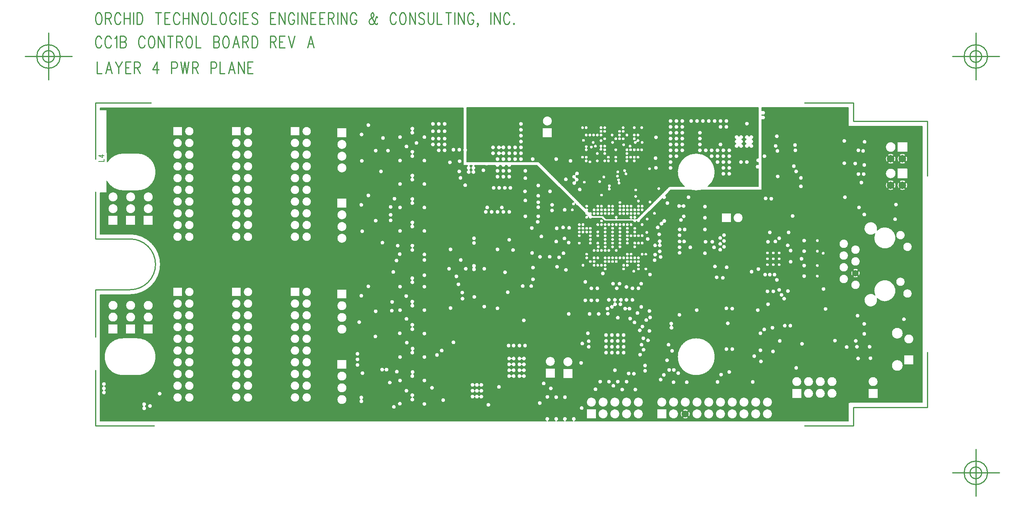
<source format=gbr>
*
*
G04 PADS 9.2 Build Number: 414666 generated Gerber (RS-274-X) file*
G04 PC Version=2.1*
*
%IN "CC1B_080118.pcb"*%
*
%MOIN*%
*
%FSLAX24Y24*%
*
*
*
*
G04 PC Standard Apertures*
*
*
G04 Thermal Relief Aperture macro.*
%AMTER*
1,1,$1,0,0*
1,0,$1-$2,0,0*
21,0,$3,$4,0,0,45*
21,0,$3,$4,0,0,135*
%
*
*
G04 Annular Aperture macro.*
%AMANN*
1,1,$1,0,0*
1,0,$2,0,0*
%
*
*
G04 Odd Aperture macro.*
%AMODD*
1,1,$1,0,0*
1,0,$1-0.005,0,0*
%
*
*
G04 PC Custom Aperture Macros*
*
*
*
*
*
*
G04 PC Aperture Table*
*
%ADD010C,0.001*%
%ADD014C,0.06*%
%ADD022C,0.065*%
%ADD028C,0.01*%
%ADD031C,0.015*%
%ADD032C,0.005*%
%ADD040C,0.024*%
%ADD063C,0.008*%
%ADD331C,0.055*%
*
*
*
*
G04 PC Circuitry*
G04 Layer Name CC1B_080118.pcb - circuitry*
%LPD*%
*
*
G04 PC Custom Flashes*
G04 Layer Name CC1B_080118.pcb - flashes*
%LPD*%
*
*
G04 PC Circuitry*
G04 Layer Name CC1B_080118.pcb - circuitry*
%LPD*%
*
G54D10*
G54D14*
G01X70250Y21029D03*
G54D22*
X88750Y40529D03*
X87750D03*
X88750Y42779D03*
X87750D03*
G54D28*
X20145Y51034D02*
Y50050D01*
X20554*
X21133Y51034D02*
X20860Y50050D01*
X21133Y51034D02*
X21406Y50050D01*
X20963Y50378D02*
X21304D01*
X21713Y51034D02*
X21985Y50565D01*
X21985D02*
Y50050D01*
X22258Y51034D02*
X21985Y50565D01*
X22565Y51034D02*
Y50050D01*
Y51034D02*
X23008D01*
X22565Y50565D02*
X22838D01*
X22565Y50050D02*
X23008D01*
X23315Y51034D02*
Y50050D01*
Y51034D02*
X23622D01*
X23724Y50987*
X23724D02*
X23758Y50940D01*
X23758D02*
X23792Y50846D01*
X23792D02*
Y50753D01*
X23792D02*
X23758Y50659D01*
X23758D02*
X23724Y50612D01*
X23724D02*
X23622Y50565D01*
X23622D02*
X23315D01*
X23554D02*
X23792Y50050D01*
X25224Y51034D02*
X24883Y50378D01*
X24883D02*
X25395D01*
X25224Y51034D02*
Y50050D01*
X26485Y51034D02*
Y50050D01*
Y51034D02*
X26792D01*
X26792D02*
X26895Y50987D01*
X26895D02*
X26929Y50940D01*
X26929D02*
X26963Y50846D01*
X26963D02*
Y50706D01*
X26929Y50612*
X26929D02*
X26895Y50565D01*
X26895D02*
X26792Y50518D01*
X26792D02*
X26485D01*
X27270Y51034D02*
X27440Y50050D01*
X27610Y51034D02*
X27440Y50050D01*
X27610Y51034D02*
X27781Y50050D01*
X27951Y51034D02*
X27781Y50050D01*
X28258Y51034D02*
Y50050D01*
Y51034D02*
X28565D01*
X28667Y50987*
X28667D02*
X28701Y50940D01*
X28701D02*
X28735Y50846D01*
X28735D02*
Y50753D01*
X28735D02*
X28701Y50659D01*
X28701D02*
X28667Y50612D01*
X28667D02*
X28565Y50565D01*
X28565D02*
X28258D01*
X28497D02*
X28735Y50050D01*
X29826Y51034D02*
Y50050D01*
Y51034D02*
X30133D01*
X30133D02*
X30235Y50987D01*
X30235D02*
X30270Y50940D01*
X30270D02*
X30304Y50846D01*
X30304D02*
Y50706D01*
X30270Y50612*
X30270D02*
X30235Y50565D01*
X30235D02*
X30133Y50518D01*
X30133D02*
X29826D01*
X30610Y51034D02*
Y50050D01*
X30610D02*
X31020D01*
X31599Y51034D02*
X31326Y50050D01*
X31599Y51034D02*
X31872Y50050D01*
X31429Y50378D02*
X31770D01*
X32179Y51034D02*
Y50050D01*
Y51034D02*
X32656Y50050D01*
Y51034D02*
Y50050D01*
X32963Y51034D02*
Y50050D01*
Y51034D02*
X33406D01*
X32963Y50565D02*
X33235D01*
X32963Y50050D02*
X33406D01*
X20511Y53000D02*
X20477Y53093D01*
X20477D02*
X20409Y53187D01*
X20409D02*
X20340Y53234D01*
X20340D02*
X20204D01*
X20204D02*
X20136Y53187D01*
X20136D02*
X20068Y53093D01*
X20068D02*
X20034Y53000D01*
X20000Y52859*
Y52625*
X20034Y52484*
X20068Y52390*
X20068D02*
X20136Y52296D01*
X20136D02*
X20204Y52250D01*
X20204D02*
X20340D01*
X20340D02*
X20409Y52296D01*
X20409D02*
X20477Y52390D01*
X20477D02*
X20511Y52484D01*
X21329Y53000D02*
X21295Y53093D01*
X21295D02*
X21227Y53187D01*
X21227D02*
X21159Y53234D01*
X21022*
X21022D02*
X20954Y53187D01*
X20954D02*
X20886Y53093D01*
X20886D02*
X20852Y53000D01*
X20818Y52859*
Y52625*
X20852Y52484*
X20886Y52390*
X20886D02*
X20954Y52296D01*
X20954D02*
X21022Y52250D01*
X21022D02*
X21159D01*
X21227Y52296*
X21227D02*
X21295Y52390D01*
X21295D02*
X21329Y52484D01*
X21636Y53046D02*
X21704Y53093D01*
X21704D02*
X21806Y53234D01*
X21806D02*
Y52250D01*
X22113Y53234D02*
Y52250D01*
Y53234D02*
X22420D01*
X22522Y53187*
X22522D02*
X22556Y53140D01*
X22556D02*
X22590Y53046D01*
X22590D02*
Y52953D01*
X22590D02*
X22556Y52859D01*
X22556D02*
X22522Y52812D01*
X22522D02*
X22420Y52765D01*
X22113D02*
X22420D01*
X22420D02*
X22522Y52718D01*
X22522D02*
X22556Y52671D01*
X22556D02*
X22590Y52578D01*
X22590D02*
Y52437D01*
X22590D02*
X22556Y52343D01*
X22556D02*
X22522Y52296D01*
X22522D02*
X22420Y52250D01*
X22113*
X24193Y53000D02*
X24159Y53093D01*
X24159D02*
X24090Y53187D01*
X24090D02*
X24022Y53234D01*
X24022D02*
X23886D01*
X23818Y53187*
X23818D02*
X23750Y53093D01*
X23750D02*
X23715Y53000D01*
X23715D02*
X23681Y52859D01*
X23681D02*
Y52625D01*
X23681D02*
X23715Y52484D01*
X23715D02*
X23750Y52390D01*
X23750D02*
X23818Y52296D01*
X23818D02*
X23886Y52250D01*
X24022*
X24022D02*
X24090Y52296D01*
X24090D02*
X24159Y52390D01*
X24159D02*
X24193Y52484D01*
X24704Y53234D02*
X24636Y53187D01*
X24636D02*
X24568Y53093D01*
X24568D02*
X24534Y53000D01*
X24500Y52859*
Y52625*
X24534Y52484*
X24568Y52390*
X24568D02*
X24636Y52296D01*
X24636D02*
X24704Y52250D01*
X24704D02*
X24840D01*
X24840D02*
X24909Y52296D01*
X24909D02*
X24977Y52390D01*
X24977D02*
X25011Y52484D01*
X25045Y52625*
Y52859*
X25011Y53000*
X24977Y53093*
X24977D02*
X24909Y53187D01*
X24909D02*
X24840Y53234D01*
X24840D02*
X24704D01*
X25352D02*
Y52250D01*
Y53234D02*
X25829Y52250D01*
Y53234D02*
Y52250D01*
X26375Y53234D02*
Y52250D01*
X26136Y53234D02*
X26613D01*
X26920D02*
Y52250D01*
Y53234D02*
X27227D01*
X27329Y53187*
X27329D02*
X27363Y53140D01*
X27363D02*
X27397Y53046D01*
X27397D02*
Y52953D01*
X27397D02*
X27363Y52859D01*
X27363D02*
X27329Y52812D01*
X27329D02*
X27227Y52765D01*
X27227D02*
X26920D01*
X27159D02*
X27397Y52250D01*
X27909Y53234D02*
X27840Y53187D01*
X27840D02*
X27772Y53093D01*
X27772D02*
X27738Y53000D01*
X27738D02*
X27704Y52859D01*
X27704D02*
Y52625D01*
X27704D02*
X27738Y52484D01*
X27738D02*
X27772Y52390D01*
X27772D02*
X27840Y52296D01*
X27840D02*
X27909Y52250D01*
X28045*
X28113Y52296*
X28113D02*
X28181Y52390D01*
X28181D02*
X28215Y52484D01*
X28215D02*
X28250Y52625D01*
Y52859*
X28215Y53000*
X28215D02*
X28181Y53093D01*
X28181D02*
X28113Y53187D01*
X28113D02*
X28045Y53234D01*
X27909*
X28556D02*
Y52250D01*
X28556D02*
X28965D01*
X30056Y53234D02*
Y52250D01*
Y53234D02*
X30363D01*
X30363D02*
X30465Y53187D01*
X30465D02*
X30500Y53140D01*
X30500D02*
X30534Y53046D01*
X30534D02*
Y52953D01*
X30500Y52859*
X30465Y52812*
X30465D02*
X30363Y52765D01*
X30056D02*
X30363D01*
X30363D02*
X30465Y52718D01*
X30465D02*
X30500Y52671D01*
X30500D02*
X30534Y52578D01*
Y52437*
X30534D02*
X30500Y52343D01*
X30500D02*
X30465Y52296D01*
X30465D02*
X30363Y52250D01*
X30363D02*
X30056D01*
X31045Y53234D02*
X30977Y53187D01*
X30977D02*
X30909Y53093D01*
X30909D02*
X30875Y53000D01*
X30840Y52859*
X30840D02*
Y52625D01*
X30840D02*
X30875Y52484D01*
X30909Y52390*
X30909D02*
X30977Y52296D01*
X30977D02*
X31045Y52250D01*
X31181*
X31181D02*
X31250Y52296D01*
X31250D02*
X31318Y52390D01*
X31318D02*
X31352Y52484D01*
X31386Y52625*
Y52859*
X31352Y53000*
X31318Y53093*
X31318D02*
X31250Y53187D01*
X31250D02*
X31181Y53234D01*
X31181D02*
X31045D01*
X31965D02*
X31693Y52250D01*
X31965Y53234D02*
X32238Y52250D01*
X31795Y52578D02*
X32136D01*
X32545Y53234D02*
Y52250D01*
Y53234D02*
X32852D01*
X32954Y53187*
X32954D02*
X32988Y53140D01*
X32988D02*
X33022Y53046D01*
X33022D02*
Y52953D01*
X33022D02*
X32988Y52859D01*
X32988D02*
X32954Y52812D01*
X32954D02*
X32852Y52765D01*
X32852D02*
X32545D01*
X32784D02*
X33022Y52250D01*
X33329Y53234D02*
Y52250D01*
Y53234D02*
X33568D01*
X33670Y53187*
X33670D02*
X33738Y53093D01*
X33738D02*
X33772Y53000D01*
X33772D02*
X33806Y52859D01*
X33806D02*
Y52625D01*
X33806D02*
X33772Y52484D01*
X33772D02*
X33738Y52390D01*
X33738D02*
X33670Y52296D01*
X33670D02*
X33568Y52250D01*
X33329*
X34897Y53234D02*
Y52250D01*
Y53234D02*
X35204D01*
X35204D02*
X35306Y53187D01*
X35306D02*
X35340Y53140D01*
X35340D02*
X35375Y53046D01*
X35375D02*
Y52953D01*
X35340Y52859*
X35340D02*
X35306Y52812D01*
X35306D02*
X35204Y52765D01*
X35204D02*
X34897D01*
X35136D02*
X35375Y52250D01*
X35681Y53234D02*
Y52250D01*
Y53234D02*
X36125D01*
X35681Y52765D02*
X35954D01*
X35681Y52250D02*
X36125D01*
X36431Y53234D02*
X36704Y52250D01*
X36977Y53234D02*
X36704Y52250D01*
X38340Y53234D02*
X38068Y52250D01*
X38340Y53234D02*
X38613Y52250D01*
X38170Y52578D02*
X38511D01*
X20204Y55234D02*
X20136Y55187D01*
X20136D02*
X20068Y55093D01*
X20068D02*
X20034Y55000D01*
X20000Y54859*
Y54625*
X20034Y54484*
X20068Y54390*
X20068D02*
X20136Y54296D01*
X20136D02*
X20204Y54250D01*
X20204D02*
X20340D01*
X20340D02*
X20409Y54296D01*
X20409D02*
X20477Y54390D01*
X20477D02*
X20511Y54484D01*
X20545Y54625*
Y54859*
X20511Y55000*
X20477Y55093*
X20477D02*
X20409Y55187D01*
X20409D02*
X20340Y55234D01*
X20340D02*
X20204D01*
X20852D02*
Y54250D01*
Y55234D02*
X21159D01*
X21261Y55187*
X21261D02*
X21295Y55140D01*
X21295D02*
X21329Y55046D01*
X21329D02*
Y54953D01*
X21329D02*
X21295Y54859D01*
X21261Y54812*
X21261D02*
X21159Y54765D01*
X21159D02*
X20852D01*
X21090D02*
X21329Y54250D01*
X22147Y55000D02*
X22113Y55093D01*
X22113D02*
X22045Y55187D01*
X22045D02*
X21977Y55234D01*
X21840*
X21840D02*
X21772Y55187D01*
X21772D02*
X21704Y55093D01*
X21704D02*
X21670Y55000D01*
X21636Y54859*
Y54625*
X21670Y54484*
X21704Y54390*
X21704D02*
X21772Y54296D01*
X21772D02*
X21840Y54250D01*
X21840D02*
X21977D01*
X22045Y54296*
X22045D02*
X22113Y54390D01*
X22113D02*
X22147Y54484D01*
X22454Y55234D02*
Y54250D01*
X22931Y55234D02*
Y54250D01*
X22454Y54765D02*
X22931D01*
X23238Y55234D02*
Y54250D01*
X23545Y55234D02*
Y54250D01*
Y55234D02*
X23784D01*
X23886Y55187*
X23886D02*
X23954Y55093D01*
X23954D02*
X23988Y55000D01*
X23988D02*
X24022Y54859D01*
X24022D02*
Y54625D01*
X24022D02*
X23988Y54484D01*
X23988D02*
X23954Y54390D01*
X23954D02*
X23886Y54296D01*
X23886D02*
X23784Y54250D01*
X23545*
X25352Y55234D02*
Y54250D01*
X25113Y55234D02*
X25590D01*
X25897D02*
Y54250D01*
Y55234D02*
X26340D01*
X25897Y54765D02*
X26170D01*
X25897Y54250D02*
X26340D01*
X27159Y55000D02*
X27125Y55093D01*
X27125D02*
X27056Y55187D01*
X27056D02*
X26988Y55234D01*
X26988D02*
X26852D01*
X26784Y55187*
X26784D02*
X26715Y55093D01*
X26715D02*
X26681Y55000D01*
X26681D02*
X26647Y54859D01*
X26647D02*
Y54625D01*
X26647D02*
X26681Y54484D01*
X26681D02*
X26715Y54390D01*
X26715D02*
X26784Y54296D01*
X26784D02*
X26852Y54250D01*
X26988*
X26988D02*
X27056Y54296D01*
X27056D02*
X27125Y54390D01*
X27125D02*
X27159Y54484D01*
X27465Y55234D02*
Y54250D01*
X27943Y55234D02*
Y54250D01*
X27465Y54765D02*
X27943D01*
X28250Y55234D02*
Y54250D01*
Y55234D02*
X28727Y54250D01*
Y55234D02*
Y54250D01*
X29238Y55234D02*
X29170Y55187D01*
X29170D02*
X29102Y55093D01*
X29102D02*
X29068Y55000D01*
X29034Y54859*
Y54625*
X29068Y54484*
X29102Y54390*
X29102D02*
X29170Y54296D01*
X29170D02*
X29238Y54250D01*
X29238D02*
X29375D01*
X29443Y54296*
X29443D02*
X29511Y54390D01*
X29511D02*
X29545Y54484D01*
X29579Y54625*
X29579D02*
Y54859D01*
X29579D02*
X29545Y55000D01*
X29511Y55093*
X29511D02*
X29443Y55187D01*
X29443D02*
X29375Y55234D01*
X29238*
X29886D02*
Y54250D01*
X30295*
X30806Y55234D02*
X30738Y55187D01*
X30738D02*
X30670Y55093D01*
X30670D02*
X30636Y55000D01*
X30602Y54859*
Y54625*
X30636Y54484*
X30670Y54390*
X30670D02*
X30738Y54296D01*
X30738D02*
X30806Y54250D01*
X30806D02*
X30943D01*
X31011Y54296*
X31011D02*
X31079Y54390D01*
X31079D02*
X31113Y54484D01*
X31113D02*
X31147Y54625D01*
X31147D02*
Y54859D01*
X31147D02*
X31113Y55000D01*
X31113D02*
X31079Y55093D01*
X31079D02*
X31011Y55187D01*
X31011D02*
X30943Y55234D01*
X30806*
X31965Y55000D02*
X31931Y55093D01*
X31931D02*
X31863Y55187D01*
X31863D02*
X31795Y55234D01*
X31659*
X31590Y55187*
X31590D02*
X31522Y55093D01*
X31522D02*
X31488Y55000D01*
X31488D02*
X31454Y54859D01*
X31454D02*
Y54625D01*
X31454D02*
X31488Y54484D01*
X31488D02*
X31522Y54390D01*
X31522D02*
X31590Y54296D01*
X31590D02*
X31659Y54250D01*
X31795*
X31863Y54296*
X31863D02*
X31931Y54390D01*
X31931D02*
X31965Y54484D01*
X31965D02*
Y54625D01*
X31795D02*
X31965D01*
X32272Y55234D02*
Y54250D01*
X32579Y55234D02*
Y54250D01*
Y55234D02*
X33022D01*
X32579Y54765D02*
X32852D01*
X32579Y54250D02*
X33022D01*
X33806Y55093D02*
X33738Y55187D01*
X33738D02*
X33636Y55234D01*
X33500*
X33397Y55187*
X33397D02*
X33329Y55093D01*
X33329D02*
Y55000D01*
X33329D02*
X33363Y54906D01*
X33363D02*
X33397Y54859D01*
X33397D02*
X33465Y54812D01*
X33465D02*
X33670Y54718D01*
X33670D02*
X33738Y54671D01*
X33738D02*
X33772Y54625D01*
X33772D02*
X33806Y54531D01*
X33806D02*
Y54390D01*
X33806D02*
X33738Y54296D01*
X33738D02*
X33636Y54250D01*
X33500*
X33397Y54296*
X33397D02*
X33329Y54390D01*
X34897Y55234D02*
Y54250D01*
Y55234D02*
X35340D01*
X34897Y54765D02*
X35170D01*
X34897Y54250D02*
X35340D01*
X35647Y55234D02*
Y54250D01*
Y55234D02*
X36125Y54250D01*
Y55234D02*
Y54250D01*
X36943Y55000D02*
X36909Y55093D01*
X36909D02*
X36840Y55187D01*
X36840D02*
X36772Y55234D01*
X36772D02*
X36636D01*
X36568Y55187*
X36568D02*
X36500Y55093D01*
X36500D02*
X36465Y55000D01*
X36465D02*
X36431Y54859D01*
X36431D02*
Y54625D01*
X36431D02*
X36465Y54484D01*
X36465D02*
X36500Y54390D01*
X36500D02*
X36568Y54296D01*
X36568D02*
X36636Y54250D01*
X36772*
X36772D02*
X36840Y54296D01*
X36840D02*
X36909Y54390D01*
X36909D02*
X36943Y54484D01*
Y54625*
X36772D02*
X36943D01*
X37250Y55234D02*
Y54250D01*
X37556Y55234D02*
Y54250D01*
Y55234D02*
X38034Y54250D01*
Y55234D02*
Y54250D01*
X38340Y55234D02*
Y54250D01*
Y55234D02*
X38784D01*
X38340Y54765D02*
X38613D01*
X38340Y54250D02*
X38784D01*
X39090Y55234D02*
Y54250D01*
Y55234D02*
X39534D01*
X39090Y54765D02*
X39363D01*
X39090Y54250D02*
X39534D01*
X39840Y55234D02*
Y54250D01*
Y55234D02*
X40147D01*
X40147D02*
X40250Y55187D01*
X40250D02*
X40284Y55140D01*
X40284D02*
X40318Y55046D01*
X40318D02*
Y54953D01*
X40284Y54859*
X40250Y54812*
X40250D02*
X40147Y54765D01*
X40147D02*
X39840D01*
X40079D02*
X40318Y54250D01*
X40625Y55234D02*
Y54250D01*
X40931Y55234D02*
Y54250D01*
Y55234D02*
X41409Y54250D01*
Y55234D02*
Y54250D01*
X42227Y55000D02*
X42193Y55093D01*
X42193D02*
X42125Y55187D01*
X42125D02*
X42056Y55234D01*
X42056D02*
X41920D01*
X41852Y55187*
X41852D02*
X41784Y55093D01*
X41784D02*
X41750Y55000D01*
X41715Y54859*
X41715D02*
Y54625D01*
X41715D02*
X41750Y54484D01*
X41784Y54390*
X41784D02*
X41852Y54296D01*
X41852D02*
X41920Y54250D01*
X42056*
X42056D02*
X42125Y54296D01*
X42125D02*
X42193Y54390D01*
X42193D02*
X42227Y54484D01*
Y54625*
X42056D02*
X42227D01*
X44000Y54812D02*
Y54859D01*
X43965Y54906*
X43965D02*
X43931D01*
X43931D02*
X43897Y54859D01*
X43897D02*
X43863Y54765D01*
X43863D02*
X43795Y54531D01*
X43727Y54390*
X43727D02*
X43659Y54296D01*
X43659D02*
X43590Y54250D01*
X43590D02*
X43454D01*
X43454D02*
X43386Y54296D01*
X43386D02*
X43352Y54343D01*
X43352D02*
X43318Y54437D01*
X43318D02*
Y54531D01*
X43352Y54625*
X43386Y54671*
X43386D02*
X43625Y54859D01*
X43659Y54906*
X43693Y55000*
Y55093*
X43693D02*
X43659Y55187D01*
X43659D02*
X43590Y55234D01*
X43590D02*
X43522Y55187D01*
X43522D02*
X43488Y55093D01*
X43488D02*
Y55000D01*
X43488D02*
X43522Y54859D01*
X43522D02*
X43590Y54718D01*
X43590D02*
X43761Y54390D01*
X43761D02*
X43829Y54296D01*
X43829D02*
X43897Y54250D01*
X43897D02*
X43965D01*
X43965D02*
X44000Y54296D01*
X44000D02*
Y54343D01*
X45602Y55000D02*
X45568Y55093D01*
X45568D02*
X45500Y55187D01*
X45500D02*
X45431Y55234D01*
X45431D02*
X45295D01*
X45227Y55187*
X45227D02*
X45159Y55093D01*
X45159D02*
X45125Y55000D01*
X45090Y54859*
X45090D02*
Y54625D01*
X45090D02*
X45125Y54484D01*
X45159Y54390*
X45159D02*
X45227Y54296D01*
X45227D02*
X45295Y54250D01*
X45431*
X45431D02*
X45500Y54296D01*
X45500D02*
X45568Y54390D01*
X45568D02*
X45602Y54484D01*
X46113Y55234D02*
X46045Y55187D01*
X46045D02*
X45977Y55093D01*
X45977D02*
X45943Y55000D01*
X45909Y54859*
Y54625*
X45943Y54484*
X45977Y54390*
X45977D02*
X46045Y54296D01*
X46045D02*
X46113Y54250D01*
X46113D02*
X46250D01*
X46318Y54296*
X46318D02*
X46386Y54390D01*
X46386D02*
X46420Y54484D01*
X46454Y54625*
X46454D02*
Y54859D01*
X46454D02*
X46420Y55000D01*
X46386Y55093*
X46386D02*
X46318Y55187D01*
X46318D02*
X46250Y55234D01*
X46113*
X46761D02*
Y54250D01*
Y55234D02*
X47238Y54250D01*
Y55234D02*
Y54250D01*
X48022Y55093D02*
X47954Y55187D01*
X47954D02*
X47852Y55234D01*
X47715*
X47715D02*
X47613Y55187D01*
X47613D02*
X47545Y55093D01*
X47545D02*
Y55000D01*
X47579Y54906*
X47579D02*
X47613Y54859D01*
X47613D02*
X47681Y54812D01*
X47681D02*
X47886Y54718D01*
X47886D02*
X47954Y54671D01*
X47954D02*
X47988Y54625D01*
X47988D02*
X48022Y54531D01*
X48022D02*
Y54390D01*
X48022D02*
X47954Y54296D01*
X47954D02*
X47852Y54250D01*
X47715*
X47715D02*
X47613Y54296D01*
X47613D02*
X47545Y54390D01*
X48329Y55234D02*
Y54531D01*
X48329D02*
X48363Y54390D01*
X48363D02*
X48431Y54296D01*
X48431D02*
X48534Y54250D01*
X48602*
X48704Y54296*
X48704D02*
X48772Y54390D01*
X48772D02*
X48806Y54531D01*
X48806D02*
Y55234D01*
X49113D02*
Y54250D01*
X49113D02*
X49522D01*
X50068Y55234D02*
Y54250D01*
X49829Y55234D02*
X50306D01*
X50613D02*
Y54250D01*
X50920Y55234D02*
Y54250D01*
Y55234D02*
X51397Y54250D01*
Y55234D02*
Y54250D01*
X52215Y55000D02*
X52181Y55093D01*
X52181D02*
X52113Y55187D01*
X52113D02*
X52045Y55234D01*
X51909*
X51840Y55187*
X51840D02*
X51772Y55093D01*
X51772D02*
X51738Y55000D01*
X51738D02*
X51704Y54859D01*
X51704D02*
Y54625D01*
X51704D02*
X51738Y54484D01*
X51738D02*
X51772Y54390D01*
X51772D02*
X51840Y54296D01*
X51840D02*
X51909Y54250D01*
X52045*
X52113Y54296*
X52113D02*
X52181Y54390D01*
X52181D02*
X52215Y54484D01*
X52215D02*
Y54625D01*
X52045D02*
X52215D01*
X52590Y54296D02*
X52556Y54250D01*
X52556D02*
X52522Y54296D01*
X52522D02*
X52556Y54343D01*
X52556D02*
X52590Y54296D01*
X52590D02*
Y54203D01*
X52590D02*
X52556Y54109D01*
X52556D02*
X52522Y54062D01*
X53681Y55234D02*
Y54250D01*
X53988Y55234D02*
Y54250D01*
Y55234D02*
X54465Y54250D01*
Y55234D02*
Y54250D01*
X55284Y55000D02*
X55250Y55093D01*
X55250D02*
X55181Y55187D01*
X55181D02*
X55113Y55234D01*
X55113D02*
X54977D01*
X54909Y55187*
X54909D02*
X54840Y55093D01*
X54840D02*
X54806Y55000D01*
X54806D02*
X54772Y54859D01*
X54772D02*
Y54625D01*
X54772D02*
X54806Y54484D01*
X54806D02*
X54840Y54390D01*
X54840D02*
X54909Y54296D01*
X54909D02*
X54977Y54250D01*
X55113*
X55113D02*
X55181Y54296D01*
X55181D02*
X55250Y54390D01*
X55250D02*
X55284Y54484D01*
X55625Y54343D02*
X55590Y54296D01*
X55590D02*
X55625Y54250D01*
X55659Y54296*
X55659D02*
X55625Y54343D01*
X17000Y51500D02*
G75*
G03X17000I-1000J0D01*
G01X16500D02*
G03X16500I-500J0D01*
G01X16000Y53500D02*
Y49500D01*
X14000Y51500D02*
X18000D01*
X96000D02*
G03X96000I-1000J0D01*
G01X95500D02*
G03X95500I-500J0D01*
G01X95000Y53500D02*
Y49500D01*
X93000Y51500D02*
X97000D01*
X96000Y16000D02*
G03X96000I-1000J0D01*
G01X95500D02*
G03X95500I-500J0D01*
G01X95000Y18000D02*
Y14000D01*
X93000Y16000D02*
X97000D01*
X25000Y20000D02*
X20000D01*
Y24750*
Y42750D02*
Y47560D01*
X24750*
X80410Y47559D02*
X84565D01*
Y45985*
X90865*
Y41300*
X80403Y20000D02*
X84568D01*
Y21573*
X90867*
Y26270*
X20000Y27596D02*
Y31614D01*
X22950*
G03X22949Y35940I7J2163*
G01X22950D02*
X20000D01*
Y39956*
G54D31*
X88438Y40840D02*
X88520Y40759D01*
X88438Y40218D02*
X88520Y40299D01*
X89061Y40218D02*
X88979Y40299D01*
X89061Y40840D02*
X88979Y40759D01*
X84474Y33305D02*
X84555Y33224D01*
X84474Y32753D02*
X84555Y32835D01*
X85025Y32753D02*
X84944Y32835D01*
X85025Y33305D02*
X84944Y33224D01*
X87438Y40840D02*
X87520Y40759D01*
X87438Y40218D02*
X87520Y40299D01*
X88061Y40218D02*
X87979Y40299D01*
X88061Y40840D02*
X87979Y40759D01*
X87438Y43090D02*
X87520Y43009D01*
X87438Y42468D02*
X87520Y42549D01*
X88061Y42468D02*
X87979Y42549D01*
X88061Y43090D02*
X87979Y43009D01*
X88438Y43090D02*
X88520Y43009D01*
X88438Y42468D02*
X88520Y42549D01*
X89061Y42468D02*
X88979Y42549D01*
X89061Y43090D02*
X88979Y43009D01*
X70543Y21323D02*
X70462Y21241D01*
X69956Y21323D02*
X70037Y21241D01*
X69956Y20736D02*
X70037Y20817D01*
X70543Y20736D02*
X70462Y20817D01*
G54D32*
X89706Y27414D02*
G03X89706I-414J0D01*
G01X88801Y25154D02*
G03X88801I-489J0D01*
G01Y27904D02*
G03X88801I-489J0D01*
G01X89070Y29100D02*
G03X89070I-195J0D01*
G01X89569Y31289D02*
G03X89569I-389J0D01*
G01X88970Y32289D02*
G03X88970I-389J0D01*
G01X89569Y35269D02*
G03X89569I-389J0D01*
G01X88970Y36269D02*
G03X88970I-389J0D01*
G01X86665Y23779D02*
G03X86665I-415J0D01*
G01X86220Y25775D02*
G03X86220I-195J0D01*
G01X86145Y26750D02*
G03X86145I-195J0D01*
G01X85695Y27850D02*
G03X85695I-195J0D01*
G01Y28700D02*
G03X85695I-195J0D01*
G01X88320Y37625D02*
G03X88320I-195J0D01*
G01X88395Y38875D02*
G03X88395I-195J0D01*
G01X89190Y40529D02*
G03X89190I-440J0D01*
G01Y42779D02*
G03X89190I-440J0D01*
G01X88190Y40529D02*
G03X88190I-440J0D01*
G01Y41529D02*
G03X88190I-440J0D01*
G01Y42779D02*
G03X88190I-440J0D01*
G01Y43779D02*
G03X88190I-440J0D01*
G01X85695Y38025D02*
G03X85695I-195J0D01*
G01X85170Y25750D02*
G03X85170I-195J0D01*
G01X85070Y26750D02*
G03X85070I-195J0D01*
G01X84970Y27250D02*
G03X84970I-195J0D01*
G01X85120Y29400D02*
G03X85120I-195J0D01*
G01X85140Y32029D02*
G03X85140I-390J0D01*
G01Y33029D02*
G03X85140I-390J0D01*
G01Y34029D02*
G03X85140I-390J0D01*
G01Y35029D02*
G03X85140I-390J0D01*
G01X85245Y38625D02*
G03X85245I-195J0D01*
G01X85445Y40750D02*
G03X85445I-195J0D01*
G01X85645Y41475D02*
G03X85645I-195J0D01*
G01X85695Y42250D02*
G03X85695I-195J0D01*
G01X85595Y43450D02*
G03X85595I-195J0D01*
G01X85720Y44225D02*
G03X85720I-195J0D01*
G01X85195Y41475D02*
G03X85195I-195J0D01*
G01X84920Y42375D02*
G03X84920I-195J0D01*
G01X85195Y43500D02*
G03X85195I-195J0D01*
G01X84195Y26725D02*
G03X84195I-195J0D01*
G01X84140Y32529D02*
G03X84140I-390J0D01*
G01Y33529D02*
G03X84140I-390J0D01*
G01Y34529D02*
G03X84140I-390J0D01*
G01Y35529D02*
G03X84140I-390J0D01*
G01X84045Y39500D02*
G03X84045I-195J0D01*
G01X83994Y42400D02*
G03X83994I-194J0D01*
G01X83995Y44300D02*
G03X83995I-195J0D01*
G01X83165Y22779D02*
G03X83165I-415J0D01*
G01Y23779D02*
G03X83165I-415J0D01*
G01X83195Y27275D02*
G03X83195I-195J0D01*
G01X82165Y22779D02*
G03X82165I-415J0D01*
G01Y23779D02*
G03X82165I-415J0D01*
G01X82395Y29975D02*
G03X82395I-195J0D01*
G01X82220Y31675D02*
G03X82220I-195J0D01*
G01X82155Y34725D02*
G03X82155I-155J0D01*
G01X81655Y32775D02*
G03X81655I-155J0D01*
G01Y33675D02*
G03X81655I-155J0D01*
G01Y34900D02*
G03X81655I-155J0D01*
G01Y35800D02*
G03X81655I-155J0D01*
G01X81165Y22779D02*
G03X81165I-415J0D01*
G01Y23779D02*
G03X81165I-415J0D01*
G01X80165D02*
G03X80165I-415J0D01*
G01X80395Y27000D02*
G03X80395I-195J0D01*
G01X80570Y32775D02*
G03X80570I-195J0D01*
G01Y33675D02*
G03X80570I-195J0D01*
G01X80345Y34250D02*
G03X80345I-195J0D01*
G01X80570Y34900D02*
G03X80570I-195J0D01*
G01Y35800D02*
G03X80570I-195J0D01*
G01X80295Y40425D02*
G03X80295I-195J0D01*
G01Y41150D02*
G03X80295I-195J0D01*
G01X79895Y24950D02*
G03X79895I-195J0D01*
G01X79395Y28550D02*
G03X79395I-195J0D01*
G01X78920D02*
G03X78920I-195J0D01*
G01X78495Y27250D02*
G03X78495I-195J0D01*
G01X78870Y30850D02*
G03X78870I-195J0D01*
G01X79195Y31500D02*
G03X79195I-195J0D01*
G01X79420Y34000D02*
G03X79420I-195J0D01*
G01Y34950D02*
G03X79420I-195J0D01*
G01X79170Y35400D02*
G03X79170I-195J0D01*
G01X79245Y36500D02*
G03X79245I-195J0D01*
G01X79595Y37900D02*
G03X79595I-195J0D01*
G01X79895Y41700D02*
G03X79895I-195J0D01*
G01X79695Y42150D02*
G03X79695I-195J0D01*
G01X79820Y43500D02*
G03X79820I-195J0D01*
G01X79795Y43950D02*
G03X79795I-195J0D01*
G01X78645Y31175D02*
G03X78645I-195J0D01*
G01X78445Y31600D02*
G03X78445I-195J0D01*
G01X77665Y21029D02*
G03X77665I-415J0D01*
G01Y22029D02*
G03X77665I-415J0D01*
G01X77920Y26350D02*
G03X77920I-195J0D01*
G01X77870Y28375D02*
G03X77870I-195J0D01*
G01X77945Y31475D02*
G03X77945I-195J0D01*
G01X78245Y32450D02*
G03X78245I-195J0D01*
G01X78405Y33750D02*
G03X78405I-155J0D01*
G01Y34250D02*
G03X78405I-155J0D01*
G01Y34750D02*
G03X78405I-155J0D01*
G01X78045Y32900D02*
G03X78045I-195J0D01*
G01X76665Y21029D02*
G03X76665I-415J0D01*
G01Y22029D02*
G03X76665I-415J0D01*
G01X76895Y25500D02*
G03X76895I-195J0D01*
G01X76845Y26450D02*
G03X76845I-195J0D01*
G01Y27900D02*
G03X76845I-195J0D01*
G01X77170Y28225D02*
G03X77170I-195J0D01*
G01X77495Y30375D02*
G03X77495I-195J0D01*
G01X77445Y31475D02*
G03X77445I-195J0D01*
G01X77645Y32900D02*
G03X77645I-195J0D01*
G01X77905Y33750D02*
G03X77905I-155J0D01*
G01Y34250D02*
G03X77905I-155J0D01*
G01Y34750D02*
G03X77905I-155J0D01*
G01X78120Y35725D02*
G03X78120I-195J0D01*
G01X78445Y36000D02*
G03X78445I-195J0D01*
G01X78320Y41275D02*
G03X78320I-195J0D01*
G01X78295Y43450D02*
G03X78295I-195J0D01*
G01X77245Y32900D02*
G03X77245I-195J0D01*
G01X77405Y33750D02*
G03X77405I-155J0D01*
G01Y34250D02*
G03X77405I-155J0D01*
G01Y34750D02*
G03X77405I-155J0D01*
G01X77495Y35700D02*
G03X77495I-195J0D01*
G01X77645Y36500D02*
G03X77645I-195J0D01*
G01X77770Y39375D02*
G03X77770I-195J0D01*
G01X78145Y43875D02*
G03X78145I-195J0D01*
G01X78245Y44700D02*
G03X78245I-195J0D01*
G01X77295Y39400D02*
G03X77295I-195J0D01*
G01X77195Y43000D02*
G03X77195I-195J0D01*
G01X76195Y23750D02*
G03X76195I-195J0D01*
G01X76320Y25950D02*
G03X76320I-195J0D01*
G01X76620Y29875D02*
G03X76620I-195J0D01*
G01X76670Y33375D02*
G03X76670I-195J0D01*
G01X76095Y33150D02*
G03X76095I-195J0D01*
G01X75665Y21029D02*
G03X75665I-415J0D01*
G01Y22029D02*
G03X75665I-415J0D01*
G01X74665Y21029D02*
G03X74665I-415J0D01*
G01Y22029D02*
G03X74665I-415J0D01*
G01X74195Y24600D02*
G03X74195I-195J0D01*
G01X74445Y26550D02*
G03X74445I-195J0D01*
G01X73665Y21029D02*
G03X73665I-415J0D01*
G01Y22029D02*
G03X73665I-415J0D01*
G01X73945Y26550D02*
G03X73945I-195J0D01*
G01X74070Y28750D02*
G03X74070I-195J0D01*
G01X74445Y30000D02*
G03X74445I-195J0D01*
G01X75165Y37750D02*
G03X75165I-415J0D01*
G01X73945Y30025D02*
G03X73945I-195J0D01*
G01X73195Y23750D02*
G03X73195I-195J0D01*
G01X73495Y24375D02*
G03X73495I-195J0D01*
G01X73645Y32625D02*
G03X73645I-195J0D01*
G01X73970Y33525D02*
G03X73970I-195J0D01*
G01X72665Y21029D02*
G03X72665I-415J0D01*
G01Y22029D02*
G03X72665I-415J0D01*
G01X71665Y21029D02*
G03X71665I-415J0D01*
G01Y22029D02*
G03X71665I-415J0D01*
G01X70665Y21029D02*
G03X70665I-415J0D01*
G01Y22029D02*
G03X70665I-415J0D01*
G01X70570Y23725D02*
G03X70570I-195J0D01*
G01X69665Y21029D02*
G03X69665I-415J0D01*
G01Y22029D02*
G03X69665I-415J0D01*
G01X69845Y24500D02*
G03X69845I-195J0D01*
G01X72780Y25905D02*
G03X72780I-1598J0D01*
G01X73120Y32675D02*
G03X73120I-195J0D01*
G01X73420Y35025D02*
G03X73420I-195J0D01*
G01X73745Y35275D02*
G03X73745I-195J0D01*
G01X73420Y35525D02*
G03X73420I-195J0D01*
G01X73745Y35775D02*
G03X73745I-195J0D01*
G01X73420Y36025D02*
G03X73420I-195J0D01*
G01X73745Y36275D02*
G03X73745I-195J0D01*
G01X72970Y33600D02*
G03X72970I-195J0D01*
G01X72895Y35225D02*
G03X72895I-195J0D01*
G01X72745Y35700D02*
G03X72745I-195J0D01*
G01X72120Y34725D02*
G03X72120I-195J0D01*
G01X72170Y35700D02*
G03X72170I-195J0D01*
G01X72120Y36750D02*
G03X72120I-195J0D01*
G01Y37750D02*
G03X72120I-195J0D01*
G01Y38700D02*
G03X72120I-195J0D01*
G01X71420Y29875D02*
G03X71420I-195J0D01*
G01X70870Y35225D02*
G03X70870I-195J0D01*
G01X69945Y29475D02*
G03X69945I-195J0D01*
G01X69958Y34763D02*
G03X69958I-194J0D01*
G01Y35236D02*
G03X69958I-194J0D01*
G01X70395Y36750D02*
G03X70395I-195J0D01*
G01X70720Y39500D02*
G03X70720I-195J0D01*
G01X69958Y36259D02*
G03X69958I-194J0D01*
G01X69970Y36750D02*
G03X69970I-195J0D01*
G01X70076Y37559D02*
G03X70076I-194J0D01*
G01X70313Y37874D02*
G03X70313I-194J0D01*
G01X69445Y23725D02*
G03X69445I-195J0D01*
G01X69470Y24775D02*
G03X69470I-195J0D01*
G01X69070D02*
G03X69070I-195J0D01*
G01X69320Y26400D02*
G03X69320I-195J0D01*
G01X68665Y22029D02*
G03X68665I-415J0D01*
G01X68345Y23950D02*
G03X68345I-195J0D01*
G01X68620Y24350D02*
G03X68620I-195J0D01*
G01X68895Y25600D02*
G03X68895I-195J0D01*
G01X69020Y26925D02*
G03X69020I-195J0D01*
G01X68344Y34409D02*
G03X68344I-194J0D01*
G01X68265Y34881D02*
G03X68265I-194J0D01*
G01X66665Y21029D02*
G03X66665I-415J0D01*
G01Y22029D02*
G03X66665I-415J0D01*
G01X67020Y24700D02*
G03X67020I-195J0D01*
G01Y25150D02*
G03X67020I-195J0D01*
G01X66595Y26075D02*
G03X66595I-195J0D01*
G01X66895Y26500D02*
G03X66895I-195J0D01*
G01X67270Y27300D02*
G03X67270I-195J0D01*
G01X67395Y28100D02*
G03X67395I-195J0D01*
G01X66720Y26925D02*
G03X66720I-195J0D01*
G01X66870Y27475D02*
G03X66870I-195J0D01*
G01X66195Y23100D02*
G03X66195I-195J0D01*
G01X66570Y28150D02*
G03X66570I-195J0D01*
G01X66795Y28475D02*
G03X66795I-195J0D01*
G01X67120Y29025D02*
G03X67120I-195J0D01*
G01X67445Y29250D02*
G03X67445I-195J0D01*
G01X67832Y34133D02*
G03X67832I-194J0D01*
G01X67872Y34606D02*
G03X67872I-194J0D01*
G01Y35393D02*
G03X67872I-194J0D01*
G01X68226Y36338D02*
G03X68226I-194J0D01*
G01X68095Y36925D02*
G03X68095I-195J0D01*
G01X68920Y39000D02*
G03X68920I-195J0D01*
G01X67780Y38125D02*
G03X67780I-155J0D01*
G01X67395Y29800D02*
G03X67395I-195J0D01*
G01X67439Y32913D02*
G03X67439I-194J0D01*
G01X67044Y33385D02*
G03X67044I-154J0D01*
G01Y34645D02*
G03X67044I-154J0D01*
G01X67242Y35944D02*
G03X67242I-194J0D01*
G01X67130Y36500D02*
G03X67130I-155J0D01*
G01X67162Y37637D02*
G03X67162I-154J0D01*
G01X66070Y24450D02*
G03X66070I-195J0D01*
G01X66120Y28825D02*
G03X66120I-195J0D01*
G01X66370Y29625D02*
G03X66370I-195J0D01*
G01X66695Y30150D02*
G03X66695I-195J0D01*
G01X66454Y31732D02*
G03X66454I-194J0D01*
G01X66691Y32126D02*
G03X66691I-194J0D01*
G01X66729Y34645D02*
G03X66729I-154J0D01*
G01Y35590D02*
G03X66729I-154J0D01*
G01Y36220D02*
G03X66729I-154J0D01*
G01Y37165D02*
G03X66729I-154J0D01*
G01X66414Y33385D02*
G03X66414I-154J0D01*
G01Y33700D02*
G03X66414I-154J0D01*
G01Y34015D02*
G03X66414I-154J0D01*
G01Y34330D02*
G03X66414I-154J0D01*
G01Y35590D02*
G03X66414I-154J0D01*
G01Y36220D02*
G03X66414I-154J0D01*
G01X65665Y21029D02*
G03X65665I-415J0D01*
G01Y22029D02*
G03X65665I-415J0D01*
G01X65070Y23100D02*
G03X65070I-195J0D01*
G01X65445Y23775D02*
G03X65445I-195J0D01*
G01X65620Y24475D02*
G03X65620I-195J0D01*
G01X65745Y29150D02*
G03X65745I-195J0D01*
G01X65195Y26250D02*
G03X65195I-195J0D01*
G01Y26750D02*
G03X65195I-195J0D01*
G01Y27250D02*
G03X65195I-195J0D01*
G01Y27750D02*
G03X65195I-195J0D01*
G01X65943Y30748D02*
G03X65943I-195J0D01*
G01Y31732D02*
G03X65943I-195J0D01*
G01X66021Y33189D02*
G03X66021I-154J0D01*
G01X66099Y34015D02*
G03X66099I-154J0D01*
G01Y34330D02*
G03X66099I-154J0D01*
G01Y35275D02*
G03X66099I-154J0D01*
G01Y35590D02*
G03X66099I-154J0D01*
G01Y36220D02*
G03X66099I-154J0D01*
G01Y36535D02*
G03X66099I-154J0D01*
G01Y36850D02*
G03X66099I-154J0D01*
G01X65784Y34015D02*
G03X65784I-154J0D01*
G01Y34330D02*
G03X65784I-154J0D01*
G01Y34645D02*
G03X65784I-154J0D01*
G01Y36220D02*
G03X65784I-154J0D01*
G01Y37165D02*
G03X65784I-154J0D01*
G01X65431Y30748D02*
G03X65431I-194J0D01*
G01Y31850D02*
G03X65431I-194J0D01*
G01X65470Y33700D02*
G03X65470I-155J0D01*
G01Y34015D02*
G03X65470I-155J0D01*
G01Y34330D02*
G03X65470I-155J0D01*
G01Y34645D02*
G03X65470I-155J0D01*
G01Y35590D02*
G03X65470I-155J0D01*
G01Y35905D02*
G03X65470I-155J0D01*
G01Y36220D02*
G03X65470I-155J0D01*
G01Y36535D02*
G03X65470I-155J0D01*
G01Y36850D02*
G03X65470I-155J0D01*
G01Y37165D02*
G03X65470I-155J0D01*
G01X64665Y21029D02*
G03X64665I-415J0D01*
G01Y22029D02*
G03X64665I-415J0D01*
G01X64320Y23425D02*
G03X64320I-195J0D01*
G01X64695Y23775D02*
G03X64695I-195J0D01*
G01X64445Y24750D02*
G03X64445I-195J0D01*
G01X64695Y26250D02*
G03X64695I-195J0D01*
G01Y26750D02*
G03X64695I-195J0D01*
G01Y27250D02*
G03X64695I-195J0D01*
G01Y27750D02*
G03X64695I-195J0D01*
G01Y29225D02*
G03X64695I-195J0D01*
G01X65155Y33385D02*
G03X65155I-155J0D01*
G01Y33700D02*
G03X65155I-155J0D01*
G01Y34330D02*
G03X65155I-155J0D01*
G01Y37165D02*
G03X65155I-155J0D01*
G01X63665Y21029D02*
G03X63665I-415J0D01*
G01Y22029D02*
G03X63665I-415J0D01*
G01X63945Y23775D02*
G03X63945I-195J0D01*
G01X64195Y26250D02*
G03X64195I-195J0D01*
G01Y26750D02*
G03X64195I-195J0D01*
G01Y27250D02*
G03X64195I-195J0D01*
G01Y27750D02*
G03X64195I-195J0D01*
G01X63695Y26250D02*
G03X63695I-195J0D01*
G01Y26750D02*
G03X63695I-195J0D01*
G01Y27250D02*
G03X63695I-195J0D01*
G01Y27750D02*
G03X63695I-195J0D01*
G01X63845Y29575D02*
G03X63845I-195J0D01*
G01X63817Y30000D02*
G03X63817I-195J0D01*
G01X64604Y31732D02*
G03X64604I-194J0D01*
G01X64840Y32126D02*
G03X64840I-194J0D01*
G01Y34330D02*
G03X64840I-155J0D01*
G01Y35275D02*
G03X64840I-155J0D01*
G01Y35590D02*
G03X64840I-155J0D01*
G01Y35905D02*
G03X64840I-155J0D01*
G01Y36220D02*
G03X64840I-155J0D01*
G01Y36535D02*
G03X64840I-155J0D01*
G01Y36850D02*
G03X64840I-155J0D01*
G01Y37165D02*
G03X64840I-155J0D01*
G01X63935Y30748D02*
G03X63935I-194J0D01*
G01X64289Y32126D02*
G03X64289I-194J0D01*
G01X64525Y34015D02*
G03X64525I-154J0D01*
G01Y34330D02*
G03X64525I-154J0D01*
G01Y34960D02*
G03X64525I-154J0D01*
G01Y37165D02*
G03X64525I-154J0D01*
G01X64210Y34015D02*
G03X64210I-154J0D01*
G01Y34330D02*
G03X64210I-154J0D01*
G01Y35275D02*
G03X64210I-154J0D01*
G01Y35590D02*
G03X64210I-154J0D01*
G01Y35905D02*
G03X64210I-154J0D01*
G01Y36220D02*
G03X64210I-154J0D01*
G01Y36535D02*
G03X64210I-154J0D01*
G01Y36850D02*
G03X64210I-154J0D01*
G01Y37165D02*
G03X64210I-154J0D01*
G01X63895Y34015D02*
G03X63895I-154J0D01*
G01Y34330D02*
G03X63895I-154J0D01*
G01Y34960D02*
G03X63895I-154J0D01*
G01Y37165D02*
G03X63895I-154J0D01*
G01X63195Y23775D02*
G03X63195I-195J0D01*
G01X62665Y22029D02*
G03X62665I-415J0D01*
G01X62795Y23125D02*
G03X62795I-195J0D01*
G01X63070Y29550D02*
G03X63070I-195J0D01*
G01X63420Y33000D02*
G03X63420I-195J0D01*
G01X63580Y33385D02*
G03X63580I-154J0D01*
G01Y33700D02*
G03X63580I-154J0D01*
G01Y34015D02*
G03X63580I-154J0D01*
G01Y34330D02*
G03X63580I-154J0D01*
G01Y34960D02*
G03X63580I-154J0D01*
G01Y35275D02*
G03X63580I-154J0D01*
G01Y35590D02*
G03X63580I-154J0D01*
G01Y35905D02*
G03X63580I-154J0D01*
G01Y36220D02*
G03X63580I-154J0D01*
G01Y36535D02*
G03X63580I-154J0D01*
G01Y36850D02*
G03X63580I-154J0D01*
G01Y37165D02*
G03X63580I-154J0D01*
G01X63265Y33700D02*
G03X63265I-154J0D01*
G01Y34960D02*
G03X63265I-154J0D01*
G01X62950Y30708D02*
G03X62950I-194J0D01*
G01Y31732D02*
G03X62950I-194J0D01*
G01Y33700D02*
G03X62950I-154J0D01*
G01Y34330D02*
G03X62950I-154J0D01*
G01Y34960D02*
G03X62950I-154J0D01*
G01X62989Y35275D02*
G03X62989I-154J0D01*
G01X63265Y37165D02*
G03X63265I-154J0D01*
G01Y37480D02*
G03X63265I-154J0D01*
G01X62950Y35590D02*
G03X62950I-154J0D01*
G01Y36220D02*
G03X62950I-154J0D01*
G01Y36535D02*
G03X62950I-154J0D01*
G01Y37165D02*
G03X62950I-154J0D01*
G01X62220Y26750D02*
G03X62220I-195J0D01*
G01Y27225D02*
G03X62220I-195J0D01*
G01X62145Y27900D02*
G03X62145I-195J0D01*
G01X62295Y29550D02*
G03X62295I-195J0D01*
G01X62439Y30708D02*
G03X62439I-194J0D01*
G01Y31732D02*
G03X62439I-194J0D01*
G01X62635Y33700D02*
G03X62635I-154J0D01*
G01Y34015D02*
G03X62635I-154J0D01*
G01Y34330D02*
G03X62635I-154J0D01*
G01Y34960D02*
G03X62635I-154J0D01*
G01X62320Y34015D02*
G03X62320I-154J0D01*
G01Y35590D02*
G03X62320I-154J0D01*
G01Y35905D02*
G03X62320I-154J0D01*
G01Y36220D02*
G03X62320I-154J0D01*
G01Y36535D02*
G03X62320I-154J0D01*
G01Y36850D02*
G03X62320I-154J0D01*
G01X61620Y21525D02*
G03X61620I-195J0D01*
G01X61570Y25375D02*
G03X61570I-195J0D01*
G01X61670Y27025D02*
G03X61670I-195J0D01*
G01X61927Y30708D02*
G03X61927I-194J0D01*
G01Y32283D02*
G03X61927I-194J0D01*
G01X62005Y34330D02*
G03X62005I-154J0D01*
G01Y34645D02*
G03X62005I-154J0D01*
G01Y36535D02*
G03X62005I-154J0D01*
G01Y36850D02*
G03X62005I-154J0D01*
G01X61690Y33700D02*
G03X61690I-154J0D01*
G01Y36535D02*
G03X61690I-154J0D01*
G01Y36850D02*
G03X61690I-154J0D01*
G01Y37165D02*
G03X61690I-154J0D01*
G01X61375Y35590D02*
G03X61375I-154J0D01*
G01Y36220D02*
G03X61375I-154J0D01*
G01Y36535D02*
G03X61375I-154J0D01*
G01Y36850D02*
G03X61375I-154J0D01*
G01Y37165D02*
G03X61375I-154J0D01*
G01X60195Y22450D02*
G03X60195I-195J0D01*
G01X60665Y25470D02*
G03X60665I-415J0D01*
G01X60520Y29550D02*
G03X60520I-195J0D01*
G01X60273Y33307D02*
G03X60273I-194J0D01*
G01X60510Y35629D02*
G03X60510I-195J0D01*
G01X60549Y36889D02*
G03X60549I-194J0D01*
G01X60784Y38425D02*
G03X60784I-154J0D01*
G01X59445Y22450D02*
G03X59445I-195J0D01*
G01X58695Y22475D02*
G03X58695I-195J0D01*
G01X58995Y23200D02*
G03X58995I-195J0D01*
G01X58045Y21950D02*
G03X58045I-195J0D01*
G01X58384Y23622D02*
G03X58384I-195J0D01*
G01X59165Y25500D02*
G03X59165I-415J0D01*
G01X59520Y33575D02*
G03X59520I-195J0D01*
G01X59695Y34375D02*
G03X59695I-195J0D01*
G01X60070Y34725D02*
G03X60070I-195J0D01*
G01X60155Y35984D02*
G03X60155I-194J0D01*
G01X60037Y36929D02*
G03X60037I-194J0D01*
G01X60170Y38425D02*
G03X60170I-195J0D01*
G01X59447Y35720D02*
G03X59447I-195J0D01*
G01X59495Y36850D02*
G03X59495I-195J0D01*
G01X58895Y34421D02*
G03X58895I-194J0D01*
G01X59095Y38375D02*
G03X59095I-195J0D01*
G01X59100Y38850D02*
G03X59100I-194J0D01*
G01X58920Y40000D02*
G03X58920I-195J0D01*
G01X58069Y34421D02*
G03X58069I-195J0D01*
G01X58187Y36153D02*
G03X58187I-194J0D01*
G01X57870Y37400D02*
G03X57870I-195J0D01*
G01X57920Y37875D02*
G03X57920I-195J0D01*
G01Y38650D02*
G03X57920I-195J0D01*
G01Y39075D02*
G03X57920I-195J0D01*
G01Y39625D02*
G03X57920I-195J0D01*
G01Y40500D02*
G03X57920I-195J0D01*
G01X57320Y31925D02*
G03X57320I-195J0D01*
G01X57470Y32500D02*
G03X57470I-195J0D01*
G01Y33500D02*
G03X57470I-195J0D01*
G01X57395Y34750D02*
G03X57395I-195J0D01*
G01X57370Y36875D02*
G03X57370I-195J0D01*
G01X56795Y26850D02*
G03X56795I-195J0D01*
G01X56320D02*
G03X56320I-195J0D01*
G01X56695Y29000D02*
G03X56695I-195J0D01*
G01X56595Y31925D02*
G03X56595I-195J0D01*
G01X56820Y37875D02*
G03X56820I-195J0D01*
G01Y39225D02*
G03X56820I-195J0D01*
G01X56795Y40000D02*
G03X56795I-195J0D01*
G01X56820Y41125D02*
G03X56820I-195J0D01*
G01Y41750D02*
G03X56820I-195J0D01*
G01X55820Y26850D02*
G03X55820I-195J0D01*
G01X55395D02*
G03X55395I-195J0D01*
G01X55770Y35000D02*
G03X55770I-195J0D01*
G01X55320Y31400D02*
G03X55320I-195J0D01*
G01X55095Y33100D02*
G03X55095I-195J0D01*
G01X55445Y35875D02*
G03X55445I-195J0D01*
G01Y38250D02*
G03X55445I-195J0D01*
G01X55545Y40300D02*
G03X55545I-195J0D01*
G01X54570Y23325D02*
G03X54570I-195J0D01*
G01X54945Y38250D02*
G03X54945I-195J0D01*
G01X54445Y30025D02*
G03X54445I-195J0D01*
G01Y35050D02*
G03X54445I-195J0D01*
G01Y38250D02*
G03X54445I-195J0D01*
G01X54820Y38625D02*
G03X54820I-195J0D01*
G01X55070Y40300D02*
G03X55070I-195J0D01*
G01X55445Y41250D02*
G03X55445I-195J0D01*
G01Y41750D02*
G03X55445I-195J0D01*
G01X54595Y40300D02*
G03X54595I-195J0D01*
G01X54945Y41250D02*
G03X54945I-195J0D01*
G01Y41750D02*
G03X54945I-195J0D01*
G01X53670Y21800D02*
G03X53670I-195J0D01*
G01X53945Y38250D02*
G03X53945I-195J0D01*
G01X54120Y40300D02*
G03X54120I-195J0D01*
G01X54445Y41250D02*
G03X54445I-195J0D01*
G01Y41750D02*
G03X54445I-195J0D01*
G01X53320Y30175D02*
G03X53320I-195J0D01*
G01Y33400D02*
G03X53320I-195J0D01*
G01X53445Y38250D02*
G03X53445I-195J0D01*
G01X53570Y38625D02*
G03X53570I-195J0D01*
G01X53245Y41800D02*
G03X53245I-195J0D01*
G01X52470Y31000D02*
G03X52470I-195J0D01*
G01X52445Y35600D02*
G03X52445I-195J0D01*
G01Y36000D02*
G03X52445I-195J0D01*
G01X51470Y30850D02*
G03X51470I-195J0D01*
G01X51445Y31375D02*
G03X51445I-195J0D01*
G01X51745Y33400D02*
G03X51745I-195J0D01*
G01X51120Y32075D02*
G03X51120I-195J0D01*
G01X50695Y27125D02*
G03X50695I-195J0D01*
G01X50945Y32750D02*
G03X50945I-195J0D01*
G01X51320Y34150D02*
G03X51320I-195J0D01*
G01X51695Y40525D02*
G03X51695I-195J0D01*
G01X51295Y41150D02*
G03X51295I-195J0D01*
G01X51195Y41700D02*
G03X51195I-195J0D01*
G01X51220Y42575D02*
G03X51220I-195J0D01*
G01X51195Y43550D02*
G03X51195I-195J0D01*
G01X50445Y30050D02*
G03X50445I-195J0D01*
G01X50320Y33400D02*
G03X50320I-195J0D01*
G01X50445Y35050D02*
G03X50445I-195J0D01*
G01X50395Y42475D02*
G03X50395I-195J0D01*
G01X50695Y43550D02*
G03X50695I-195J0D01*
G01X49820Y22200D02*
G03X49820I-195J0D01*
G01X49695Y26425D02*
G03X49695I-195J0D01*
G01X49945Y43500D02*
G03X49945I-195J0D01*
G01Y44000D02*
G03X49945I-195J0D01*
G01Y44500D02*
G03X49945I-195J0D01*
G01Y45125D02*
G03X49945I-195J0D01*
G01Y45750D02*
G03X49945I-195J0D01*
G01X49295Y26050D02*
G03X49295I-195J0D01*
G01X49445Y43500D02*
G03X49445I-195J0D01*
G01Y44000D02*
G03X49445I-195J0D01*
G01Y44500D02*
G03X49445I-195J0D01*
G01Y45125D02*
G03X49445I-195J0D01*
G01Y45750D02*
G03X49445I-195J0D01*
G01X48870Y23250D02*
G03X48870I-195J0D01*
G01X48945Y44000D02*
G03X48945I-195J0D01*
G01Y44500D02*
G03X48945I-195J0D01*
G01Y45125D02*
G03X48945I-195J0D01*
G01Y45750D02*
G03X48945I-195J0D01*
G01X48220Y21875D02*
G03X48220I-195J0D01*
G01Y23875D02*
G03X48220I-195J0D01*
G01Y25875D02*
G03X48220I-195J0D01*
G01Y27875D02*
G03X48220I-195J0D01*
G01Y29875D02*
G03X48220I-195J0D01*
G01Y31875D02*
G03X48220I-195J0D01*
G01Y32850D02*
G03X48220I-195J0D01*
G01Y34150D02*
G03X48220I-195J0D01*
G01Y34625D02*
G03X48220I-195J0D01*
G01Y36625D02*
G03X48220I-195J0D01*
G01Y38625D02*
G03X48220I-195J0D01*
G01Y40625D02*
G03X48220I-195J0D01*
G01Y42625D02*
G03X48220I-195J0D01*
G01Y44625D02*
G03X48220I-195J0D01*
G01X47545Y44125D02*
G03X47545I-195J0D01*
G01X46695Y23000D02*
G03X46695I-195J0D01*
G01X46720Y27100D02*
G03X46720I-195J0D01*
G01X46695Y29125D02*
G03X46695I-195J0D01*
G01X46670Y31075D02*
G03X46670I-195J0D01*
G01X46695Y43825D02*
G03X46695I-195J0D01*
G01X46131Y21899D02*
G03X46131I-195J0D01*
G01X46144Y23876D02*
G03X46144I-195J0D01*
G01X45620Y21625D02*
G03X45620I-195J0D01*
G01X45870Y24625D02*
G03X45870I-195J0D01*
G01X46144Y25876D02*
G03X46144I-195J0D01*
G01X46120Y27900D02*
G03X46120I-195J0D01*
G01X46144Y29876D02*
G03X46144I-195J0D01*
G01Y31876D02*
G03X46144I-195J0D01*
G01X45270Y23700D02*
G03X45270I-195J0D01*
G01X45445Y29825D02*
G03X45445I-195J0D01*
G01X45470Y30575D02*
G03X45470I-195J0D01*
G01X45570Y33125D02*
G03X45570I-195J0D01*
G01X45845Y34100D02*
G03X45845I-195J0D01*
G01X46120Y34650D02*
G03X46120I-195J0D01*
G01X45945Y35375D02*
G03X45945I-195J0D01*
G01X46144Y36626D02*
G03X46144I-195J0D01*
G01Y38626D02*
G03X46144I-195J0D01*
G01Y40626D02*
G03X46144I-195J0D01*
G01Y42626D02*
G03X46144I-195J0D01*
G01Y44626D02*
G03X46144I-195J0D01*
G01X45345Y37525D02*
G03X45345I-195J0D01*
G01Y38000D02*
G03X45345I-195J0D01*
G01Y38675D02*
G03X45345I-195J0D01*
G01X45670Y39375D02*
G03X45670I-195J0D01*
G01X45120Y43475D02*
G03X45120I-195J0D01*
G01X44645Y35625D02*
G03X44645I-195J0D01*
G01X44520Y41700D02*
G03X44520I-195J0D01*
G01X44695Y44550D02*
G03X44695I-195J0D01*
G01X44045Y27625D02*
G03X44045I-195J0D01*
G01X44070Y29775D02*
G03X44070I-195J0D01*
G01Y37500D02*
G03X44070I-195J0D01*
G01Y43475D02*
G03X44070I-195J0D01*
G01X43445Y31900D02*
G03X43445I-195J0D01*
G01Y39650D02*
G03X43445I-195J0D01*
G01Y45650D02*
G03X43445I-195J0D01*
G01X42945Y24500D02*
G03X42945I-195J0D01*
G01X42520Y25200D02*
G03X42520I-195J0D01*
G01Y25675D02*
G03X42520I-195J0D01*
G01Y26150D02*
G03X42520I-195J0D01*
G01X42670Y28850D02*
G03X42670I-195J0D01*
G01X42845Y31100D02*
G03X42845I-195J0D01*
G01X42920Y36600D02*
G03X42920I-195J0D01*
G01X42845Y38850D02*
G03X42845I-195J0D01*
G01X42895Y42600D02*
G03X42895I-195J0D01*
G01X42870Y44850D02*
G03X42870I-195J0D01*
G01X41415Y22250D02*
G03X41415I-415J0D01*
G01Y23250D02*
G03X41415I-415J0D01*
G01Y24250D02*
G03X41415I-415J0D01*
G01Y28250D02*
G03X41415I-415J0D01*
G01Y29250D02*
G03X41415I-415J0D01*
G01Y30250D02*
G03X41415I-415J0D01*
G01Y36000D02*
G03X41415I-415J0D01*
G01Y37000D02*
G03X41415I-415J0D01*
G01Y38000D02*
G03X41415I-415J0D01*
G01Y42000D02*
G03X41415I-415J0D01*
G01Y43000D02*
G03X41415I-415J0D01*
G01Y44000D02*
G03X41415I-415J0D01*
G01X38390Y22429D02*
G03X38390I-390J0D01*
G01Y23429D02*
G03X38390I-390J0D01*
G01Y24429D02*
G03X38390I-390J0D01*
G01Y25429D02*
G03X38390I-390J0D01*
G01Y26429D02*
G03X38390I-390J0D01*
G01Y27429D02*
G03X38390I-390J0D01*
G01Y28429D02*
G03X38390I-390J0D01*
G01Y29429D02*
G03X38390I-390J0D01*
G01Y30429D02*
G03X38390I-390J0D01*
G01Y31429D02*
G03X38390I-390J0D01*
G01Y36129D02*
G03X38390I-390J0D01*
G01Y37129D02*
G03X38390I-390J0D01*
G01Y38129D02*
G03X38390I-390J0D01*
G01Y39129D02*
G03X38390I-390J0D01*
G01Y40129D02*
G03X38390I-390J0D01*
G01Y41129D02*
G03X38390I-390J0D01*
G01Y42129D02*
G03X38390I-390J0D01*
G01Y43129D02*
G03X38390I-390J0D01*
G01Y44129D02*
G03X38390I-390J0D01*
G01Y45129D02*
G03X38390I-390J0D01*
G01X37390Y22429D02*
G03X37390I-390J0D01*
G01Y23429D02*
G03X37390I-390J0D01*
G01Y24429D02*
G03X37390I-390J0D01*
G01Y25429D02*
G03X37390I-390J0D01*
G01Y26429D02*
G03X37390I-390J0D01*
G01Y27429D02*
G03X37390I-390J0D01*
G01Y28429D02*
G03X37390I-390J0D01*
G01Y29429D02*
G03X37390I-390J0D01*
G01Y30429D02*
G03X37390I-390J0D01*
G01Y36129D02*
G03X37390I-390J0D01*
G01Y37129D02*
G03X37390I-390J0D01*
G01Y38129D02*
G03X37390I-390J0D01*
G01Y39129D02*
G03X37390I-390J0D01*
G01Y40129D02*
G03X37390I-390J0D01*
G01Y41129D02*
G03X37390I-390J0D01*
G01Y42129D02*
G03X37390I-390J0D01*
G01Y43129D02*
G03X37390I-390J0D01*
G01Y44129D02*
G03X37390I-390J0D01*
G01X33390Y22429D02*
G03X33390I-390J0D01*
G01Y23429D02*
G03X33390I-390J0D01*
G01Y24429D02*
G03X33390I-390J0D01*
G01Y25429D02*
G03X33390I-390J0D01*
G01Y26429D02*
G03X33390I-390J0D01*
G01Y27429D02*
G03X33390I-390J0D01*
G01Y28429D02*
G03X33390I-390J0D01*
G01Y29429D02*
G03X33390I-390J0D01*
G01Y30429D02*
G03X33390I-390J0D01*
G01Y31429D02*
G03X33390I-390J0D01*
G01Y36129D02*
G03X33390I-390J0D01*
G01Y37129D02*
G03X33390I-390J0D01*
G01Y38129D02*
G03X33390I-390J0D01*
G01Y39129D02*
G03X33390I-390J0D01*
G01Y40129D02*
G03X33390I-390J0D01*
G01Y41129D02*
G03X33390I-390J0D01*
G01Y42129D02*
G03X33390I-390J0D01*
G01Y43129D02*
G03X33390I-390J0D01*
G01Y44129D02*
G03X33390I-390J0D01*
G01Y45129D02*
G03X33390I-390J0D01*
G01X32390Y22429D02*
G03X32390I-390J0D01*
G01Y23429D02*
G03X32390I-390J0D01*
G01Y24429D02*
G03X32390I-390J0D01*
G01Y25429D02*
G03X32390I-390J0D01*
G01Y26429D02*
G03X32390I-390J0D01*
G01Y27429D02*
G03X32390I-390J0D01*
G01Y28429D02*
G03X32390I-390J0D01*
G01Y29429D02*
G03X32390I-390J0D01*
G01Y30429D02*
G03X32390I-390J0D01*
G01Y36129D02*
G03X32390I-390J0D01*
G01Y37129D02*
G03X32390I-390J0D01*
G01Y38129D02*
G03X32390I-390J0D01*
G01Y39129D02*
G03X32390I-390J0D01*
G01Y40129D02*
G03X32390I-390J0D01*
G01Y41129D02*
G03X32390I-390J0D01*
G01Y42129D02*
G03X32390I-390J0D01*
G01Y43129D02*
G03X32390I-390J0D01*
G01Y44129D02*
G03X32390I-390J0D01*
G01X28390Y22429D02*
G03X28390I-390J0D01*
G01Y23429D02*
G03X28390I-390J0D01*
G01Y24429D02*
G03X28390I-390J0D01*
G01Y25429D02*
G03X28390I-390J0D01*
G01Y26429D02*
G03X28390I-390J0D01*
G01Y27429D02*
G03X28390I-390J0D01*
G01Y28429D02*
G03X28390I-390J0D01*
G01Y29429D02*
G03X28390I-390J0D01*
G01Y30429D02*
G03X28390I-390J0D01*
G01Y31429D02*
G03X28390I-390J0D01*
G01Y36129D02*
G03X28390I-390J0D01*
G01Y37129D02*
G03X28390I-390J0D01*
G01Y38129D02*
G03X28390I-390J0D01*
G01Y39129D02*
G03X28390I-390J0D01*
G01Y40129D02*
G03X28390I-390J0D01*
G01Y41129D02*
G03X28390I-390J0D01*
G01Y42129D02*
G03X28390I-390J0D01*
G01Y43129D02*
G03X28390I-390J0D01*
G01Y44129D02*
G03X28390I-390J0D01*
G01Y45129D02*
G03X28390I-390J0D01*
G01X27390Y22429D02*
G03X27390I-390J0D01*
G01Y23429D02*
G03X27390I-390J0D01*
G01Y24429D02*
G03X27390I-390J0D01*
G01Y25429D02*
G03X27390I-390J0D01*
G01Y26429D02*
G03X27390I-390J0D01*
G01Y27429D02*
G03X27390I-390J0D01*
G01Y28429D02*
G03X27390I-390J0D01*
G01Y29429D02*
G03X27390I-390J0D01*
G01Y30429D02*
G03X27390I-390J0D01*
G01Y36129D02*
G03X27390I-390J0D01*
G01Y37129D02*
G03X27390I-390J0D01*
G01Y38129D02*
G03X27390I-390J0D01*
G01Y39129D02*
G03X27390I-390J0D01*
G01Y40129D02*
G03X27390I-390J0D01*
G01Y41129D02*
G03X27390I-390J0D01*
G01Y42129D02*
G03X27390I-390J0D01*
G01Y43129D02*
G03X27390I-390J0D01*
G01Y44129D02*
G03X27390I-390J0D01*
G01X25670Y22750D02*
G03X25670I-195J0D01*
G01X24845Y21700D02*
G03X24845I-195J0D01*
G01X24915Y29279D02*
G03X24915I-415J0D01*
G01Y30279D02*
G03X24915I-415J0D01*
G01X23415Y29279D02*
G03X23415I-415J0D01*
G01Y30279D02*
G03X23415I-415J0D01*
G01X21915Y29279D02*
G03X21915I-415J0D01*
G01Y30279D02*
G03X21915I-415J0D01*
G01X24915Y38529D02*
G03X24915I-415J0D01*
G01Y39529D02*
G03X24915I-415J0D01*
G01X23415Y38529D02*
G03X23415I-415J0D01*
G01Y39529D02*
G03X23415I-415J0D01*
G01X21915Y38529D02*
G03X21915I-415J0D01*
G01Y39529D02*
G03X21915I-415J0D01*
G01X75695Y42500D02*
G03X75695I-195J0D01*
G01Y45775D02*
G03X75695I-195J0D01*
G01X75195Y42500D02*
G03X75195I-195J0D01*
G01X74195Y41500D02*
G03X74195I-195J0D01*
G01Y42000D02*
G03X74195I-195J0D01*
G01Y42500D02*
G03X74195I-195J0D01*
G01Y43000D02*
G03X74195I-195J0D01*
G01Y43500D02*
G03X74195I-195J0D01*
G01X73695Y41500D02*
G03X73695I-195J0D01*
G01Y42000D02*
G03X73695I-195J0D01*
G01Y42500D02*
G03X73695I-195J0D01*
G01Y43000D02*
G03X73695I-195J0D01*
G01Y43500D02*
G03X73695I-195J0D01*
G01X73945Y45500D02*
G03X73945I-195J0D01*
G01Y46000D02*
G03X73945I-195J0D01*
G01X73195Y42500D02*
G03X73195I-195J0D01*
G01Y43000D02*
G03X73195I-195J0D01*
G01Y43500D02*
G03X73195I-195J0D01*
G01X73445Y44000D02*
G03X73445I-195J0D01*
G01Y45500D02*
G03X73445I-195J0D01*
G01Y46000D02*
G03X73445I-195J0D01*
G01X72695Y43000D02*
G03X72695I-195J0D01*
G01Y43500D02*
G03X72695I-195J0D01*
G01X72945Y46000D02*
G03X72945I-195J0D01*
G01X72195Y43500D02*
G03X72195I-195J0D01*
G01X72445Y46000D02*
G03X72445I-195J0D01*
G01X71695Y43500D02*
G03X71695I-195J0D01*
G01Y44000D02*
G03X71695I-195J0D01*
G01Y44500D02*
G03X71695I-195J0D01*
G01Y45000D02*
G03X71695I-195J0D01*
G01X71945Y46000D02*
G03X71945I-195J0D01*
G01X71445D02*
G03X71445I-195J0D01*
G01X70945D02*
G03X70945I-195J0D01*
G01X70195Y43500D02*
G03X70195I-195J0D01*
G01Y44000D02*
G03X70195I-195J0D01*
G01Y44500D02*
G03X70195I-195J0D01*
G01Y45000D02*
G03X70195I-195J0D01*
G01Y45500D02*
G03X70195I-195J0D01*
G01Y46000D02*
G03X70195I-195J0D01*
G01X69695Y43000D02*
G03X69695I-195J0D01*
G01Y43500D02*
G03X69695I-195J0D01*
G01Y44000D02*
G03X69695I-195J0D01*
G01Y44500D02*
G03X69695I-195J0D01*
G01Y45000D02*
G03X69695I-195J0D01*
G01Y45500D02*
G03X69695I-195J0D01*
G01Y46000D02*
G03X69695I-195J0D01*
G01X69195Y42000D02*
G03X69195I-195J0D01*
G01Y42500D02*
G03X69195I-195J0D01*
G01Y43000D02*
G03X69195I-195J0D01*
G01Y43500D02*
G03X69195I-195J0D01*
G01Y44000D02*
G03X69195I-195J0D01*
G01Y44500D02*
G03X69195I-195J0D01*
G01Y45000D02*
G03X69195I-195J0D01*
G01Y45500D02*
G03X69195I-195J0D01*
G01Y46000D02*
G03X69195I-195J0D01*
G01X68147Y40236D02*
G03X68147I-154J0D01*
G01X67945Y42007D02*
G03X67945I-195J0D01*
G01X67911Y42834D02*
G03X67911I-194J0D01*
G01X67950Y44606D02*
G03X67950I-194J0D01*
G01X67399Y39094D02*
G03X67399I-154J0D01*
G01X67359Y41929D02*
G03X67359I-154J0D01*
G01X66729Y38425D02*
G03X66729I-154J0D01*
G01Y38740D02*
G03X66729I-154J0D01*
G01X66414Y38110D02*
G03X66414I-154J0D01*
G01Y38425D02*
G03X66414I-154J0D01*
G01Y38740D02*
G03X66414I-154J0D01*
G01Y39173D02*
G03X66414I-154J0D01*
G01X66690Y43543D02*
G03X66690I-154J0D01*
G01X66729Y44173D02*
G03X66729I-154J0D01*
G01X66690Y45433D02*
G03X66690I-154J0D01*
G01X66099Y38110D02*
G03X66099I-154J0D01*
G01Y38425D02*
G03X66099I-154J0D01*
G01X66178Y39566D02*
G03X66178I-154J0D01*
G01Y40118D02*
G03X66178I-154J0D01*
G01X66375Y42913D02*
G03X66375I-154J0D01*
G01Y43543D02*
G03X66375I-154J0D01*
G01X65784Y38110D02*
G03X65784I-154J0D01*
G01Y38425D02*
G03X65784I-154J0D01*
G01Y38740D02*
G03X65784I-154J0D01*
G01X66060Y42598D02*
G03X66060I-154J0D01*
G01Y42913D02*
G03X66060I-154J0D01*
G01Y43543D02*
G03X66060I-154J0D01*
G01X66375Y44803D02*
G03X66375I-154J0D01*
G01X66060Y44488D02*
G03X66060I-154J0D01*
G01Y44803D02*
G03X66060I-154J0D01*
G01Y45433D02*
G03X66060I-154J0D01*
G01X65470Y38110D02*
G03X65470I-155J0D01*
G01Y38425D02*
G03X65470I-155J0D01*
G01Y38740D02*
G03X65470I-155J0D01*
G01X65745Y42913D02*
G03X65745I-154J0D01*
G01Y43543D02*
G03X65745I-154J0D01*
G01X65155Y38110D02*
G03X65155I-155J0D01*
G01Y38425D02*
G03X65155I-155J0D01*
G01Y38740D02*
G03X65155I-155J0D01*
G01X65430Y42598D02*
G03X65430I-154J0D01*
G01Y42913D02*
G03X65430I-154J0D01*
G01Y43228D02*
G03X65430I-154J0D01*
G01Y43543D02*
G03X65430I-154J0D01*
G01X65706Y43858D02*
G03X65706I-154J0D01*
G01X65155Y43976D02*
G03X65155I-155J0D01*
G01X65430Y44803D02*
G03X65430I-154J0D01*
G01X64840Y38110D02*
G03X64840I-155J0D01*
G01Y38425D02*
G03X64840I-155J0D01*
G01Y38740D02*
G03X64840I-155J0D01*
G01Y39055D02*
G03X64840I-155J0D01*
G01X65115Y44488D02*
G03X65115I-154J0D01*
G01Y45118D02*
G03X65115I-154J0D01*
G01Y45433D02*
G03X65115I-154J0D01*
G01X64630Y41300D02*
G03X64630I-155J0D01*
G01X64654Y41659D02*
G03X64654I-154J0D01*
G01X64800Y44488D02*
G03X64800I-154J0D01*
G01Y44803D02*
G03X64800I-154J0D01*
G01Y45118D02*
G03X64800I-154J0D01*
G01X64210Y38110D02*
G03X64210I-154J0D01*
G01Y38425D02*
G03X64210I-154J0D01*
G01Y38740D02*
G03X64210I-154J0D01*
G01X64485Y42598D02*
G03X64485I-154J0D01*
G01Y42913D02*
G03X64485I-154J0D01*
G01Y43543D02*
G03X64485I-154J0D01*
G01X63895Y38110D02*
G03X63895I-154J0D01*
G01Y38425D02*
G03X63895I-154J0D01*
G01Y38740D02*
G03X63895I-154J0D01*
G01X64210Y44173D02*
G03X64210I-154J0D01*
G01X64485Y44488D02*
G03X64485I-154J0D01*
G01X64170Y44803D02*
G03X64170I-154J0D01*
G01X63580Y38110D02*
G03X63580I-154J0D01*
G01Y38425D02*
G03X63580I-154J0D01*
G01X63855Y42598D02*
G03X63855I-154J0D01*
G01Y42913D02*
G03X63855I-154J0D01*
G01X63265Y38110D02*
G03X63265I-154J0D01*
G01Y38425D02*
G03X63265I-154J0D01*
G01Y38740D02*
G03X63265I-154J0D01*
G01Y39685D02*
G03X63265I-154J0D01*
G01X63462Y41220D02*
G03X63462I-154J0D01*
G01X63540Y42598D02*
G03X63540I-154J0D01*
G01Y43228D02*
G03X63540I-154J0D01*
G01Y43543D02*
G03X63540I-154J0D01*
G01Y43858D02*
G03X63540I-154J0D01*
G01Y44488D02*
G03X63540I-154J0D01*
G01Y45118D02*
G03X63540I-154J0D01*
G01Y45433D02*
G03X63540I-154J0D01*
G01X62950Y38110D02*
G03X62950I-154J0D01*
G01Y38425D02*
G03X62950I-154J0D01*
G01Y38740D02*
G03X62950I-154J0D01*
G01X63107Y40826D02*
G03X63107I-154J0D01*
G01X63225Y44330D02*
G03X63225I-154J0D01*
G01Y44803D02*
G03X63225I-154J0D01*
G01Y45118D02*
G03X63225I-154J0D01*
G01Y45433D02*
G03X63225I-154J0D01*
G01X62635Y38110D02*
G03X62635I-154J0D01*
G01Y38425D02*
G03X62635I-154J0D01*
G01X62910Y42598D02*
G03X62910I-154J0D01*
G01Y43228D02*
G03X62910I-154J0D01*
G01X62753Y43858D02*
G03X62753I-154J0D01*
G01X62910Y44803D02*
G03X62910I-154J0D01*
G01X62005Y38740D02*
G03X62005I-154J0D01*
G01X62281Y42519D02*
G03X62281I-155J0D01*
G01X62399Y43779D02*
G03X62399I-154J0D01*
G01X62556Y44173D02*
G03X62556I-154J0D01*
G01X62595Y44803D02*
G03X62595I-154J0D01*
G01X62281D02*
G03X62281I-155J0D01*
G01X61808Y40787D02*
G03X61808I-154J0D01*
G01X61966Y42598D02*
G03X61966I-155J0D01*
G01Y42913D02*
G03X61966I-155J0D01*
G01X61454Y40157D02*
G03X61454I-194J0D01*
G01X61651Y42913D02*
G03X61651I-154J0D01*
G01X61730Y44350D02*
G03X61730I-155J0D01*
G01X61966Y44803D02*
G03X61966I-155J0D01*
G01Y45433D02*
G03X61966I-155J0D01*
G01X61651D02*
G03X61651I-154J0D01*
G01X60667Y42598D02*
G03X60667I-194J0D01*
G01X60270Y41025D02*
G03X60270I-195J0D01*
G01X59445Y42750D02*
G03X59445I-195J0D01*
G01X58915Y46000D02*
G03X58915I-415J0D01*
G01X57445Y42750D02*
G03X57445I-195J0D01*
G01X56445D02*
G03X56445I-195J0D01*
G01Y43250D02*
G03X56445I-195J0D01*
G01Y43750D02*
G03X56445I-195J0D01*
G01Y44250D02*
G03X56445I-195J0D01*
G01Y44750D02*
G03X56445I-195J0D01*
G01Y45250D02*
G03X56445I-195J0D01*
G01Y45750D02*
G03X56445I-195J0D01*
G01X55945Y42750D02*
G03X55945I-195J0D01*
G01Y43250D02*
G03X55945I-195J0D01*
G01Y43750D02*
G03X55945I-195J0D01*
G01X55445Y42750D02*
G03X55445I-195J0D01*
G01Y43250D02*
G03X55445I-195J0D01*
G01Y43750D02*
G03X55445I-195J0D01*
G01X54945Y42750D02*
G03X54945I-195J0D01*
G01X54445D02*
G03X54445I-195J0D01*
G01X54070Y43250D02*
G03X54070I-195J0D01*
G01Y43750D02*
G03X54070I-195J0D01*
G01X90447Y22025D02*
Y45565D01*
X90447D02*
X84566D01*
X84566D02*
X84173D01*
X84148Y45590D02*
G03X84173Y45565I25J0D01*
G01X84148Y45590D02*
Y47140D01*
X76775*
Y46867*
Y46532D02*
G03Y46867I100J168D01*
G01Y46532D02*
Y46467D01*
Y46132D02*
G03Y46467I100J168D01*
G01Y46132D02*
Y40100D01*
X71563*
X70799D02*
G03X71563I382J1553D01*
G01X70799D02*
X69010D01*
X68566Y39656*
X68293Y39383D02*
G03X68566Y39656I157J117D01*
G01X68293Y39383D02*
X66413Y37502D01*
X66104Y37475D02*
G03X66413Y37502I155J5D01*
G01X66104Y37475D02*
X66099D01*
X65790D02*
G03X66099I154J5D01*
G01X65790D02*
X63364D01*
X63364D02*
X63114Y37725D01*
X63114D02*
X62303D01*
X62013Y37826D02*
G03X62303Y37725I152J-30D01*
G01X62013Y37826D02*
X61998Y37841D01*
X61896Y37943D02*
G03X61998Y37841I-45J-147D01*
G01X61896Y37943D02*
X61881Y37958D01*
X61698Y38141D02*
G03X61881Y37958I152J-30D01*
G01X61698Y38141D02*
X61057Y38782D01*
X60908Y38931D02*
G03X61057Y38782I155J6D01*
G01X60908Y38931D02*
X60874Y38964D01*
X60764Y39074D02*
G03X60874Y38964I-39J-149D01*
G01X60764Y39074D02*
X57614Y42225D01*
X57614D02*
X55443D01*
X55056D02*
G03X55443I194J25D01*
G01X55056D02*
X54943D01*
X54556D02*
G03X54943I194J25D01*
G01X54556D02*
X54443D01*
X54056D02*
G03X54443I194J25D01*
G01X54056D02*
X53474D01*
X53175D02*
G03X53474I150J125D01*
G01X53175D02*
X52349D01*
X52286Y42175D02*
G03X52349Y42225I-86J175D01*
G01X52286Y41825D02*
G03Y42175I-86J175D01*
G01X52114Y41825D02*
G03X52286I86J-175D01*
G01X52114Y42175D02*
G03Y41825I86J-175D01*
G01X52050Y42225D02*
G03X52114Y42175I150J125D01*
G01X52050Y42225D02*
X51949D01*
X51886Y42175D02*
G03X51949Y42225I-86J175D01*
G01X51886Y41825D02*
G03Y42175I-86J175D01*
G01X51714Y41825D02*
G03X51886I86J-175D01*
G01X51714Y42175D02*
G03Y41825I86J-175D01*
G01X51650Y42225D02*
G03X51714Y42175I150J125D01*
G01X51650Y42225D02*
X51350D01*
Y43400*
Y43649D02*
G03Y43400I150J-124D01*
G01Y43649D02*
Y47100D01*
X20418*
X20418D02*
Y46940D01*
X20418D02*
X20935D01*
X20960Y46915D02*
G03X20935Y46940I-25J0D01*
G01X20960Y46915D02*
Y43313D01*
X21013Y43241D02*
G03X20960Y43313I-74J0D01*
G01X21013Y43241D02*
Y42525D01*
X21011Y42511D02*
G03X21013Y42525I-72J14D01*
G01X22362Y43253D02*
G03X21011Y42511I0J-1599D01*
G01X22362Y43253D02*
X23543D01*
Y40053D02*
G03Y43253I0J1600D01*
G01Y40053D02*
X22362D01*
X20960Y40883D02*
G03X22362Y40053I1402J770D01*
G01X20960Y40883D02*
Y39915D01*
X20935Y39890D02*
G03X20960Y39915I0J25D01*
G01X20935Y39890D02*
X20418D01*
X20418D02*
Y36363D01*
X20418D02*
X22952D01*
Y31195D02*
G03Y36363I0J2584D01*
G01Y31195D02*
X20418D01*
X20418D02*
Y20418D01*
X20418D02*
X58428D01*
X58571D02*
G03X58428I-71J182D01*
G01X58571D02*
X59178D01*
X59321D02*
G03X59178I-71J182D01*
G01X59321D02*
X59928D01*
X60071D02*
G03X59928I-71J182D01*
G01X60071D02*
X60678D01*
X60821D02*
G03X60678I-71J182D01*
G01X60821D02*
X84148D01*
X84148D02*
Y21968D01*
X84173Y21993D02*
G03X84148Y21968I0J-24D01*
G01X84173Y21993D02*
X84225D01*
X84225D02*
Y22025D01*
X90447*
X76475Y42843D02*
Y47140D01*
X51650*
Y43649*
Y43400D02*
G03Y43649I-150J125D01*
G01Y43400D02*
Y42525D01*
X51714*
X51886D02*
G03X51714I-86J-175D01*
G01X51886D02*
X52114D01*
X52286D02*
G03X52114I-86J-175D01*
G01X52286D02*
X53239D01*
X53411D02*
G03X53239I-86J-175D01*
G01X53411D02*
X57760D01*
X61745Y38539*
X61964Y38320D02*
G03X61745Y38539I-113J105D01*
G01X61964Y38320D02*
X62060Y38224D01*
X62279Y38005D02*
G03X62060Y38224I-113J105D01*
G01X62279Y38005D02*
X62385Y37900D01*
X63260*
X63510Y37650*
X64316*
X64424D02*
G03X64316I-53J145D01*
G01X64424D02*
X65575D01*
X65684D02*
G03X65575I-54J145D01*
G01X65684D02*
X65890D01*
X65998D02*
G03X65890I-53J145D01*
G01X65998D02*
X66114D01*
X66114D02*
X68864Y40400D01*
X68864D02*
X70187D01*
X72175D02*
G03X70187I-993J1253D01*
G01X72175D02*
X76475D01*
Y41920*
Y42280D02*
G03Y41920I-75J-180D01*
G01Y42280D02*
Y42456D01*
Y42843D02*
G03Y42456I-25J-193D01*
G01X89706Y26034D02*
Y25254D01*
X89681Y25229D02*
G03X89706Y25254I0J25D01*
G01X89681Y25229D02*
X88901D01*
X88876Y25254D02*
G03X88901Y25229I25J0D01*
G01X88876Y25254D02*
Y26034D01*
X88901Y26059D02*
G03X88876Y26034I0J-24D01*
G01X88901Y26059D02*
X89681D01*
X89706Y26034D02*
G03X89681Y26059I-24J0D01*
G01X89706Y27414D02*
G03X89706I-414J0D01*
G01X88801Y25154D02*
G03X88801I-489J0D01*
G01Y27904D02*
G03X88801I-489J0D01*
G01X89070Y29100D02*
G03X89070I-195J0D01*
G01X89569Y31289D02*
G03X89569I-389J0D01*
G01X88970Y32289D02*
G03X88970I-389J0D01*
G01X89569Y35269D02*
G03X89569I-389J0D01*
G01X88970Y36269D02*
G03X88970I-389J0D01*
G01X86665Y23169D02*
Y22389D01*
X86640Y22364D02*
G03X86665Y22389I0J25D01*
G01X86640Y22364D02*
X85860D01*
X85835Y22389D02*
G03X85860Y22364I25J0D01*
G01X85835Y22389D02*
Y23169D01*
X85860Y23194D02*
G03X85835Y23169I0J-24D01*
G01X85860Y23194D02*
X86640D01*
X86665Y23169D02*
G03X86640Y23194I-25J0D01*
G01X86665Y23779D02*
G03X86665I-415J0D01*
G01X86220Y25775D02*
G03X86220I-195J0D01*
G01X86145Y26750D02*
G03X86145I-195J0D01*
G01X85695Y27850D02*
G03X85695I-195J0D01*
G01Y28700D02*
G03X85695I-195J0D01*
G01X86590Y30881D02*
G03X86402Y31159I660J648D01*
G01X86402D02*
G03X86590Y30881I-352J-440D01*
G01X86402Y36399D02*
G03X86590Y36677I848J-369D01*
G01X86590D02*
G03X86402Y36399I-540J163D01*
G01X88320Y37625D02*
G03X88320I-195J0D01*
G01X88395Y38875D02*
G03X88395I-195J0D01*
G01X89190Y40529D02*
G03X89190I-440J0D01*
G01Y41944D02*
Y41114D01*
X89165Y41089D02*
G03X89190Y41114I0J25D01*
G01X89165Y41089D02*
X88335D01*
X88310Y41114D02*
G03X88335Y41089I25J0D01*
G01X88310Y41114D02*
Y41944D01*
X88335Y41969D02*
G03X88310Y41944I0J-24D01*
G01X88335Y41969D02*
X89165D01*
X89190Y41944D02*
G03X89165Y41969I-25J0D01*
G01X89190Y42779D02*
G03X89190I-440J0D01*
G01Y44194D02*
Y43364D01*
X89165Y43339D02*
G03X89190Y43364I0J25D01*
G01X89165Y43339D02*
X88335D01*
X88310Y43364D02*
G03X88335Y43339I25J0D01*
G01X88310Y43364D02*
Y44194D01*
X88335Y44219D02*
G03X88310Y44194I0J-24D01*
G01X88335Y44219D02*
X89165D01*
X89190Y44194D02*
G03X89165Y44219I-25J0D01*
G01X88190Y40529D02*
G03X88190I-440J0D01*
G01Y41529D02*
G03X88190I-440J0D01*
G01Y42779D02*
G03X88190I-440J0D01*
G01Y43779D02*
G03X88190I-440J0D01*
G01X85695Y38025D02*
G03X85695I-195J0D01*
G01X85170Y25750D02*
G03X85170I-195J0D01*
G01X85070Y26750D02*
G03X85070I-195J0D01*
G01X84970Y27250D02*
G03X84970I-195J0D01*
G01X85120Y29400D02*
G03X85120I-195J0D01*
G01X85140Y32029D02*
G03X85140I-390J0D01*
G01Y33029D02*
G03X85140I-390J0D01*
G01Y34029D02*
G03X85140I-390J0D01*
G01Y35029D02*
G03X85140I-390J0D01*
G01X85245Y38625D02*
G03X85245I-195J0D01*
G01X85445Y40750D02*
G03X85445I-195J0D01*
G01X85645Y41475D02*
G03X85645I-195J0D01*
G01X85695Y42250D02*
G03X85695I-195J0D01*
G01X85595Y43450D02*
G03X85595I-195J0D01*
G01X85720Y44225D02*
G03X85720I-195J0D01*
G01X85195Y41475D02*
G03X85195I-195J0D01*
G01X84920Y42375D02*
G03X84920I-195J0D01*
G01X85195Y43500D02*
G03X85195I-195J0D01*
G01X84195Y26725D02*
G03X84195I-195J0D01*
G01X84140Y32529D02*
G03X84140I-390J0D01*
G01Y33529D02*
G03X84140I-390J0D01*
G01Y34529D02*
G03X84140I-390J0D01*
G01Y35529D02*
G03X84140I-390J0D01*
G01X84045Y39500D02*
G03X84045I-195J0D01*
G01X83994Y42400D02*
G03X83994I-194J0D01*
G01X83995Y44300D02*
G03X83995I-195J0D01*
G01X83165Y22779D02*
G03X83165I-415J0D01*
G01Y23779D02*
G03X83165I-415J0D01*
G01X83195Y27275D02*
G03X83195I-195J0D01*
G01X82165Y22779D02*
G03X82165I-415J0D01*
G01Y23779D02*
G03X82165I-415J0D01*
G01X82395Y29975D02*
G03X82395I-195J0D01*
G01X82220Y31675D02*
G03X82220I-195J0D01*
G01X82155Y34725D02*
G03X82155I-155J0D01*
G01X81655Y32775D02*
G03X81655I-155J0D01*
G01Y33675D02*
G03X81655I-155J0D01*
G01Y34900D02*
G03X81655I-155J0D01*
G01Y35800D02*
G03X81655I-155J0D01*
G01X81165Y22779D02*
G03X81165I-415J0D01*
G01Y23779D02*
G03X81165I-415J0D01*
G01X80165Y23169D02*
Y22389D01*
X80140Y22364D02*
G03X80165Y22389I0J25D01*
G01X80140Y22364D02*
X79360D01*
X79335Y22389D02*
G03X79360Y22364I25J0D01*
G01X79335Y22389D02*
Y23169D01*
X79360Y23194D02*
G03X79335Y23169I0J-24D01*
G01X79360Y23194D02*
X80140D01*
X80165Y23169D02*
G03X80140Y23194I-25J0D01*
G01X80165Y23779D02*
G03X80165I-415J0D01*
G01X80395Y27000D02*
G03X80395I-195J0D01*
G01X80570Y32775D02*
G03X80570I-195J0D01*
G01Y33675D02*
G03X80570I-195J0D01*
G01X80345Y34250D02*
G03X80345I-195J0D01*
G01X80570Y34900D02*
G03X80570I-195J0D01*
G01Y35800D02*
G03X80570I-195J0D01*
G01X80295Y40425D02*
G03X80295I-195J0D01*
G01Y41150D02*
G03X80295I-195J0D01*
G01X79895Y24950D02*
G03X79895I-195J0D01*
G01X79395Y28550D02*
G03X79395I-195J0D01*
G01X78920D02*
G03X78920I-195J0D01*
G01X78495Y27250D02*
G03X78495I-195J0D01*
G01X78870Y30850D02*
G03X78870I-195J0D01*
G01X79195Y31500D02*
G03X79195I-195J0D01*
G01X79420Y34000D02*
G03X79420I-195J0D01*
G01Y34950D02*
G03X79420I-195J0D01*
G01X79170Y35400D02*
G03X79170I-195J0D01*
G01X79245Y36500D02*
G03X79245I-195J0D01*
G01X79595Y37900D02*
G03X79595I-195J0D01*
G01X79895Y41700D02*
G03X79895I-195J0D01*
G01X79695Y42150D02*
G03X79695I-195J0D01*
G01X79820Y43500D02*
G03X79820I-195J0D01*
G01X79795Y43950D02*
G03X79795I-195J0D01*
G01X78645Y31175D02*
G03X78645I-195J0D01*
G01X78445Y31600D02*
G03X78445I-195J0D01*
G01X77665Y21029D02*
G03X77665I-415J0D01*
G01Y22029D02*
G03X77665I-415J0D01*
G01X77920Y26350D02*
G03X77920I-195J0D01*
G01X77870Y28375D02*
G03X77870I-195J0D01*
G01X77945Y31475D02*
G03X77945I-195J0D01*
G01X78245Y32450D02*
G03X78245I-195J0D01*
G01X78405Y33750D02*
G03X78405I-155J0D01*
G01Y34250D02*
G03X78405I-155J0D01*
G01Y34750D02*
G03X78405I-155J0D01*
G01X78045Y32900D02*
G03X78045I-195J0D01*
G01X76665Y21029D02*
G03X76665I-415J0D01*
G01Y22029D02*
G03X76665I-415J0D01*
G01X76895Y25500D02*
G03X76895I-195J0D01*
G01X76845Y26450D02*
G03X76845I-195J0D01*
G01Y27900D02*
G03X76845I-195J0D01*
G01X77170Y28225D02*
G03X77170I-195J0D01*
G01X77495Y30375D02*
G03X77495I-195J0D01*
G01X77445Y31475D02*
G03X77445I-195J0D01*
G01X77645Y32900D02*
G03X77645I-195J0D01*
G01X77905Y33750D02*
G03X77905I-155J0D01*
G01Y34250D02*
G03X77905I-155J0D01*
G01Y34750D02*
G03X77905I-155J0D01*
G01X78120Y35725D02*
G03X78120I-195J0D01*
G01X78445Y36000D02*
G03X78445I-195J0D01*
G01X78320Y41275D02*
G03X78320I-195J0D01*
G01X78295Y43450D02*
G03X78295I-195J0D01*
G01X77245Y32900D02*
G03X77245I-195J0D01*
G01X77405Y33750D02*
G03X77405I-155J0D01*
G01Y34250D02*
G03X77405I-155J0D01*
G01Y34750D02*
G03X77405I-155J0D01*
G01X77495Y35700D02*
G03X77495I-195J0D01*
G01X77645Y36500D02*
G03X77645I-195J0D01*
G01X77770Y39375D02*
G03X77770I-195J0D01*
G01X78145Y43875D02*
G03X78145I-195J0D01*
G01X78245Y44700D02*
G03X78245I-195J0D01*
G01X77295Y39400D02*
G03X77295I-195J0D01*
G01X77195Y43000D02*
G03X77195I-195J0D01*
G01X76195Y23750D02*
G03X76195I-195J0D01*
G01X76320Y25950D02*
G03X76320I-195J0D01*
G01X76620Y29875D02*
G03X76620I-195J0D01*
G01X76670Y33375D02*
G03X76670I-195J0D01*
G01X76095Y33150D02*
G03X76095I-195J0D01*
G01X75665Y21029D02*
G03X75665I-415J0D01*
G01Y22029D02*
G03X75665I-415J0D01*
G01X74665Y21029D02*
G03X74665I-415J0D01*
G01Y22029D02*
G03X74665I-415J0D01*
G01X74195Y24600D02*
G03X74195I-195J0D01*
G01X74445Y26550D02*
G03X74445I-195J0D01*
G01X73665Y21029D02*
G03X73665I-415J0D01*
G01Y22029D02*
G03X73665I-415J0D01*
G01X73945Y26550D02*
G03X73945I-195J0D01*
G01X74070Y28750D02*
G03X74070I-195J0D01*
G01X74445Y30000D02*
G03X74445I-195J0D01*
G01X75165Y37750D02*
G03X75165I-415J0D01*
G01X73945Y30025D02*
G03X73945I-195J0D01*
G01X73195Y23750D02*
G03X73195I-195J0D01*
G01X73495Y24375D02*
G03X73495I-195J0D01*
G01X73645Y32625D02*
G03X73645I-195J0D01*
G01X73970Y33525D02*
G03X73970I-195J0D01*
G01X72665Y21029D02*
G03X72665I-415J0D01*
G01Y22029D02*
G03X72665I-415J0D01*
G01X71665Y21029D02*
G03X71665I-415J0D01*
G01Y22029D02*
G03X71665I-415J0D01*
G01X70665Y21029D02*
G03X70665I-415J0D01*
G01Y22029D02*
G03X70665I-415J0D01*
G01X70570Y23725D02*
G03X70570I-195J0D01*
G01X69665Y21029D02*
G03X69665I-415J0D01*
G01Y22029D02*
G03X69665I-415J0D01*
G01X69845Y24500D02*
G03X69845I-195J0D01*
G01X72780Y25905D02*
G03X72780I-1598J0D01*
G01X73120Y32675D02*
G03X73120I-195J0D01*
G01X73420Y35025D02*
G03X73420I-195J0D01*
G01X73745Y35275D02*
G03X73745I-195J0D01*
G01X73420Y35525D02*
G03X73420I-195J0D01*
G01X73745Y35775D02*
G03X73745I-195J0D01*
G01X73420Y36025D02*
G03X73420I-195J0D01*
G01X73745Y36275D02*
G03X73745I-195J0D01*
G01X74165Y38140D02*
Y37360D01*
X74140Y37335D02*
G03X74165Y37360I0J25D01*
G01X74140Y37335D02*
X73360D01*
X73335Y37360D02*
G03X73360Y37335I25J0D01*
G01X73335Y37360D02*
Y38140D01*
X73360Y38165D02*
G03X73335Y38140I0J-25D01*
G01X73360Y38165D02*
X74140D01*
X74165Y38140D02*
G03X74140Y38165I-25J0D01*
G01X72970Y33600D02*
G03X72970I-195J0D01*
G01X72895Y35225D02*
G03X72895I-195J0D01*
G01X72745Y35700D02*
G03X72745I-195J0D01*
G01X72120Y34725D02*
G03X72120I-195J0D01*
G01X72170Y35700D02*
G03X72170I-195J0D01*
G01X72120Y36750D02*
G03X72120I-195J0D01*
G01Y37750D02*
G03X72120I-195J0D01*
G01Y38700D02*
G03X72120I-195J0D01*
G01X71420Y29875D02*
G03X71420I-195J0D01*
G01X70870Y35225D02*
G03X70870I-195J0D01*
G01X69945Y29475D02*
G03X69945I-195J0D01*
G01X69958Y34763D02*
G03X69958I-194J0D01*
G01Y35236D02*
G03X69958I-194J0D01*
G01X69956Y35697D02*
G03Y35752I194J28D01*
G01X69956D02*
G03Y35697I-192J-27D01*
G01X70395Y36750D02*
G03X70395I-195J0D01*
G01X70720Y39500D02*
G03X70720I-195J0D01*
G01X69958Y36259D02*
G03X69958I-194J0D01*
G01X69970Y36750D02*
G03X69970I-195J0D01*
G01X70076Y37559D02*
G03X70076I-194J0D01*
G01X70313Y37874D02*
G03X70313I-194J0D01*
G01X69912Y38696D02*
G03Y38803I188J54D01*
G01X69912D02*
G03Y38696I-187J-53D01*
G01X69445Y23725D02*
G03X69445I-195J0D01*
G01X69470Y24775D02*
G03X69470I-195J0D01*
G01X69070D02*
G03X69070I-195J0D01*
G01X69320Y26400D02*
G03X69320I-195J0D01*
G01X68665Y21419D02*
Y20639D01*
X68640Y20614D02*
G03X68665Y20639I0J25D01*
G01X68640Y20614D02*
X67860D01*
X67835Y20639D02*
G03X67860Y20614I25J0D01*
G01X67835Y20639D02*
Y21419D01*
X67860Y21444D02*
G03X67835Y21419I0J-24D01*
G01X67860Y21444D02*
X68640D01*
X68665Y21419D02*
G03X68640Y21444I-25J0D01*
G01X68665Y22029D02*
G03X68665I-415J0D01*
G01X68345Y23950D02*
G03X68345I-195J0D01*
G01X68620Y24350D02*
G03X68620I-195J0D01*
G01X68895Y25600D02*
G03X68895I-195J0D01*
G01X69020Y26925D02*
G03X69020I-195J0D01*
G01X68977Y28543D02*
G03X69147Y28556I98J-168D01*
X68977Y28543I-97J169*
G01X68344Y34409D02*
G03X68344I-194J0D01*
G01X68265Y34881D02*
G03X68265I-194J0D01*
G01X67985Y35573D02*
G03X68160Y35575I90J-173D01*
G01X68160D02*
G03X67985Y35573I-89J173D01*
G01X66665Y21029D02*
G03X66665I-415J0D01*
G01Y22029D02*
G03X66665I-415J0D01*
G01X67020Y24700D02*
G03X67020I-195J0D01*
G01Y25150D02*
G03X67020I-195J0D01*
G01X66595Y26075D02*
G03X66595I-195J0D01*
G01X66895Y26500D02*
G03X66895I-195J0D01*
G01X67270Y27300D02*
G03X67270I-195J0D01*
G01X67395Y28100D02*
G03X67395I-195J0D01*
G01X66720Y26925D02*
G03X66720I-195J0D01*
G01X66870Y27475D02*
G03X66870I-195J0D01*
G01X66195Y23100D02*
G03X66195I-195J0D01*
G01X66570Y28150D02*
G03X66570I-195J0D01*
G01X66795Y28475D02*
G03X66795I-195J0D01*
G01X67120Y29025D02*
G03X67120I-195J0D01*
G01X67445Y29250D02*
G03X67445I-195J0D01*
G01X67832Y34133D02*
G03X67832I-194J0D01*
G01X67872Y34606D02*
G03X67872I-194J0D01*
G01Y35393D02*
G03X67872I-194J0D01*
G01X68226Y36338D02*
G03X68226I-194J0D01*
G01X68095Y36925D02*
G03X68095I-195J0D01*
G01X68415Y37291D02*
G03X68274Y37438I49J189D01*
G01X68274D02*
G03X68415Y37291I-49J-188D01*
G01X68920Y39000D02*
G03X68920I-195J0D01*
G01X67780Y38125D02*
G03X67780I-155J0D01*
G01X67395Y29800D02*
G03X67395I-195J0D01*
G01X67439Y32913D02*
G03X67439I-194J0D01*
G01X67044Y33385D02*
G03X67044I-154J0D01*
G01Y34645D02*
G03X67044I-154J0D01*
G01X67242Y35944D02*
G03X67242I-194J0D01*
G01X67130Y36500D02*
G03X67130I-155J0D01*
G01X67162Y37637D02*
G03X67162I-154J0D01*
G01X66070Y24450D02*
G03X66070I-195J0D01*
G01X66120Y28825D02*
G03X66120I-195J0D01*
G01X66370Y29625D02*
G03X66370I-195J0D01*
G01X66695Y30150D02*
G03X66695I-195J0D01*
G01X66454Y31732D02*
G03X66454I-194J0D01*
G01X66691Y32126D02*
G03X66691I-194J0D01*
G01X66729Y34645D02*
G03X66729I-154J0D01*
G01Y35590D02*
G03X66729I-154J0D01*
G01Y36220D02*
G03X66729I-154J0D01*
G01Y37165D02*
G03X66729I-154J0D01*
G01X66414Y33385D02*
G03X66414I-154J0D01*
G01Y33700D02*
G03X66414I-154J0D01*
G01Y34015D02*
G03X66414I-154J0D01*
G01Y34330D02*
G03X66414I-154J0D01*
G01Y35590D02*
G03X66414I-154J0D01*
G01Y36220D02*
G03X66414I-154J0D01*
G01X65665Y21029D02*
G03X65665I-415J0D01*
G01Y22029D02*
G03X65665I-415J0D01*
G01X65070Y23100D02*
G03X65070I-195J0D01*
G01X65445Y23775D02*
G03X65445I-195J0D01*
G01X65620Y24475D02*
G03X65620I-195J0D01*
G01X65745Y29150D02*
G03X65745I-195J0D01*
G01X65195Y26250D02*
G03X65195I-195J0D01*
G01Y26750D02*
G03X65195I-195J0D01*
G01Y27250D02*
G03X65195I-195J0D01*
G01Y27750D02*
G03X65195I-195J0D01*
G01X65312Y29946D02*
G03Y30053I188J54D01*
G01X65312D02*
G03Y29946I-187J-53D01*
G01X65943Y30748D02*
G03X65943I-195J0D01*
G01Y31732D02*
G03X65943I-195J0D01*
G01X66021Y33189D02*
G03X66021I-154J0D01*
G01X66099Y34015D02*
G03X66099I-154J0D01*
G01Y34330D02*
G03X66099I-154J0D01*
G01Y35275D02*
G03X66099I-154J0D01*
G01Y35590D02*
G03X66099I-154J0D01*
G01Y36220D02*
G03X66099I-154J0D01*
G01Y36535D02*
G03X66099I-154J0D01*
G01Y36850D02*
G03X66099I-154J0D01*
G01X65784Y34015D02*
G03X65784I-154J0D01*
G01Y34330D02*
G03X65784I-154J0D01*
G01Y34645D02*
G03X65784I-154J0D01*
G01Y36220D02*
G03X65784I-154J0D01*
G01Y37165D02*
G03X65784I-154J0D01*
G01X65431Y30748D02*
G03X65431I-194J0D01*
G01Y31850D02*
G03X65431I-194J0D01*
G01X65470Y33700D02*
G03X65470I-155J0D01*
G01Y34015D02*
G03X65470I-155J0D01*
G01Y34330D02*
G03X65470I-155J0D01*
G01Y34645D02*
G03X65470I-155J0D01*
G01Y35590D02*
G03X65470I-155J0D01*
G01Y35905D02*
G03X65470I-155J0D01*
G01Y36220D02*
G03X65470I-155J0D01*
G01Y36535D02*
G03X65470I-155J0D01*
G01Y36850D02*
G03X65470I-155J0D01*
G01Y37165D02*
G03X65470I-155J0D01*
G01X64665Y21029D02*
G03X64665I-415J0D01*
G01Y22029D02*
G03X64665I-415J0D01*
G01X64320Y23425D02*
G03X64320I-195J0D01*
G01X64695Y23775D02*
G03X64695I-195J0D01*
G01X64445Y24750D02*
G03X64445I-195J0D01*
G01X64695Y26250D02*
G03X64695I-195J0D01*
G01Y26750D02*
G03X64695I-195J0D01*
G01Y27250D02*
G03X64695I-195J0D01*
G01Y27750D02*
G03X64695I-195J0D01*
G01Y29225D02*
G03X64695I-195J0D01*
G01X64797Y30556D02*
G03X64691Y30567I-33J192D01*
X64797Y30556I34J-192*
G01X65155Y33385D02*
G03X65155I-155J0D01*
G01Y33700D02*
G03X65155I-155J0D01*
G01Y34330D02*
G03X65155I-155J0D01*
G01Y37165D02*
G03X65155I-155J0D01*
G01X63665Y21029D02*
G03X63665I-415J0D01*
G01Y22029D02*
G03X63665I-415J0D01*
G01X63945Y23775D02*
G03X63945I-195J0D01*
G01X64195Y26250D02*
G03X64195I-195J0D01*
G01Y26750D02*
G03X64195I-195J0D01*
G01Y27250D02*
G03X64195I-195J0D01*
G01Y27750D02*
G03X64195I-195J0D01*
G01X63695Y26250D02*
G03X63695I-195J0D01*
G01Y26750D02*
G03X63695I-195J0D01*
G01Y27250D02*
G03X63695I-195J0D01*
G01Y27750D02*
G03X63695I-195J0D01*
G01X63845Y29575D02*
G03X63845I-195J0D01*
G01X63817Y30000D02*
G03X63817I-195J0D01*
G01X64188Y30200D02*
G03X64319Y30564I87J175D01*
G01X64086Y30324D02*
G03X64188Y30200I-86J-174D01*
G01X64207Y30558D02*
G03X64086Y30324I68J-183D01*
G01X64319Y30565D02*
G03X64207Y30558I-67J183D01*
G01X64604Y31732D02*
G03X64604I-194J0D01*
G01X64840Y32126D02*
G03X64840I-194J0D01*
G01Y34330D02*
G03X64840I-155J0D01*
G01Y35275D02*
G03X64840I-155J0D01*
G01Y35590D02*
G03X64840I-155J0D01*
G01Y35905D02*
G03X64840I-155J0D01*
G01Y36220D02*
G03X64840I-155J0D01*
G01Y36535D02*
G03X64840I-155J0D01*
G01Y36850D02*
G03X64840I-155J0D01*
G01Y37165D02*
G03X64840I-155J0D01*
G01X63935Y30748D02*
G03X63935I-194J0D01*
G01X64289Y32126D02*
G03X64289I-194J0D01*
G01X64525Y34015D02*
G03X64525I-154J0D01*
G01Y34330D02*
G03X64525I-154J0D01*
G01Y34960D02*
G03X64525I-154J0D01*
G01Y37165D02*
G03X64525I-154J0D01*
G01X64210Y34015D02*
G03X64210I-154J0D01*
G01Y34330D02*
G03X64210I-154J0D01*
G01Y35275D02*
G03X64210I-154J0D01*
G01Y35590D02*
G03X64210I-154J0D01*
G01Y35905D02*
G03X64210I-154J0D01*
G01Y36220D02*
G03X64210I-154J0D01*
G01Y36535D02*
G03X64210I-154J0D01*
G01Y36850D02*
G03X64210I-154J0D01*
G01Y37165D02*
G03X64210I-154J0D01*
G01X63895Y34015D02*
G03X63895I-154J0D01*
G01Y34330D02*
G03X63895I-154J0D01*
G01Y34960D02*
G03X63895I-154J0D01*
G01Y37165D02*
G03X63895I-154J0D01*
G01X63195Y23775D02*
G03X63195I-195J0D01*
G01X62665Y21419D02*
Y20639D01*
X62640Y20614D02*
G03X62665Y20639I0J25D01*
G01X62640Y20614D02*
X61860D01*
X61835Y20639D02*
G03X61860Y20614I25J0D01*
G01X61835Y20639D02*
Y21419D01*
X61860Y21444D02*
G03X61835Y21419I0J-24D01*
G01X61860Y21444D02*
X62640D01*
X62665Y21419D02*
G03X62640Y21444I-25J0D01*
G01X62665Y22029D02*
G03X62665I-415J0D01*
G01X62795Y23125D02*
G03X62795I-195J0D01*
G01X63070Y29550D02*
G03X63070I-195J0D01*
G01X63420Y33000D02*
G03X63420I-195J0D01*
G01X63580Y33385D02*
G03X63580I-154J0D01*
G01Y33700D02*
G03X63580I-154J0D01*
G01Y34015D02*
G03X63580I-154J0D01*
G01Y34330D02*
G03X63580I-154J0D01*
G01Y34960D02*
G03X63580I-154J0D01*
G01Y35275D02*
G03X63580I-154J0D01*
G01Y35590D02*
G03X63580I-154J0D01*
G01Y35905D02*
G03X63580I-154J0D01*
G01Y36220D02*
G03X63580I-154J0D01*
G01Y36535D02*
G03X63580I-154J0D01*
G01Y36850D02*
G03X63580I-154J0D01*
G01Y37165D02*
G03X63580I-154J0D01*
G01X63265Y33700D02*
G03X63265I-154J0D01*
G01Y34960D02*
G03X63265I-154J0D01*
G01X62950Y30708D02*
G03X62950I-194J0D01*
G01Y31732D02*
G03X62950I-194J0D01*
G01Y33700D02*
G03X62950I-154J0D01*
G01Y34330D02*
G03X62950I-154J0D01*
G01Y34960D02*
G03X62950I-154J0D01*
G01X62989Y35275D02*
G03X62989I-154J0D01*
G01X63265Y37165D02*
G03X63265I-154J0D01*
G01Y37480D02*
G03X63265I-154J0D01*
G01X62950Y35590D02*
G03X62950I-154J0D01*
G01Y36220D02*
G03X62950I-154J0D01*
G01Y36535D02*
G03X62950I-154J0D01*
G01Y37165D02*
G03X62950I-154J0D01*
G01X62220Y26750D02*
G03X62220I-195J0D01*
G01Y27225D02*
G03X62220I-195J0D01*
G01X62145Y27900D02*
G03X62145I-195J0D01*
G01X62295Y29550D02*
G03X62295I-195J0D01*
G01X62439Y30708D02*
G03X62439I-194J0D01*
G01Y31732D02*
G03X62439I-194J0D01*
G01X62635Y33700D02*
G03X62635I-154J0D01*
G01Y34015D02*
G03X62635I-154J0D01*
G01Y34330D02*
G03X62635I-154J0D01*
G01Y34960D02*
G03X62635I-154J0D01*
G01X62320Y34015D02*
G03X62320I-154J0D01*
G01Y35590D02*
G03X62320I-154J0D01*
G01Y35905D02*
G03X62320I-154J0D01*
G01Y36220D02*
G03X62320I-154J0D01*
G01Y36535D02*
G03X62320I-154J0D01*
G01Y36850D02*
G03X62320I-154J0D01*
G01X61620Y21525D02*
G03X61620I-195J0D01*
G01X61570Y25375D02*
G03X61570I-195J0D01*
G01X61670Y27025D02*
G03X61670I-195J0D01*
G01X61927Y30708D02*
G03X61927I-194J0D01*
G01Y32283D02*
G03X61927I-194J0D01*
G01X62005Y34330D02*
G03X62005I-154J0D01*
G01Y34645D02*
G03X62005I-154J0D01*
G01Y36535D02*
G03X62005I-154J0D01*
G01Y36850D02*
G03X62005I-154J0D01*
G01X61690Y33700D02*
G03X61690I-154J0D01*
G01Y36535D02*
G03X61690I-154J0D01*
G01Y36850D02*
G03X61690I-154J0D01*
G01Y37165D02*
G03X61690I-154J0D01*
G01X61375Y35590D02*
G03X61375I-154J0D01*
G01Y36220D02*
G03X61375I-154J0D01*
G01Y36535D02*
G03X61375I-154J0D01*
G01Y36850D02*
G03X61375I-154J0D01*
G01Y37165D02*
G03X61375I-154J0D01*
G01X60195Y22450D02*
G03X60195I-195J0D01*
G01X60665Y24860D02*
Y24080D01*
X60640Y24055D02*
G03X60665Y24080I0J25D01*
G01X60640Y24055D02*
X59860D01*
X59835Y24080D02*
G03X59860Y24055I25J0D01*
G01X59835Y24080D02*
Y24860D01*
X59860Y24885D02*
G03X59835Y24860I0J-24D01*
G01X59860Y24885D02*
X60640D01*
X60665Y24860D02*
G03X60640Y24885I-25J0D01*
G01X60665Y25470D02*
G03X60665I-415J0D01*
G01X60520Y29550D02*
G03X60520I-195J0D01*
G01X60273Y33307D02*
G03X60273I-194J0D01*
G01X60510Y35629D02*
G03X60510I-195J0D01*
G01X60549Y36889D02*
G03X60549I-194J0D01*
G01X60784Y38425D02*
G03X60784I-154J0D01*
G01X59445Y22450D02*
G03X59445I-195J0D01*
G01X58695Y22475D02*
G03X58695I-195J0D01*
G01X58995Y23200D02*
G03X58995I-195J0D01*
G01X58045Y21950D02*
G03X58045I-195J0D01*
G01X58384Y23622D02*
G03X58384I-195J0D01*
G01X59165Y24890D02*
Y24110D01*
X59140Y24085D02*
G03X59165Y24110I0J25D01*
G01X59140Y24085D02*
X58360D01*
X58335Y24110D02*
G03X58360Y24085I25J0D01*
G01X58335Y24110D02*
Y24890D01*
X58360Y24915D02*
G03X58335Y24890I0J-25D01*
G01X58360Y24915D02*
X59140D01*
X59165Y24890D02*
G03X59140Y24915I-25J0D01*
G01X59165Y25500D02*
G03X59165I-415J0D01*
G01X59520Y33575D02*
G03X59520I-195J0D01*
G01X59695Y34375D02*
G03X59695I-195J0D01*
G01X60070Y34725D02*
G03X60070I-195J0D01*
G01X60155Y35984D02*
G03X60155I-194J0D01*
G01X60037Y36929D02*
G03X60037I-194J0D01*
G01X60170Y38425D02*
G03X60170I-195J0D01*
G01X59447Y35720D02*
G03X59447I-195J0D01*
G01X59495Y36850D02*
G03X59495I-195J0D01*
G01X58895Y34421D02*
G03X58895I-194J0D01*
G01X59095Y38375D02*
G03X59095I-195J0D01*
G01X59100Y38850D02*
G03X59100I-194J0D01*
G01X58920Y40000D02*
G03X58920I-195J0D01*
G01X58069Y34421D02*
G03X58069I-195J0D01*
G01X58187Y36153D02*
G03X58187I-194J0D01*
G01X57870Y37400D02*
G03X57870I-195J0D01*
G01X57920Y37875D02*
G03X57920I-195J0D01*
G01Y38650D02*
G03X57920I-195J0D01*
G01Y39075D02*
G03X57920I-195J0D01*
G01Y39625D02*
G03X57920I-195J0D01*
G01Y40500D02*
G03X57920I-195J0D01*
G01X57320Y31925D02*
G03X57320I-195J0D01*
G01X57470Y32500D02*
G03X57470I-195J0D01*
G01Y33500D02*
G03X57470I-195J0D01*
G01X57395Y34750D02*
G03X57395I-195J0D01*
G01X57370Y36875D02*
G03X57370I-195J0D01*
G01X56312Y24196D02*
G03Y24303I188J54D01*
G01X56312D02*
G03Y24196I-187J-53D01*
G01Y24696D02*
G03Y24803I188J54D01*
G01X56312D02*
G03Y24696I-187J-53D01*
G01Y25196D02*
G03Y25303I188J54D01*
G01X56312D02*
G03Y25196I-187J-53D01*
G01Y25696D02*
G03Y25803I188J54D01*
G01X56312D02*
G03Y25696I-187J-53D01*
G01X56795Y26850D02*
G03X56795I-195J0D01*
G01X56320D02*
G03X56320I-195J0D01*
G01X56695Y29000D02*
G03X56695I-195J0D01*
G01X56595Y31925D02*
G03X56595I-195J0D01*
G01X56820Y37875D02*
G03X56820I-195J0D01*
G01Y39225D02*
G03X56820I-195J0D01*
G01X56795Y40000D02*
G03X56795I-195J0D01*
G01X56820Y41125D02*
G03X56820I-195J0D01*
G01Y41750D02*
G03X56820I-195J0D01*
G01X55437Y24196D02*
G03Y24303I188J54D01*
G01X55437D02*
G03Y24196I-187J-53D01*
G01Y24696D02*
G03Y24803I188J54D01*
G01X55437D02*
G03Y24696I-187J-53D01*
G01Y25196D02*
G03Y25303I188J54D01*
G01X55437D02*
G03Y25196I-187J-53D01*
G01Y25696D02*
G03Y25803I188J54D01*
G01X55437D02*
G03Y25696I-187J-53D01*
G01X55820Y26850D02*
G03X55820I-195J0D01*
G01X55395D02*
G03X55395I-195J0D01*
G01X55770Y35000D02*
G03X55770I-195J0D01*
G01X55320Y31400D02*
G03X55320I-195J0D01*
G01X55095Y33100D02*
G03X55095I-195J0D01*
G01X55445Y35875D02*
G03X55445I-195J0D01*
G01Y38250D02*
G03X55445I-195J0D01*
G01X55545Y40300D02*
G03X55545I-195J0D01*
G01X54570Y23325D02*
G03X54570I-195J0D01*
G01X54945Y38250D02*
G03X54945I-195J0D01*
G01X54445Y30025D02*
G03X54445I-195J0D01*
G01Y35050D02*
G03X54445I-195J0D01*
G01Y38250D02*
G03X54445I-195J0D01*
G01X54820Y38625D02*
G03X54820I-195J0D01*
G01X55070Y40300D02*
G03X55070I-195J0D01*
G01X55445Y41250D02*
G03X55445I-195J0D01*
G01Y41750D02*
G03X55445I-195J0D01*
G01X54595Y40300D02*
G03X54595I-195J0D01*
G01X54945Y41250D02*
G03X54945I-195J0D01*
G01Y41750D02*
G03X54945I-195J0D01*
G01X53670Y21800D02*
G03X53670I-195J0D01*
G01X53945Y38250D02*
G03X53945I-195J0D01*
G01X54120Y40300D02*
G03X54120I-195J0D01*
G01X54445Y41250D02*
G03X54445I-195J0D01*
G01Y41750D02*
G03X54445I-195J0D01*
G01X52687Y22446D02*
G03Y22553I188J54D01*
G01X52312Y22446D02*
G03X52687I188J54D01*
G01X52312Y22553D02*
G03Y22446I-187J-53D01*
G01X52687Y22553D02*
G03X52312I-187J-53D01*
G01X52687Y22946D02*
G03Y23053I188J54D01*
G01X52312Y22946D02*
G03X52687I188J54D01*
G01X52312Y23053D02*
G03Y22946I-187J-53D01*
G01X52687Y23053D02*
G03X52312I-187J-53D01*
G01X52687Y23446D02*
G03Y23553I188J54D01*
G01X52312Y23446D02*
G03X52687I188J54D01*
G01X52312Y23553D02*
G03Y23446I-187J-53D01*
G01X52687Y23553D02*
G03X52312I-187J-53D01*
G01X53320Y30175D02*
G03X53320I-195J0D01*
G01Y33400D02*
G03X53320I-195J0D01*
G01X53445Y38250D02*
G03X53445I-195J0D01*
G01X53570Y38625D02*
G03X53570I-195J0D01*
G01X53245Y41800D02*
G03X53245I-195J0D01*
G01X52470Y31000D02*
G03X52470I-195J0D01*
G01X52374Y33500D02*
G03X52125I-124J150D01*
X52374I125J-150*
G01X52445Y35600D02*
G03X52445I-195J0D01*
G01Y36000D02*
G03X52445I-195J0D01*
G01X51470Y30850D02*
G03X51470I-195J0D01*
G01X51445Y31375D02*
G03X51445I-195J0D01*
G01X51745Y33400D02*
G03X51745I-195J0D01*
G01X51120Y32075D02*
G03X51120I-195J0D01*
G01X50695Y27125D02*
G03X50695I-195J0D01*
G01X50945Y32750D02*
G03X50945I-195J0D01*
G01X51320Y34150D02*
G03X51320I-195J0D01*
G01X51695Y40525D02*
G03X51695I-195J0D01*
G01X51295Y41150D02*
G03X51295I-195J0D01*
G01X51195Y41700D02*
G03X51195I-195J0D01*
G01X51220Y42575D02*
G03X51220I-195J0D01*
G01X51195Y43550D02*
G03X51195I-195J0D01*
G01X50445Y30050D02*
G03X50445I-195J0D01*
G01X50320Y33400D02*
G03X50320I-195J0D01*
G01X50445Y35050D02*
G03X50445I-195J0D01*
G01X50395Y42475D02*
G03X50395I-195J0D01*
G01X50695Y43550D02*
G03X50695I-195J0D01*
G01X49820Y22200D02*
G03X49820I-195J0D01*
G01X49695Y26425D02*
G03X49695I-195J0D01*
G01X49945Y43500D02*
G03X49945I-195J0D01*
G01Y44000D02*
G03X49945I-195J0D01*
G01Y44500D02*
G03X49945I-195J0D01*
G01Y45125D02*
G03X49945I-195J0D01*
G01Y45750D02*
G03X49945I-195J0D01*
G01X49295Y26050D02*
G03X49295I-195J0D01*
G01X49445Y43500D02*
G03X49445I-195J0D01*
G01Y44000D02*
G03X49445I-195J0D01*
G01Y44500D02*
G03X49445I-195J0D01*
G01Y45125D02*
G03X49445I-195J0D01*
G01Y45750D02*
G03X49445I-195J0D01*
G01X48870Y23250D02*
G03X48870I-195J0D01*
G01X48945Y44000D02*
G03X48945I-195J0D01*
G01Y44500D02*
G03X48945I-195J0D01*
G01Y45125D02*
G03X48945I-195J0D01*
G01Y45750D02*
G03X48945I-195J0D01*
G01X48220Y21875D02*
G03X48220I-195J0D01*
G01Y23875D02*
G03X48220I-195J0D01*
G01Y25875D02*
G03X48220I-195J0D01*
G01Y27875D02*
G03X48220I-195J0D01*
G01Y29875D02*
G03X48220I-195J0D01*
G01Y31875D02*
G03X48220I-195J0D01*
G01Y32850D02*
G03X48220I-195J0D01*
G01Y34150D02*
G03X48220I-195J0D01*
G01Y34625D02*
G03X48220I-195J0D01*
G01Y36625D02*
G03X48220I-195J0D01*
G01Y38625D02*
G03X48220I-195J0D01*
G01Y40625D02*
G03X48220I-195J0D01*
G01Y42625D02*
G03X48220I-195J0D01*
G01Y44625D02*
G03X48220I-195J0D01*
G01X47055Y22436D02*
G03X46945Y22437I-54J188D01*
X47055Y22436I55J-187*
G01X47091Y24422D02*
G03X46922Y24428I-77J179D01*
G01X46922D02*
G03X47091Y24422I78J-178D01*
G01Y26422D02*
G03X46922Y26428I-77J179D01*
G01X46922D02*
G03X47091Y26422I78J-178D01*
G01X47053Y28437D02*
G03X46946I-53J188D01*
X47053I54J-187*
G01X47086Y30425D02*
G03X46914I-86J175D01*
X47086I86J-175*
G01Y32425D02*
G03X46914I-86J175D01*
X47086I86J-175*
G01X47053Y35187D02*
G03X46946I-53J188D01*
X47053I54J-187*
G01X47086Y37175D02*
G03X46914I-86J175D01*
X47086I86J-175*
G01Y39175D02*
G03X46914I-86J175D01*
X47086I86J-175*
G01Y41175D02*
G03X46914I-86J175D01*
X47086I86J-175*
G01X47053Y43187D02*
G03X46946I-53J188D01*
X47053I54J-187*
G01X47545Y44125D02*
G03X47545I-195J0D01*
G01X47086Y45175D02*
G03X46914I-86J175D01*
X47086I86J-175*
G01X46695Y23000D02*
G03X46695I-195J0D01*
G01X46720Y27100D02*
G03X46720I-195J0D01*
G01X46695Y29125D02*
G03X46695I-195J0D01*
G01X46670Y31075D02*
G03X46670I-195J0D01*
G01X46695Y43825D02*
G03X46695I-195J0D01*
G01X46131Y21899D02*
G03X46131I-195J0D01*
G01X46144Y23876D02*
G03X46144I-195J0D01*
G01X45620Y21625D02*
G03X45620I-195J0D01*
G01X45870Y24625D02*
G03X45870I-195J0D01*
G01X46144Y25876D02*
G03X46144I-195J0D01*
G01X46120Y27900D02*
G03X46120I-195J0D01*
G01X46144Y29876D02*
G03X46144I-195J0D01*
G01Y31876D02*
G03X46144I-195J0D01*
G01X45270Y23700D02*
G03X45270I-195J0D01*
G01X45445Y29825D02*
G03X45445I-195J0D01*
G01X45470Y30575D02*
G03X45470I-195J0D01*
G01X45570Y33125D02*
G03X45570I-195J0D01*
G01X45845Y34100D02*
G03X45845I-195J0D01*
G01X46120Y34650D02*
G03X46120I-195J0D01*
G01X45945Y35375D02*
G03X45945I-195J0D01*
G01X46144Y36626D02*
G03X46144I-195J0D01*
G01Y38626D02*
G03X46144I-195J0D01*
G01Y40626D02*
G03X46144I-195J0D01*
G01Y42626D02*
G03X46144I-195J0D01*
G01Y44626D02*
G03X46144I-195J0D01*
G01X44612Y24746D02*
G03Y24853I188J54D01*
G01X44612D02*
G03Y24746I-187J-53D01*
G01X45345Y37525D02*
G03X45345I-195J0D01*
G01Y38000D02*
G03X45345I-195J0D01*
G01Y38675D02*
G03X45345I-195J0D01*
G01X45670Y39375D02*
G03X45670I-195J0D01*
G01X45120Y43475D02*
G03X45120I-195J0D01*
G01X44645Y35625D02*
G03X44645I-195J0D01*
G01X44520Y41700D02*
G03X44520I-195J0D01*
G01X44695Y44550D02*
G03X44695I-195J0D01*
G01X44045Y27625D02*
G03X44045I-195J0D01*
G01X44070Y29775D02*
G03X44070I-195J0D01*
G01Y37500D02*
G03X44070I-195J0D01*
G01Y43475D02*
G03X44070I-195J0D01*
G01X43445Y31900D02*
G03X43445I-195J0D01*
G01Y39650D02*
G03X43445I-195J0D01*
G01Y45650D02*
G03X43445I-195J0D01*
G01X42757Y22262D02*
G03X42542I-107J163D01*
X42757I108J-162*
G01X42945Y24500D02*
G03X42945I-195J0D01*
G01X42520Y25200D02*
G03X42520I-195J0D01*
G01Y25675D02*
G03X42520I-195J0D01*
G01Y26150D02*
G03X42520I-195J0D01*
G01X42670Y28850D02*
G03X42670I-195J0D01*
G01X42845Y31100D02*
G03X42845I-195J0D01*
G01X42920Y36600D02*
G03X42920I-195J0D01*
G01X42845Y38850D02*
G03X42845I-195J0D01*
G01X42895Y42600D02*
G03X42895I-195J0D01*
G01X42870Y44850D02*
G03X42870I-195J0D01*
G01X41415Y22250D02*
G03X41415I-415J0D01*
G01Y23250D02*
G03X41415I-415J0D01*
G01Y24250D02*
G03X41415I-415J0D01*
G01Y25640D02*
Y24860D01*
X41390Y24835D02*
G03X41415Y24860I0J25D01*
G01X41390Y24835D02*
X40610D01*
X40585Y24860D02*
G03X40610Y24835I25J0D01*
G01X40585Y24860D02*
Y25640D01*
X40610Y25665D02*
G03X40585Y25640I0J-25D01*
G01X40610Y25665D02*
X41390D01*
X41415Y25640D02*
G03X41390Y25665I-25J0D01*
G01X41415Y28250D02*
G03X41415I-415J0D01*
G01Y29250D02*
G03X41415I-415J0D01*
G01Y30250D02*
G03X41415I-415J0D01*
G01Y31640D02*
Y30860D01*
X41390Y30835D02*
G03X41415Y30860I0J25D01*
G01X41390Y30835D02*
X40610D01*
X40585Y30860D02*
G03X40610Y30835I25J0D01*
G01X40585Y30860D02*
Y31640D01*
X40610Y31665D02*
G03X40585Y31640I0J-25D01*
G01X40610Y31665D02*
X41390D01*
X41415Y31640D02*
G03X41390Y31665I-25J0D01*
G01X41415Y36000D02*
G03X41415I-415J0D01*
G01Y37000D02*
G03X41415I-415J0D01*
G01Y38000D02*
G03X41415I-415J0D01*
G01Y39390D02*
Y38610D01*
X41390Y38585D02*
G03X41415Y38610I0J25D01*
G01X41390Y38585D02*
X40610D01*
X40585Y38610D02*
G03X40610Y38585I25J0D01*
G01X40585Y38610D02*
Y39390D01*
X40610Y39415D02*
G03X40585Y39390I0J-25D01*
G01X40610Y39415D02*
X41390D01*
X41415Y39390D02*
G03X41390Y39415I-25J0D01*
G01X41415Y42000D02*
G03X41415I-415J0D01*
G01Y43000D02*
G03X41415I-415J0D01*
G01Y44000D02*
G03X41415I-415J0D01*
G01Y45390D02*
Y44610D01*
X41390Y44585D02*
G03X41415Y44610I0J25D01*
G01X41390Y44585D02*
X40610D01*
X40585Y44610D02*
G03X40610Y44585I25J0D01*
G01X40585Y44610D02*
Y45390D01*
X40610Y45415D02*
G03X40585Y45390I0J-25D01*
G01X40610Y45415D02*
X41390D01*
X41415Y45390D02*
G03X41390Y45415I-25J0D01*
G01X38390Y22429D02*
G03X38390I-390J0D01*
G01Y23429D02*
G03X38390I-390J0D01*
G01Y24429D02*
G03X38390I-390J0D01*
G01Y25429D02*
G03X38390I-390J0D01*
G01Y26429D02*
G03X38390I-390J0D01*
G01Y27429D02*
G03X38390I-390J0D01*
G01Y28429D02*
G03X38390I-390J0D01*
G01Y29429D02*
G03X38390I-390J0D01*
G01Y30429D02*
G03X38390I-390J0D01*
G01Y31429D02*
G03X38390I-390J0D01*
G01Y36129D02*
G03X38390I-390J0D01*
G01Y37129D02*
G03X38390I-390J0D01*
G01Y38129D02*
G03X38390I-390J0D01*
G01Y39129D02*
G03X38390I-390J0D01*
G01Y40129D02*
G03X38390I-390J0D01*
G01Y41129D02*
G03X38390I-390J0D01*
G01Y42129D02*
G03X38390I-390J0D01*
G01Y43129D02*
G03X38390I-390J0D01*
G01Y44129D02*
G03X38390I-390J0D01*
G01Y45129D02*
G03X38390I-390J0D01*
G01X37390Y22429D02*
G03X37390I-390J0D01*
G01Y23429D02*
G03X37390I-390J0D01*
G01Y24429D02*
G03X37390I-390J0D01*
G01Y25429D02*
G03X37390I-390J0D01*
G01Y26429D02*
G03X37390I-390J0D01*
G01Y27429D02*
G03X37390I-390J0D01*
G01Y28429D02*
G03X37390I-390J0D01*
G01Y29429D02*
G03X37390I-390J0D01*
G01Y30429D02*
G03X37390I-390J0D01*
G01Y31794D02*
Y31064D01*
X37365Y31039D02*
G03X37390Y31064I0J25D01*
G01X37365Y31039D02*
X36635D01*
X36610Y31064D02*
G03X36635Y31039I25J0D01*
G01X36610Y31064D02*
Y31794D01*
X36635Y31819D02*
G03X36610Y31794I0J-24D01*
G01X36635Y31819D02*
X37365D01*
X37390Y31794D02*
G03X37365Y31819I-25J0D01*
G01X37390Y36129D02*
G03X37390I-390J0D01*
G01Y37129D02*
G03X37390I-390J0D01*
G01Y38129D02*
G03X37390I-390J0D01*
G01Y39129D02*
G03X37390I-390J0D01*
G01Y40129D02*
G03X37390I-390J0D01*
G01Y41129D02*
G03X37390I-390J0D01*
G01Y42129D02*
G03X37390I-390J0D01*
G01Y43129D02*
G03X37390I-390J0D01*
G01Y44129D02*
G03X37390I-390J0D01*
G01Y45494D02*
Y44764D01*
X37365Y44739D02*
G03X37390Y44764I0J25D01*
G01X37365Y44739D02*
X36635D01*
X36610Y44764D02*
G03X36635Y44739I25J0D01*
G01X36610Y44764D02*
Y45494D01*
X36635Y45519D02*
G03X36610Y45494I0J-24D01*
G01X36635Y45519D02*
X37365D01*
X37390Y45494D02*
G03X37365Y45519I-25J0D01*
G01X33390Y22429D02*
G03X33390I-390J0D01*
G01Y23429D02*
G03X33390I-390J0D01*
G01Y24429D02*
G03X33390I-390J0D01*
G01Y25429D02*
G03X33390I-390J0D01*
G01Y26429D02*
G03X33390I-390J0D01*
G01Y27429D02*
G03X33390I-390J0D01*
G01Y28429D02*
G03X33390I-390J0D01*
G01Y29429D02*
G03X33390I-390J0D01*
G01Y30429D02*
G03X33390I-390J0D01*
G01Y31429D02*
G03X33390I-390J0D01*
G01Y36129D02*
G03X33390I-390J0D01*
G01Y37129D02*
G03X33390I-390J0D01*
G01Y38129D02*
G03X33390I-390J0D01*
G01Y39129D02*
G03X33390I-390J0D01*
G01Y40129D02*
G03X33390I-390J0D01*
G01Y41129D02*
G03X33390I-390J0D01*
G01Y42129D02*
G03X33390I-390J0D01*
G01Y43129D02*
G03X33390I-390J0D01*
G01Y44129D02*
G03X33390I-390J0D01*
G01Y45129D02*
G03X33390I-390J0D01*
G01X32390Y22429D02*
G03X32390I-390J0D01*
G01Y23429D02*
G03X32390I-390J0D01*
G01Y24429D02*
G03X32390I-390J0D01*
G01Y25429D02*
G03X32390I-390J0D01*
G01Y26429D02*
G03X32390I-390J0D01*
G01Y27429D02*
G03X32390I-390J0D01*
G01Y28429D02*
G03X32390I-390J0D01*
G01Y29429D02*
G03X32390I-390J0D01*
G01Y30429D02*
G03X32390I-390J0D01*
G01Y31794D02*
Y31064D01*
X32365Y31039D02*
G03X32390Y31064I0J25D01*
G01X32365Y31039D02*
X31635D01*
X31610Y31064D02*
G03X31635Y31039I25J0D01*
G01X31610Y31064D02*
Y31794D01*
X31635Y31819D02*
G03X31610Y31794I0J-24D01*
G01X31635Y31819D02*
X32365D01*
X32390Y31794D02*
G03X32365Y31819I-25J0D01*
G01X32390Y36129D02*
G03X32390I-390J0D01*
G01Y37129D02*
G03X32390I-390J0D01*
G01Y38129D02*
G03X32390I-390J0D01*
G01Y39129D02*
G03X32390I-390J0D01*
G01Y40129D02*
G03X32390I-390J0D01*
G01Y41129D02*
G03X32390I-390J0D01*
G01Y42129D02*
G03X32390I-390J0D01*
G01Y43129D02*
G03X32390I-390J0D01*
G01Y44129D02*
G03X32390I-390J0D01*
G01Y45494D02*
Y44764D01*
X32365Y44739D02*
G03X32390Y44764I0J25D01*
G01X32365Y44739D02*
X31635D01*
X31610Y44764D02*
G03X31635Y44739I25J0D01*
G01X31610Y44764D02*
Y45494D01*
X31635Y45519D02*
G03X31610Y45494I0J-24D01*
G01X31635Y45519D02*
X32365D01*
X32390Y45494D02*
G03X32365Y45519I-25J0D01*
G01X28390Y22429D02*
G03X28390I-390J0D01*
G01Y23429D02*
G03X28390I-390J0D01*
G01Y24429D02*
G03X28390I-390J0D01*
G01Y25429D02*
G03X28390I-390J0D01*
G01Y26429D02*
G03X28390I-390J0D01*
G01Y27429D02*
G03X28390I-390J0D01*
G01Y28429D02*
G03X28390I-390J0D01*
G01Y29429D02*
G03X28390I-390J0D01*
G01Y30429D02*
G03X28390I-390J0D01*
G01Y31429D02*
G03X28390I-390J0D01*
G01Y36129D02*
G03X28390I-390J0D01*
G01Y37129D02*
G03X28390I-390J0D01*
G01Y38129D02*
G03X28390I-390J0D01*
G01Y39129D02*
G03X28390I-390J0D01*
G01Y40129D02*
G03X28390I-390J0D01*
G01Y41129D02*
G03X28390I-390J0D01*
G01Y42129D02*
G03X28390I-390J0D01*
G01Y43129D02*
G03X28390I-390J0D01*
G01Y44129D02*
G03X28390I-390J0D01*
G01Y45129D02*
G03X28390I-390J0D01*
G01X27390Y22429D02*
G03X27390I-390J0D01*
G01Y23429D02*
G03X27390I-390J0D01*
G01Y24429D02*
G03X27390I-390J0D01*
G01Y25429D02*
G03X27390I-390J0D01*
G01Y26429D02*
G03X27390I-390J0D01*
G01Y27429D02*
G03X27390I-390J0D01*
G01Y28429D02*
G03X27390I-390J0D01*
G01Y29429D02*
G03X27390I-390J0D01*
G01Y30429D02*
G03X27390I-390J0D01*
G01Y31794D02*
Y31064D01*
X27365Y31039D02*
G03X27390Y31064I0J25D01*
G01X27365Y31039D02*
X26635D01*
X26610Y31064D02*
G03X26635Y31039I25J0D01*
G01X26610Y31064D02*
Y31794D01*
X26635Y31819D02*
G03X26610Y31794I0J-24D01*
G01X26635Y31819D02*
X27365D01*
X27390Y31794D02*
G03X27365Y31819I-25J0D01*
G01X27390Y36129D02*
G03X27390I-390J0D01*
G01Y37129D02*
G03X27390I-390J0D01*
G01Y38129D02*
G03X27390I-390J0D01*
G01Y39129D02*
G03X27390I-390J0D01*
G01Y40129D02*
G03X27390I-390J0D01*
G01Y41129D02*
G03X27390I-390J0D01*
G01Y42129D02*
G03X27390I-390J0D01*
G01Y43129D02*
G03X27390I-390J0D01*
G01Y44129D02*
G03X27390I-390J0D01*
G01Y45494D02*
Y44764D01*
X27365Y44739D02*
G03X27390Y44764I0J25D01*
G01X27365Y44739D02*
X26635D01*
X26610Y44764D02*
G03X26635Y44739I25J0D01*
G01X26610Y44764D02*
Y45494D01*
X26635Y45519D02*
G03X26610Y45494I0J-24D01*
G01X26635Y45519D02*
X27365D01*
X27390Y45494D02*
G03X27365Y45519I-25J0D01*
G01X25670Y22750D02*
G03X25670I-195J0D01*
G01X24845Y21700D02*
G03X24845I-195J0D01*
G01X24236Y21675D02*
G03X24064I-86J175D01*
X24236I86J-175*
G01X20778Y23387D02*
G03X20671I-53J188D01*
G01X20811Y23025D02*
G03X20778Y23387I-86J175D01*
G01X20639Y23025D02*
G03X20811I86J-175D01*
G01X20671Y23387D02*
G03X20639Y23025I54J-187D01*
G01X23543Y24303D02*
G03Y27503I0J1600D01*
G01Y24303D02*
X22362D01*
Y27503D02*
G03Y24303I0J-1599D01*
G01Y27503D02*
X23543D01*
X24915Y28669D02*
Y27889D01*
X24890Y27864D02*
G03X24915Y27889I0J25D01*
G01X24890Y27864D02*
X24110D01*
X24085Y27889D02*
G03X24110Y27864I25J0D01*
G01X24085Y27889D02*
Y28669D01*
X24110Y28694D02*
G03X24085Y28669I0J-24D01*
G01X24110Y28694D02*
X24890D01*
X24915Y28669D02*
G03X24890Y28694I-25J0D01*
G01X24915Y29279D02*
G03X24915I-415J0D01*
G01Y30279D02*
G03X24915I-415J0D01*
G01X23415Y28669D02*
Y27889D01*
X23390Y27864D02*
G03X23415Y27889I0J25D01*
G01X23390Y27864D02*
X22610D01*
X22585Y27889D02*
G03X22610Y27864I25J0D01*
G01X22585Y27889D02*
Y28669D01*
X22610Y28694D02*
G03X22585Y28669I0J-24D01*
G01X22610Y28694D02*
X23390D01*
X23415Y28669D02*
G03X23390Y28694I-25J0D01*
G01X23415Y29279D02*
G03X23415I-415J0D01*
G01Y30279D02*
G03X23415I-415J0D01*
G01X21915Y28669D02*
Y27889D01*
X21890Y27864D02*
G03X21915Y27889I0J25D01*
G01X21890Y27864D02*
X21110D01*
X21085Y27889D02*
G03X21110Y27864I25J0D01*
G01X21085Y27889D02*
Y28669D01*
X21110Y28694D02*
G03X21085Y28669I0J-24D01*
G01X21110Y28694D02*
X21890D01*
X21915Y28669D02*
G03X21890Y28694I-25J0D01*
G01X21915Y29279D02*
G03X21915I-415J0D01*
G01Y30279D02*
G03X21915I-415J0D01*
G01X24915Y37919D02*
Y37139D01*
X24890Y37114D02*
G03X24915Y37139I0J25D01*
G01X24890Y37114D02*
X24110D01*
X24085Y37139D02*
G03X24110Y37114I25J0D01*
G01X24085Y37139D02*
Y37919D01*
X24110Y37944D02*
G03X24085Y37919I0J-24D01*
G01X24110Y37944D02*
X24890D01*
X24915Y37919D02*
G03X24890Y37944I-25J0D01*
G01X24915Y38529D02*
G03X24915I-415J0D01*
G01Y39529D02*
G03X24915I-415J0D01*
G01X23415Y37919D02*
Y37139D01*
X23390Y37114D02*
G03X23415Y37139I0J25D01*
G01X23390Y37114D02*
X22610D01*
X22585Y37139D02*
G03X22610Y37114I25J0D01*
G01X22585Y37139D02*
Y37919D01*
X22610Y37944D02*
G03X22585Y37919I0J-24D01*
G01X22610Y37944D02*
X23390D01*
X23415Y37919D02*
G03X23390Y37944I-25J0D01*
G01X23415Y38529D02*
G03X23415I-415J0D01*
G01Y39529D02*
G03X23415I-415J0D01*
G01X21915Y37919D02*
Y37139D01*
X21890Y37114D02*
G03X21915Y37139I0J25D01*
G01X21890Y37114D02*
X21110D01*
X21085Y37139D02*
G03X21110Y37114I25J0D01*
G01X21085Y37139D02*
Y37919D01*
X21110Y37944D02*
G03X21085Y37919I0J-24D01*
G01X21110Y37944D02*
X21890D01*
X21915Y37919D02*
G03X21890Y37944I-25J0D01*
G01X21915Y38529D02*
G03X21915I-415J0D01*
G01Y39529D02*
G03X21915I-415J0D01*
G01X75695Y42500D02*
G03X75695I-195J0D01*
G01X75928Y44437D02*
G03X75687Y44678I-53J188D01*
G01X75928Y44062D02*
G03Y44437I-53J188D01*
G01X75687Y43821D02*
G03X75928Y44062I188J54D01*
G01X75446D02*
G03X75687Y43821I54J-187D01*
G01X75446Y44437D02*
G03Y44062I54J-187D01*
G01X75687Y44678D02*
G03X75446Y44437I-187J-53D01*
G01X75695Y45775D02*
G03X75695I-195J0D01*
G01X75195Y42500D02*
G03X75195I-195J0D01*
G01X75053Y44437D02*
G03X74812Y44678I-53J188D01*
G01X75053Y44062D02*
G03Y44437I-53J188D01*
G01X74812Y43821D02*
G03X75053Y44062I188J54D01*
G01X74571D02*
G03X74812Y43821I54J-187D01*
G01X74571Y44437D02*
G03Y44062I54J-187D01*
G01X74812Y44678D02*
G03X74571Y44437I-187J-53D01*
G01X74195Y41500D02*
G03X74195I-195J0D01*
G01Y42000D02*
G03X74195I-195J0D01*
G01Y42500D02*
G03X74195I-195J0D01*
G01Y43000D02*
G03X74195I-195J0D01*
G01Y43500D02*
G03X74195I-195J0D01*
G01X73695Y41500D02*
G03X73695I-195J0D01*
G01Y42000D02*
G03X73695I-195J0D01*
G01Y42500D02*
G03X73695I-195J0D01*
G01Y43000D02*
G03X73695I-195J0D01*
G01Y43500D02*
G03X73695I-195J0D01*
G01X73945Y45500D02*
G03X73945I-195J0D01*
G01Y46000D02*
G03X73945I-195J0D01*
G01X73195Y42500D02*
G03X73195I-195J0D01*
G01Y43000D02*
G03X73195I-195J0D01*
G01Y43500D02*
G03X73195I-195J0D01*
G01X73445Y44000D02*
G03X73445I-195J0D01*
G01Y45500D02*
G03X73445I-195J0D01*
G01Y46000D02*
G03X73445I-195J0D01*
G01X72695Y43000D02*
G03X72695I-195J0D01*
G01Y43500D02*
G03X72695I-195J0D01*
G01X72945Y46000D02*
G03X72945I-195J0D01*
G01X72195Y43500D02*
G03X72195I-195J0D01*
G01X72445Y46000D02*
G03X72445I-195J0D01*
G01X71695Y43500D02*
G03X71695I-195J0D01*
G01Y44000D02*
G03X71695I-195J0D01*
G01Y44500D02*
G03X71695I-195J0D01*
G01Y45000D02*
G03X71695I-195J0D01*
G01X71945Y46000D02*
G03X71945I-195J0D01*
G01X71445D02*
G03X71445I-195J0D01*
G01X70945D02*
G03X70945I-195J0D01*
G01X70195Y43500D02*
G03X70195I-195J0D01*
G01Y44000D02*
G03X70195I-195J0D01*
G01Y44500D02*
G03X70195I-195J0D01*
G01Y45000D02*
G03X70195I-195J0D01*
G01Y45500D02*
G03X70195I-195J0D01*
G01Y46000D02*
G03X70195I-195J0D01*
G01X69695Y43000D02*
G03X69695I-195J0D01*
G01Y43500D02*
G03X69695I-195J0D01*
G01Y44000D02*
G03X69695I-195J0D01*
G01Y44500D02*
G03X69695I-195J0D01*
G01Y45000D02*
G03X69695I-195J0D01*
G01Y45500D02*
G03X69695I-195J0D01*
G01Y46000D02*
G03X69695I-195J0D01*
G01X69195Y42000D02*
G03X69195I-195J0D01*
G01Y42500D02*
G03X69195I-195J0D01*
G01Y43000D02*
G03X69195I-195J0D01*
G01Y43500D02*
G03X69195I-195J0D01*
G01Y44000D02*
G03X69195I-195J0D01*
G01Y44500D02*
G03X69195I-195J0D01*
G01Y45000D02*
G03X69195I-195J0D01*
G01Y45500D02*
G03X69195I-195J0D01*
G01Y46000D02*
G03X69195I-195J0D01*
G01X68147Y40236D02*
G03X68147I-154J0D01*
G01X67945Y42007D02*
G03X67945I-195J0D01*
G01X67911Y42834D02*
G03X67911I-194J0D01*
G01X67950Y44606D02*
G03X67950I-194J0D01*
G01X67399Y39094D02*
G03X67399I-154J0D01*
G01X67359Y41929D02*
G03X67359I-154J0D01*
G01X66729Y38425D02*
G03X66729I-154J0D01*
G01Y38740D02*
G03X66729I-154J0D01*
G01X66414Y38110D02*
G03X66414I-154J0D01*
G01Y38425D02*
G03X66414I-154J0D01*
G01Y38740D02*
G03X66414I-154J0D01*
G01Y39173D02*
G03X66414I-154J0D01*
G01X66690Y43543D02*
G03X66690I-154J0D01*
G01X66729Y44173D02*
G03X66729I-154J0D01*
G01X66690Y45433D02*
G03X66690I-154J0D01*
G01X66099Y38110D02*
G03X66099I-154J0D01*
G01Y38425D02*
G03X66099I-154J0D01*
G01X66178Y39566D02*
G03X66178I-154J0D01*
G01Y40118D02*
G03X66178I-154J0D01*
G01X66375Y42913D02*
G03X66375I-154J0D01*
G01Y43543D02*
G03X66375I-154J0D01*
G01X65784Y38110D02*
G03X65784I-154J0D01*
G01Y38425D02*
G03X65784I-154J0D01*
G01Y38740D02*
G03X65784I-154J0D01*
G01X66060Y42598D02*
G03X66060I-154J0D01*
G01Y42913D02*
G03X66060I-154J0D01*
G01Y43543D02*
G03X66060I-154J0D01*
G01X66136Y44200D02*
G03X66067Y44303I84J130D01*
G01X66067D02*
G03X66136Y44200I-82J-129D01*
G01X66375Y44803D02*
G03X66375I-154J0D01*
G01X66060Y44488D02*
G03X66060I-154J0D01*
G01Y44803D02*
G03X66060I-154J0D01*
G01Y45433D02*
G03X66060I-154J0D01*
G01X65470Y38110D02*
G03X65470I-155J0D01*
G01Y38425D02*
G03X65470I-155J0D01*
G01Y38740D02*
G03X65470I-155J0D01*
G01X65745Y42913D02*
G03X65745I-154J0D01*
G01Y43543D02*
G03X65745I-154J0D01*
G01X65155Y38110D02*
G03X65155I-155J0D01*
G01Y38425D02*
G03X65155I-155J0D01*
G01Y38740D02*
G03X65155I-155J0D01*
G01X65101Y41618D02*
G03X65174Y41649I95J-121D01*
X65101Y41618I-95J122*
G01X65430Y42598D02*
G03X65430I-154J0D01*
G01Y42913D02*
G03X65430I-154J0D01*
G01Y43228D02*
G03X65430I-154J0D01*
G01Y43543D02*
G03X65430I-154J0D01*
G01X65706Y43858D02*
G03X65706I-154J0D01*
G01X65155Y43976D02*
G03X65155I-155J0D01*
G01X65430Y44803D02*
G03X65430I-154J0D01*
G01X64840Y38110D02*
G03X64840I-155J0D01*
G01Y38425D02*
G03X64840I-155J0D01*
G01Y38740D02*
G03X64840I-155J0D01*
G01Y39055D02*
G03X64840I-155J0D01*
G01X65115Y44488D02*
G03X65115I-154J0D01*
G01Y45118D02*
G03X65115I-154J0D01*
G01Y45433D02*
G03X65115I-154J0D01*
G01X64519Y40836D02*
G03X64654Y40856I87J-127D01*
X64519Y40836I-87J128*
G01X64630Y41300D02*
G03X64630I-155J0D01*
G01X64654Y41659D02*
G03X64654I-154J0D01*
G01X64800Y44488D02*
G03X64800I-154J0D01*
G01Y44803D02*
G03X64800I-154J0D01*
G01Y45118D02*
G03X64800I-154J0D01*
G01X64210Y38110D02*
G03X64210I-154J0D01*
G01Y38425D02*
G03X64210I-154J0D01*
G01Y38740D02*
G03X64210I-154J0D01*
G01X64485Y42598D02*
G03X64485I-154J0D01*
G01Y42913D02*
G03X64485I-154J0D01*
G01Y43543D02*
G03X64485I-154J0D01*
G01X63895Y38110D02*
G03X63895I-154J0D01*
G01Y38425D02*
G03X63895I-154J0D01*
G01Y38740D02*
G03X63895I-154J0D01*
G01X63850Y40334D02*
G03X63708I-70J138D01*
G01X63708D02*
G03X63850I71J-137D01*
G01X64210Y44173D02*
G03X64210I-154J0D01*
G01X64485Y44488D02*
G03X64485I-154J0D01*
G01X64170Y44803D02*
G03X64170I-154J0D01*
G01X63580Y38110D02*
G03X63580I-154J0D01*
G01Y38425D02*
G03X63580I-154J0D01*
G01X63855Y42598D02*
G03X63855I-154J0D01*
G01Y42913D02*
G03X63855I-154J0D01*
G01X63265Y38110D02*
G03X63265I-154J0D01*
G01Y38425D02*
G03X63265I-154J0D01*
G01Y38740D02*
G03X63265I-154J0D01*
G01Y39685D02*
G03X63265I-154J0D01*
G01X63462Y41220D02*
G03X63462I-154J0D01*
G01X63540Y42598D02*
G03X63540I-154J0D01*
G01Y43228D02*
G03X63540I-154J0D01*
G01Y43543D02*
G03X63540I-154J0D01*
G01Y43858D02*
G03X63540I-154J0D01*
G01Y44488D02*
G03X63540I-154J0D01*
G01Y45118D02*
G03X63540I-154J0D01*
G01Y45433D02*
G03X63540I-154J0D01*
G01X62950Y38110D02*
G03X62950I-154J0D01*
G01Y38425D02*
G03X62950I-154J0D01*
G01Y38740D02*
G03X62950I-154J0D01*
G01X63107Y40826D02*
G03X63107I-154J0D01*
G01X63141Y43720D02*
G03X62999I-70J138D01*
G01X62999D02*
G03X63141I71J-137D01*
G01X63225Y44330D02*
G03X63225I-154J0D01*
G01Y44803D02*
G03X63225I-154J0D01*
G01Y45118D02*
G03X63225I-154J0D01*
G01Y45433D02*
G03X63225I-154J0D01*
G01X62635Y38110D02*
G03X62635I-154J0D01*
G01Y38425D02*
G03X62635I-154J0D01*
G01X62910Y42598D02*
G03X62910I-154J0D01*
G01Y43228D02*
G03X62910I-154J0D01*
G01X62753Y43858D02*
G03X62753I-154J0D01*
G01X62910Y44803D02*
G03X62910I-154J0D01*
G01X62005Y38740D02*
G03X62005I-154J0D01*
G01X62281Y42519D02*
G03X62281I-155J0D01*
G01X62399Y43779D02*
G03X62399I-154J0D01*
G01X62556Y44173D02*
G03X62556I-154J0D01*
G01X62595Y44803D02*
G03X62595I-154J0D01*
G01X62281D02*
G03X62281I-155J0D01*
G01X61808Y40787D02*
G03X61808I-154J0D01*
G01X61966Y42598D02*
G03X61966I-155J0D01*
G01Y42913D02*
G03X61966I-155J0D01*
G01X61882Y43681D02*
G03X61740I-71J137D01*
X61882I71J-137*
G01X61454Y40157D02*
G03X61454I-194J0D01*
G01X61651Y42913D02*
G03X61651I-154J0D01*
G01X61730Y44350D02*
G03X61730I-155J0D01*
G01X61966Y44803D02*
G03X61966I-155J0D01*
G01Y45433D02*
G03X61966I-155J0D01*
G01X61651D02*
G03X61651I-154J0D01*
G01X60943Y41347D02*
G03X60856Y41427I82J178D01*
G01X60960Y41191D02*
G03X60943Y41347I-185J59D01*
G01X60953Y40810D02*
G03X60960Y41191I47J190D01*
G01X60833Y40898D02*
G03X60953Y40810I-45J-189D01*
G01X60814Y41059D02*
G03X60833Y40898I186J-59D01*
G01X60856Y41427D02*
G03X60814Y41059I-81J-177D01*
G01X60667Y42598D02*
G03X60667I-194J0D01*
G01X60270Y41025D02*
G03X60270I-195J0D01*
G01X59445Y42750D02*
G03X59445I-195J0D01*
G01X58915Y45390D02*
Y44610D01*
X58890Y44585D02*
G03X58915Y44610I0J25D01*
G01X58890Y44585D02*
X58110D01*
X58085Y44610D02*
G03X58110Y44585I25J0D01*
G01X58085Y44610D02*
Y45390D01*
X58110Y45415D02*
G03X58085Y45390I0J-25D01*
G01X58110Y45415D02*
X58890D01*
X58915Y45390D02*
G03X58890Y45415I-25J0D01*
G01X58915Y46000D02*
G03X58915I-415J0D01*
G01X57445Y42750D02*
G03X57445I-195J0D01*
G01X56445D02*
G03X56445I-195J0D01*
G01Y43250D02*
G03X56445I-195J0D01*
G01Y43750D02*
G03X56445I-195J0D01*
G01Y44250D02*
G03X56445I-195J0D01*
G01Y44750D02*
G03X56445I-195J0D01*
G01Y45250D02*
G03X56445I-195J0D01*
G01Y45750D02*
G03X56445I-195J0D01*
G01X55945Y42750D02*
G03X55945I-195J0D01*
G01Y43250D02*
G03X55945I-195J0D01*
G01Y43750D02*
G03X55945I-195J0D01*
G01X55445Y42750D02*
G03X55445I-195J0D01*
G01Y43250D02*
G03X55445I-195J0D01*
G01Y43750D02*
G03X55445I-195J0D01*
G01X54945Y42750D02*
G03X54945I-195J0D01*
G01X54445D02*
G03X54445I-195J0D01*
G01X54562Y43196D02*
G03Y43303I188J54D01*
G01X54562D02*
G03Y43196I-187J-53D01*
G01Y43696D02*
G03Y43803I188J54D01*
G01X54562D02*
G03Y43696I-187J-53D01*
G01X54070Y43250D02*
G03X54070I-195J0D01*
G01Y43750D02*
G03X54070I-195J0D01*
G01X76775Y45564D02*
X90447D01*
X76775Y45519D02*
X90447D01*
X76775Y45474D02*
X90447D01*
X76775Y45429D02*
X90447D01*
X76775Y45384D02*
X90447D01*
X76775Y45339D02*
X90447D01*
X76775Y45294D02*
X90447D01*
X76775Y45249D02*
X90447D01*
X76775Y45204D02*
X90447D01*
X76775Y45159D02*
X90447D01*
X76775Y45114D02*
X90447D01*
X76775Y45069D02*
X90447D01*
X76775Y45024D02*
X90447D01*
X76775Y44979D02*
X90447D01*
X76775Y44934D02*
X90447D01*
X78094Y44889D02*
X90447D01*
X78180Y44844D02*
X90447D01*
X78217Y44799D02*
X90447D01*
X78237Y44754D02*
X90447D01*
X78244Y44709D02*
X90447D01*
X78241Y44664D02*
X90447D01*
X78227Y44619D02*
X90447D01*
X78199Y44574D02*
X90447D01*
X78145Y44529D02*
X90447D01*
X83862Y44484D02*
X90447D01*
X83935Y44439D02*
X90447D01*
X85620Y44394D02*
X90447D01*
X85674Y44349D02*
X90447D01*
X85702Y44304D02*
X90447D01*
X85716Y44259D02*
X90447D01*
X89179Y44214D02*
X90447D01*
X89190Y44169D02*
X90447D01*
X89190Y44124D02*
X90447D01*
X89190Y44079D02*
X90447D01*
X89190Y44034D02*
X90447D01*
X89190Y43989D02*
X90447D01*
X89190Y43944D02*
X90447D01*
X89190Y43899D02*
X90447D01*
X89190Y43854D02*
X90447D01*
X89190Y43809D02*
X90447D01*
X89190Y43764D02*
X90447D01*
X89190Y43719D02*
X90447D01*
X89190Y43674D02*
X90447D01*
X89190Y43629D02*
X90447D01*
X89190Y43584D02*
X90447D01*
X89190Y43539D02*
X90447D01*
X89190Y43494D02*
X90447D01*
X89190Y43449D02*
X90447D01*
X89190Y43404D02*
X90447D01*
X89189Y43359D02*
X90447D01*
X85540Y43314D02*
X90447D01*
X85474Y43269D02*
X90447D01*
X76775Y43224D02*
X90447D01*
X88932Y43179D02*
X90447D01*
X89009Y43134D02*
X90447D01*
X89061Y43089D02*
X90447D01*
X89101Y43044D02*
X90447D01*
X89130Y42999D02*
X90447D01*
X89153Y42954D02*
X90447D01*
X89170Y42909D02*
X90447D01*
X89181Y42864D02*
X90447D01*
X89188Y42819D02*
X90447D01*
X89190Y42774D02*
X90447D01*
X89187Y42729D02*
X90447D01*
X89179Y42684D02*
X90447D01*
X89167Y42639D02*
X90447D01*
X89149Y42594D02*
X90447D01*
X89125Y42549D02*
X90447D01*
X89093Y42504D02*
X90447D01*
X89052Y42459D02*
X90447D01*
X88996Y42414D02*
X90447D01*
X88910Y42369D02*
X90447D01*
X85680Y42324D02*
X90447D01*
X85692Y42279D02*
X90447D01*
X85694Y42234D02*
X90447D01*
X85685Y42189D02*
X90447D01*
X85664Y42144D02*
X90447D01*
X85624Y42099D02*
X90447D01*
X79670Y42054D02*
X90447D01*
X79635Y42009D02*
X90447D01*
X89179Y41964D02*
X90447D01*
X89190Y41919D02*
X90447D01*
X89190Y41874D02*
X90447D01*
X89190Y41829D02*
X90447D01*
X89190Y41784D02*
X90447D01*
X89190Y41739D02*
X90447D01*
X89190Y41694D02*
X90447D01*
X89190Y41649D02*
X90447D01*
X89190Y41604D02*
X90447D01*
X89190Y41559D02*
X90447D01*
X89190Y41514D02*
X90447D01*
X89190Y41469D02*
X90447D01*
X89190Y41424D02*
X90447D01*
X89190Y41379D02*
X90447D01*
X89190Y41334D02*
X90447D01*
X89190Y41289D02*
X90447D01*
X89190Y41244D02*
X90447D01*
X89190Y41199D02*
X90447D01*
X89190Y41154D02*
X90447D01*
X89189Y41109D02*
X90447D01*
X80275Y41064D02*
X90447D01*
X80245Y41019D02*
X90447D01*
X80185Y40974D02*
X90447D01*
X88932Y40929D02*
X90447D01*
X89009Y40884D02*
X90447D01*
X89061Y40839D02*
X90447D01*
X89101Y40794D02*
X90447D01*
X89130Y40749D02*
X90447D01*
X89153Y40704D02*
X90447D01*
X89170Y40659D02*
X90447D01*
X89181Y40614D02*
X90447D01*
X89188Y40569D02*
X90447D01*
X89190Y40524D02*
X90447D01*
X89187Y40479D02*
X90447D01*
X89179Y40434D02*
X90447D01*
X89167Y40389D02*
X90447D01*
X89149Y40344D02*
X90447D01*
X89125Y40299D02*
X90447D01*
X89093Y40254D02*
X90447D01*
X89052Y40209D02*
X90447D01*
X88996Y40164D02*
X90447D01*
X88910Y40119D02*
X90447D01*
X71440Y40074D02*
X90447D01*
X68940Y40029D02*
X90447D01*
X68895Y39984D02*
X90447D01*
X68850Y39939D02*
X90447D01*
X68805Y39894D02*
X90447D01*
X68760Y39849D02*
X90447D01*
X68715Y39804D02*
X90447D01*
X68670Y39759D02*
X90447D01*
X68625Y39714D02*
X90447D01*
X83945Y39669D02*
X90447D01*
X83999Y39624D02*
X90447D01*
X84027Y39579D02*
X90447D01*
X84041Y39534D02*
X90447D01*
X84044Y39489D02*
X90447D01*
X84037Y39444D02*
X90447D01*
X84017Y39399D02*
X90447D01*
X83980Y39354D02*
X90447D01*
X83893Y39309D02*
X90447D01*
X77735Y39264D02*
X90447D01*
X77693Y39219D02*
X90447D01*
X68811Y39174D02*
X90447D01*
X68870Y39129D02*
X90447D01*
X68900Y39084D02*
X90447D01*
X88304Y39039D02*
X90447D01*
X88353Y38994D02*
X90447D01*
X88380Y38949D02*
X90447D01*
X88392Y38904D02*
X90447D01*
X88394Y38859D02*
X90447D01*
X88385Y38814D02*
X90447D01*
X88364Y38769D02*
X90447D01*
X88324Y38724D02*
X90447D01*
X85237Y38679D02*
X90447D01*
X85244Y38634D02*
X90447D01*
X85241Y38589D02*
X90447D01*
X85227Y38544D02*
X90447D01*
X85199Y38499D02*
X90447D01*
X85145Y38454D02*
X90447D01*
X67320Y38409D02*
X90447D01*
X67275Y38364D02*
X90447D01*
X67230Y38319D02*
X90447D01*
X67664Y38274D02*
X90447D01*
X67739Y38229D02*
X90447D01*
X85611Y38184D02*
X90447D01*
X85657Y38139D02*
X90447D01*
X85682Y38094D02*
X90447D01*
X85693Y38049D02*
X90447D01*
X85694Y38004D02*
X90447D01*
X85683Y37959D02*
X90447D01*
X85660Y37914D02*
X90447D01*
X85618Y37869D02*
X90447D01*
X79579Y37824D02*
X90447D01*
X88243Y37779D02*
X90447D01*
X88286Y37734D02*
X90447D01*
X88308Y37689D02*
X90447D01*
X88319Y37644D02*
X90447D01*
X88318Y37599D02*
X90447D01*
X88307Y37554D02*
X90447D01*
X88282Y37509D02*
X90447D01*
X88236Y37464D02*
X90447D01*
X75001Y37419D02*
X90447D01*
X86232Y37374D02*
X90447D01*
X86331Y37329D02*
X90447D01*
X86398Y37284D02*
X90447D01*
X86448Y37239D02*
X90447D01*
X86489Y37194D02*
X90447D01*
X86522Y37149D02*
X90447D01*
X86548Y37104D02*
X90447D01*
X86569Y37059D02*
X90447D01*
X86586Y37014D02*
X90447D01*
X86599Y36969D02*
X90447D01*
X87482Y36924D02*
X90447D01*
X87614Y36879D02*
X90447D01*
X87705Y36834D02*
X90447D01*
X87776Y36789D02*
X90447D01*
X87836Y36744D02*
X90447D01*
X87887Y36699D02*
X90447D01*
X88641Y36654D02*
X90447D01*
X88771Y36609D02*
X90447D01*
X88835Y36564D02*
X90447D01*
X88879Y36519D02*
X90447D01*
X88912Y36474D02*
X90447D01*
X88936Y36429D02*
X90447D01*
X88953Y36384D02*
X90447D01*
X88964Y36339D02*
X90447D01*
X88969Y36294D02*
X90447D01*
X88970Y36249D02*
X90447D01*
X88965Y36204D02*
X90447D01*
X88954Y36159D02*
X90447D01*
X88938Y36114D02*
X90447D01*
X88915Y36069D02*
X90447D01*
X88884Y36024D02*
X90447D01*
X88841Y35979D02*
X90447D01*
X88780Y35934D02*
X90447D01*
X88669Y35889D02*
X90447D01*
X88156Y35844D02*
X90447D01*
X88146Y35799D02*
X90447D01*
X88133Y35754D02*
X90447D01*
X88118Y35709D02*
X90447D01*
X88100Y35664D02*
X90447D01*
X89350Y35619D02*
X90447D01*
X89422Y35574D02*
X90447D01*
X89469Y35529D02*
X90447D01*
X89504Y35484D02*
X90447D01*
X89530Y35439D02*
X90447D01*
X89548Y35394D02*
X90447D01*
X89560Y35349D02*
X90447D01*
X89567Y35304D02*
X90447D01*
X89569Y35259D02*
X90447D01*
X89565Y35214D02*
X90447D01*
X89556Y35169D02*
X90447D01*
X89541Y35124D02*
X90447D01*
X89519Y35079D02*
X90447D01*
X89490Y35034D02*
X90447D01*
X89450Y34989D02*
X90447D01*
X89395Y34944D02*
X90447D01*
X89303Y34899D02*
X90447D01*
X85098Y34854D02*
X90447D01*
X85072Y34809D02*
X90447D01*
X85036Y34764D02*
X90447D01*
X84987Y34719D02*
X90447D01*
X84912Y34674D02*
X90447D01*
X84126Y34629D02*
X90447D01*
X84136Y34584D02*
X90447D01*
X84139Y34539D02*
X90447D01*
X84138Y34494D02*
X90447D01*
X84131Y34449D02*
X90447D01*
X84855Y34404D02*
X90447D01*
X84957Y34359D02*
X90447D01*
X85015Y34314D02*
X90447D01*
X85057Y34269D02*
X90447D01*
X85087Y34224D02*
X90447D01*
X85109Y34179D02*
X90447D01*
X85125Y34134D02*
X90447D01*
X85135Y34089D02*
X90447D01*
X85139Y34044D02*
X90447D01*
X85138Y33999D02*
X90447D01*
X85132Y33954D02*
X90447D01*
X85121Y33909D02*
X90447D01*
X85103Y33864D02*
X90447D01*
X85078Y33819D02*
X90447D01*
X85045Y33774D02*
X90447D01*
X84999Y33729D02*
X90447D01*
X84932Y33684D02*
X90447D01*
X84766Y33639D02*
X90447D01*
X84134Y33594D02*
X90447D01*
X84139Y33549D02*
X90447D01*
X84139Y33504D02*
X90447D01*
X84133Y33459D02*
X90447D01*
X84810Y33414D02*
X90447D01*
X84940Y33369D02*
X90447D01*
X85004Y33324D02*
X90447D01*
X85049Y33279D02*
X90447D01*
X85081Y33234D02*
X90447D01*
X85105Y33189D02*
X90447D01*
X85122Y33144D02*
X90447D01*
X85133Y33099D02*
X90447D01*
X85139Y33054D02*
X90447D01*
X85139Y33009D02*
X90447D01*
X85134Y32964D02*
X90447D01*
X85124Y32919D02*
X90447D01*
X85108Y32874D02*
X90447D01*
X85085Y32829D02*
X90447D01*
X85053Y32784D02*
X90447D01*
X85011Y32739D02*
X90447D01*
X84950Y32694D02*
X90447D01*
X88729Y32649D02*
X90447D01*
X88810Y32604D02*
X90447D01*
X88861Y32559D02*
X90447D01*
X88898Y32514D02*
X90447D01*
X88926Y32469D02*
X90447D01*
X88946Y32424D02*
X90447D01*
X88960Y32379D02*
X90447D01*
X88968Y32334D02*
X90447D01*
X88970Y32289D02*
X90447D01*
X88968Y32244D02*
X90447D01*
X88960Y32199D02*
X90447D01*
X88946Y32154D02*
X90447D01*
X88926Y32109D02*
X90447D01*
X88899Y32064D02*
X90447D01*
X88862Y32019D02*
X90447D01*
X88811Y31974D02*
X90447D01*
X88731Y31929D02*
X90447D01*
X88104Y31884D02*
X90447D01*
X88121Y31839D02*
X90447D01*
X88136Y31794D02*
X90447D01*
X88148Y31749D02*
X90447D01*
X88158Y31704D02*
X90447D01*
X89300Y31659D02*
X90447D01*
X89394Y31614D02*
X90447D01*
X89450Y31569D02*
X90447D01*
X89490Y31524D02*
X90447D01*
X89519Y31479D02*
X90447D01*
X89541Y31434D02*
X90447D01*
X89556Y31389D02*
X90447D01*
X89565Y31344D02*
X90447D01*
X89569Y31299D02*
X90447D01*
X89567Y31254D02*
X90447D01*
X89560Y31209D02*
X90447D01*
X89548Y31164D02*
X90447D01*
X89530Y31119D02*
X90447D01*
X89504Y31074D02*
X90447D01*
X89470Y31029D02*
X90447D01*
X89422Y30984D02*
X90447D01*
X89352Y30939D02*
X90447D01*
X87922Y30894D02*
X90447D01*
X87877Y30849D02*
X90447D01*
X87824Y30804D02*
X90447D01*
X87763Y30759D02*
X90447D01*
X87688Y30714D02*
X90447D01*
X87591Y30669D02*
X90447D01*
X87442Y30624D02*
X90447D01*
X86596Y30579D02*
X90447D01*
X86583Y30534D02*
X90447D01*
X86565Y30489D02*
X90447D01*
X86543Y30444D02*
X90447D01*
X86515Y30399D02*
X90447D01*
X86481Y30354D02*
X90447D01*
X86439Y30309D02*
X90447D01*
X86386Y30264D02*
X90447D01*
X86314Y30219D02*
X90447D01*
X86203Y30174D02*
X90447D01*
X82318Y30129D02*
X90447D01*
X82361Y30084D02*
X90447D01*
X82383Y30039D02*
X90447D01*
X82394Y29994D02*
X90447D01*
X82393Y29949D02*
X90447D01*
X82382Y29904D02*
X90447D01*
X82357Y29859D02*
X90447D01*
X82311Y29814D02*
X90447D01*
X76589Y29769D02*
X90447D01*
X76549Y29724D02*
X90447D01*
X67353Y29679D02*
X90447D01*
X69861Y29634D02*
X90447D01*
X84969Y29589D02*
X90447D01*
X85055Y29544D02*
X90447D01*
X85092Y29499D02*
X90447D01*
X85112Y29454D02*
X90447D01*
X85119Y29409D02*
X90447D01*
X85116Y29364D02*
X90447D01*
X85102Y29319D02*
X90447D01*
X88961Y29274D02*
X90447D01*
X89020Y29229D02*
X90447D01*
X89050Y29184D02*
X90447D01*
X89065Y29139D02*
X90447D01*
X89069Y29094D02*
X90447D01*
X89063Y29049D02*
X90447D01*
X89045Y29004D02*
X90447D01*
X89010Y28959D02*
X90447D01*
X88936Y28914D02*
X90447D01*
X85595Y28869D02*
X90447D01*
X85649Y28824D02*
X90447D01*
X85677Y28779D02*
X90447D01*
X85691Y28734D02*
X90447D01*
X85694Y28689D02*
X90447D01*
X85687Y28644D02*
X90447D01*
X85667Y28599D02*
X90447D01*
X85630Y28554D02*
X90447D01*
X85543Y28509D02*
X90447D01*
X79375Y28464D02*
X90447D01*
X79345Y28419D02*
X90447D01*
X88448Y28374D02*
X90447D01*
X88554Y28329D02*
X90447D01*
X88620Y28284D02*
X90447D01*
X88668Y28239D02*
X90447D01*
X88706Y28194D02*
X90447D01*
X88735Y28149D02*
X90447D01*
X88758Y28104D02*
X90447D01*
X88776Y28059D02*
X90447D01*
X88788Y28014D02*
X90447D01*
X88796Y27969D02*
X90447D01*
X88800Y27924D02*
X90447D01*
X88800Y27879D02*
X90447D01*
X88796Y27834D02*
X90447D01*
X89468Y27789D02*
X90447D01*
X89542Y27744D02*
X90447D01*
X89592Y27699D02*
X90447D01*
X89629Y27654D02*
X90447D01*
X89657Y27609D02*
X90447D01*
X89678Y27564D02*
X90447D01*
X89692Y27519D02*
X90447D01*
X89701Y27474D02*
X90447D01*
X89706Y27429D02*
X90447D01*
X89705Y27384D02*
X90447D01*
X89699Y27339D02*
X90447D01*
X89688Y27294D02*
X90447D01*
X89672Y27249D02*
X90447D01*
X89649Y27204D02*
X90447D01*
X89619Y27159D02*
X90447D01*
X89578Y27114D02*
X90447D01*
X89522Y27069D02*
X90447D01*
X89434Y27024D02*
X90447D01*
X80394Y26979D02*
X90447D01*
X86012Y26934D02*
X90447D01*
X86085Y26889D02*
X90447D01*
X86120Y26844D02*
X90447D01*
X86138Y26799D02*
X90447D01*
X86144Y26754D02*
X90447D01*
X86140Y26709D02*
X90447D01*
X86125Y26664D02*
X90447D01*
X86095Y26619D02*
X90447D01*
X86035Y26574D02*
X90447D01*
X77800Y26529D02*
X90447D01*
X77865Y26484D02*
X90447D01*
X77898Y26439D02*
X90447D01*
X77914Y26394D02*
X90447D01*
X77920Y26349D02*
X90447D01*
X77914Y26304D02*
X90447D01*
X77897Y26259D02*
X90447D01*
X77865Y26214D02*
X90447D01*
X77799Y26169D02*
X90447D01*
X76211Y26124D02*
X90447D01*
X76270Y26079D02*
X90447D01*
X89706Y26034D02*
X90447D01*
X89706Y25989D02*
X90447D01*
X89706Y25944D02*
X90447D01*
X89706Y25899D02*
X90447D01*
X89706Y25854D02*
X90447D01*
X89706Y25809D02*
X90447D01*
X89706Y25764D02*
X90447D01*
X89706Y25719D02*
X90447D01*
X89706Y25674D02*
X90447D01*
X89706Y25629D02*
X90447D01*
X89706Y25584D02*
X90447D01*
X89706Y25539D02*
X90447D01*
X89706Y25494D02*
X90447D01*
X89706Y25449D02*
X90447D01*
X89706Y25404D02*
X90447D01*
X89706Y25359D02*
X90447D01*
X89706Y25314D02*
X90447D01*
X89706Y25269D02*
X90447D01*
X88796Y25224D02*
X90447D01*
X88800Y25179D02*
X90447D01*
X88800Y25134D02*
X90447D01*
X88797Y25089D02*
X90447D01*
X88788Y25044D02*
X90447D01*
X88776Y24999D02*
X90447D01*
X88758Y24954D02*
X90447D01*
X88735Y24909D02*
X90447D01*
X88706Y24864D02*
X90447D01*
X88669Y24819D02*
X90447D01*
X88621Y24774D02*
X90447D01*
X88555Y24729D02*
X90447D01*
X88451Y24684D02*
X90447D01*
X74190Y24639D02*
X90447D01*
X74194Y24594D02*
X90447D01*
X74188Y24549D02*
X90447D01*
X74170Y24504D02*
X90447D01*
X74135Y24459D02*
X90447D01*
X74061Y24414D02*
X90447D01*
X73494Y24369D02*
X90447D01*
X73488Y24324D02*
X90447D01*
X73470Y24279D02*
X90447D01*
X73435Y24234D02*
X90447D01*
X86312Y24189D02*
X90447D01*
X86446Y24144D02*
X90447D01*
X86513Y24099D02*
X90447D01*
X86560Y24054D02*
X90447D01*
X86595Y24009D02*
X90447D01*
X86621Y23964D02*
X90447D01*
X86640Y23919D02*
X90447D01*
X86653Y23874D02*
X90447D01*
X86661Y23829D02*
X90447D01*
X86665Y23784D02*
X90447D01*
X86663Y23739D02*
X90447D01*
X86656Y23694D02*
X90447D01*
X86644Y23649D02*
X90447D01*
X86626Y23604D02*
X90447D01*
X86602Y23559D02*
X90447D01*
X86569Y23514D02*
X90447D01*
X86526Y23469D02*
X90447D01*
X86465Y23424D02*
X90447D01*
X86361Y23379D02*
X90447D01*
X64297Y23334D02*
X90447D01*
X66044Y23289D02*
X90447D01*
X66130Y23244D02*
X90447D01*
X66167Y23199D02*
X90447D01*
X86665Y23154D02*
X90447D01*
X86665Y23109D02*
X90447D01*
X86665Y23064D02*
X90447D01*
X86665Y23019D02*
X90447D01*
X86665Y22974D02*
X90447D01*
X86665Y22929D02*
X90447D01*
X86665Y22884D02*
X90447D01*
X86665Y22839D02*
X90447D01*
X86665Y22794D02*
X90447D01*
X86665Y22749D02*
X90447D01*
X86665Y22704D02*
X90447D01*
X86665Y22659D02*
X90447D01*
X86665Y22614D02*
X90447D01*
X86665Y22569D02*
X90447D01*
X86665Y22524D02*
X90447D01*
X86665Y22479D02*
X90447D01*
X86665Y22434D02*
X90447D01*
X86665Y22389D02*
X90447D01*
X77519Y22344D02*
X90447D01*
X77564Y22299D02*
X90447D01*
X77598Y22254D02*
X90447D01*
X77623Y22209D02*
X90447D01*
X77642Y22164D02*
X90447D01*
X77655Y22119D02*
X90447D01*
X77662Y22074D02*
X90447D01*
X77665Y22029D02*
X90447D01*
X80393Y27024D02*
X89148D01*
X88787Y27789D02*
X89114D01*
X84849Y27069D02*
X89060D01*
X88165Y31659D02*
X89057D01*
X85117Y34899D02*
X89055D01*
X88774Y27744D02*
X89040D01*
X88079Y35619D02*
X89007D01*
X87962Y30939D02*
X89006D01*
X84915Y27114D02*
X89004D01*
X88756Y27699D02*
X88990D01*
X88171Y31614D02*
X88964D01*
X84947Y27159D02*
X88963D01*
X85130Y34944D02*
X88963D01*
X88732Y27654D02*
X88953D01*
X88055Y35574D02*
X88936D01*
X87997Y30984D02*
X88935D01*
X84964Y27204D02*
X88933D01*
X88702Y27609D02*
X88925D01*
X84970Y27249D02*
X88910D01*
X88174Y31569D02*
X88908D01*
X85138Y34989D02*
X88907D01*
X88664Y27564D02*
X88904D01*
X84964Y27294D02*
X88893D01*
X88614Y27519D02*
X88889D01*
X88028Y35529D02*
X88888D01*
X88028Y31029D02*
X88888D01*
X84948Y27339D02*
X88883D01*
X88546Y27474D02*
X88880D01*
X84915Y27384D02*
X88877D01*
X88433Y27429D02*
X88876D01*
X76300Y26034D02*
X88876D01*
X76315Y25989D02*
X88876D01*
X86120Y25944D02*
X88876D01*
X86174Y25899D02*
X88876D01*
X86202Y25854D02*
X88876D01*
X86216Y25809D02*
X88876D01*
X86219Y25764D02*
X88876D01*
X86212Y25719D02*
X88876D01*
X86192Y25674D02*
X88876D01*
X88430Y25629D02*
X88876D01*
X88545Y25584D02*
X88876D01*
X88614Y25539D02*
X88876D01*
X88663Y25494D02*
X88876D01*
X88702Y25449D02*
X88876D01*
X88732Y25404D02*
X88876D01*
X88756Y25359D02*
X88876D01*
X88774Y25314D02*
X88876D01*
X88787Y25269D02*
X88876D01*
X88175Y31524D02*
X88868D01*
X85140Y35034D02*
X88867D01*
X87997Y35484D02*
X88853D01*
X88055Y31074D02*
X88853D01*
X88173Y31479D02*
X88838D01*
X85136Y35079D02*
X88838D01*
X87962Y35439D02*
X88828D01*
X88079Y31119D02*
X88827D01*
X88170Y31434D02*
X88817D01*
X87442Y35124D02*
X88817D01*
X73979Y28914D02*
X88813D01*
X87922Y35394D02*
X88809D01*
X88100Y31164D02*
X88809D01*
X88164Y31389D02*
X88802D01*
X87591Y35169D02*
X88802D01*
X87877Y35349D02*
X88797D01*
X88118Y31209D02*
X88797D01*
X88156Y31344D02*
X88793D01*
X87688Y35214D02*
X88793D01*
X87824Y35304D02*
X88790D01*
X88133Y31254D02*
X88790D01*
X88146Y31299D02*
X88789D01*
X87763Y35259D02*
X88789D01*
X85074Y29274D02*
X88788D01*
X67108Y28959D02*
X88739D01*
X85020Y29229D02*
X88729D01*
X67119Y29004D02*
X88704D01*
X67433Y29184D02*
X88699D01*
X67118Y29049D02*
X88686D01*
X67410Y29139D02*
X88684D01*
X67368Y29094D02*
X88680D01*
X87910Y42369D02*
X88589D01*
X87910Y40119D02*
X88589D01*
X87932Y43179D02*
X88567D01*
X87932Y40929D02*
X88567D01*
X87931Y36654D02*
X88519D01*
X87996Y42414D02*
X88503D01*
X87996Y40164D02*
X88503D01*
X88164Y35889D02*
X88492D01*
X88009Y43134D02*
X88490D01*
X88009Y40884D02*
X88490D01*
X88052Y42459D02*
X88447D01*
X88052Y40209D02*
X88447D01*
X88061Y43089D02*
X88438D01*
X88061Y40839D02*
X88438D01*
X84839Y32649D02*
X88431D01*
X88083Y31929D02*
X88429D01*
X88093Y42504D02*
X88406D01*
X88093Y40254D02*
X88406D01*
X88101Y43044D02*
X88399D01*
X88101Y40794D02*
X88399D01*
X87970Y36609D02*
X88390D01*
X88170Y35934D02*
X88380D01*
X88125Y42549D02*
X88374D01*
X88125Y40299D02*
X88374D01*
X88130Y42999D02*
X88369D01*
X88130Y40749D02*
X88369D01*
X84132Y32604D02*
X88351D01*
X88149Y42594D02*
X88350D01*
X88149Y40344D02*
X88350D01*
X88060Y31974D02*
X88350D01*
X88153Y42954D02*
X88346D01*
X88153Y40704D02*
X88346D01*
X88167Y42639D02*
X88332D01*
X88167Y40389D02*
X88332D01*
X88170Y42909D02*
X88329D01*
X88170Y40659D02*
X88329D01*
X88004Y36564D02*
X88325D01*
X87813Y44214D02*
X88320D01*
X87813Y41964D02*
X88320D01*
X88179Y42684D02*
X88320D01*
X88179Y40434D02*
X88320D01*
X88173Y35979D02*
X88319D01*
X88181Y42864D02*
X88318D01*
X88181Y40614D02*
X88318D01*
X88187Y42729D02*
X88312D01*
X88187Y40479D02*
X88312D01*
X88188Y42819D02*
X88311D01*
X88188Y40569D02*
X88311D01*
X87882Y43359D02*
X88310D01*
X87882Y41109D02*
X88310D01*
X88190Y42774D02*
X88310D01*
X88190Y40524D02*
X88310D01*
X87953Y44169D02*
X88310D01*
X88022Y44124D02*
X88310D01*
X88071Y44079D02*
X88310D01*
X88108Y44034D02*
X88310D01*
X88136Y43989D02*
X88310D01*
X88157Y43944D02*
X88310D01*
X88173Y43899D02*
X88310D01*
X88183Y43854D02*
X88310D01*
X88189Y43809D02*
X88310D01*
X88189Y43764D02*
X88310D01*
X88185Y43719D02*
X88310D01*
X88177Y43674D02*
X88310D01*
X88163Y43629D02*
X88310D01*
X88144Y43584D02*
X88310D01*
X88119Y43539D02*
X88310D01*
X88085Y43494D02*
X88310D01*
X88041Y43449D02*
X88310D01*
X87980Y43404D02*
X88310D01*
X87953Y41919D02*
X88310D01*
X88022Y41874D02*
X88310D01*
X88071Y41829D02*
X88310D01*
X88108Y41784D02*
X88310D01*
X88136Y41739D02*
X88310D01*
X88157Y41694D02*
X88310D01*
X88173Y41649D02*
X88310D01*
X88183Y41604D02*
X88310D01*
X88189Y41559D02*
X88310D01*
X88189Y41514D02*
X88310D01*
X88185Y41469D02*
X88310D01*
X88177Y41424D02*
X88310D01*
X88163Y41379D02*
X88310D01*
X88144Y41334D02*
X88310D01*
X88119Y41289D02*
X88310D01*
X88085Y41244D02*
X88310D01*
X88041Y41199D02*
X88310D01*
X87980Y41154D02*
X88310D01*
X84138Y32559D02*
X88299D01*
X88034Y32019D02*
X88298D01*
X88034Y36519D02*
X88281D01*
X88175Y36024D02*
X88277D01*
X84139Y32514D02*
X88262D01*
X88004Y32064D02*
X88261D01*
X88060Y36474D02*
X88249D01*
X88174Y36069D02*
X88245D01*
X84135Y32469D02*
X88235D01*
X87970Y32109D02*
X88234D01*
X88083Y36429D02*
X88225D01*
X88171Y36114D02*
X88222D01*
X87482Y32424D02*
X88215D01*
X87931Y32154D02*
X88214D01*
X88104Y36384D02*
X88208D01*
X88165Y36159D02*
X88206D01*
X87614Y32379D02*
X88201D01*
X87887Y32199D02*
X88201D01*
X88121Y36339D02*
X88197D01*
X88158Y36204D02*
X88196D01*
X87705Y32334D02*
X88193D01*
X87836Y32244D02*
X88193D01*
X86155Y25629D02*
X88192D01*
X88136Y36294D02*
X88191D01*
X88148Y36249D02*
X88191D01*
X87776Y32289D02*
X88190D01*
X84850Y27429D02*
X88189D01*
X79285Y28374D02*
X88173D01*
X74175Y24684D02*
X88171D01*
X68915Y39039D02*
X88095D01*
X86068Y25584D02*
X88077D01*
X71491Y27474D02*
X88075D01*
X85217Y38724D02*
X88075D01*
X77864Y28329D02*
X88068D01*
X74145Y24729D02*
X88066D01*
X68919Y38994D02*
X88046D01*
X85180Y38769D02*
X88035D01*
X68913Y38949D02*
X88019D01*
X85094Y38814D02*
X88014D01*
X75051Y37464D02*
X88013D01*
X76890Y25539D02*
X88008D01*
X66864Y27519D02*
X88007D01*
X70218Y38904D02*
X88007D01*
X79553Y37779D02*
X88006D01*
X72036Y38859D02*
X88005D01*
X77847Y28284D02*
X88002D01*
X79785Y24774D02*
X88001D01*
X75088Y37509D02*
X87967D01*
X79503Y37734D02*
X87963D01*
X76894Y25494D02*
X87958D01*
X66848Y27564D02*
X87958D01*
X77815Y28239D02*
X87954D01*
X79845Y24819D02*
X87953D01*
X75116Y37554D02*
X87943D01*
X75160Y37689D02*
X87941D01*
X75136Y37599D02*
X87931D01*
X75151Y37644D02*
X87931D01*
X76888Y25449D02*
X87920D01*
X66815Y27609D02*
X87919D01*
X77749Y28194D02*
X87916D01*
X79875Y24864D02*
X87916D01*
X76870Y25404D02*
X87890D01*
X66750Y27654D02*
X87889D01*
X77154Y28149D02*
X87887D01*
X79890Y24909D02*
X87886D01*
X76835Y25359D02*
X87866D01*
X85624Y27699D02*
X87866D01*
X77128Y28104D02*
X87864D01*
X79894Y24954D02*
X87863D01*
X76761Y25314D02*
X87848D01*
X85664Y27744D02*
X87848D01*
X77078Y28059D02*
X87846D01*
X79888Y24999D02*
X87846D01*
X72649Y25269D02*
X87835D01*
X85685Y27789D02*
X87834D01*
X85604Y28014D02*
X87833D01*
X79870Y25044D02*
X87833D01*
X72628Y25224D02*
X87826D01*
X85694Y27834D02*
X87826D01*
X85653Y27969D02*
X87825D01*
X79835Y25089D02*
X87825D01*
X72606Y25179D02*
X87822D01*
X85692Y27879D02*
X87821D01*
X85680Y27924D02*
X87821D01*
X79762Y25134D02*
X87821D01*
X85719Y44214D02*
X87686D01*
X79561Y41964D02*
X87686D01*
X85572Y43359D02*
X87617D01*
X80290Y41109D02*
X87617D01*
X85653Y42369D02*
X87589D01*
X76775Y40119D02*
X87589D01*
X77075Y43179D02*
X87567D01*
X85325Y40929D02*
X87567D01*
X85712Y44169D02*
X87546D01*
X76775Y41919D02*
X87546D01*
X85589Y43404D02*
X87519D01*
X80294Y41154D02*
X87519D01*
X85604Y42414D02*
X87503D01*
X76775Y40164D02*
X87503D01*
X77140Y43134D02*
X87490D01*
X85390Y40884D02*
X87490D01*
X85692Y44124D02*
X87477D01*
X79786Y41874D02*
X87477D01*
X85595Y43449D02*
X87458D01*
X80288Y41199D02*
X87458D01*
X84900Y42459D02*
X87447D01*
X76775Y40209D02*
X87447D01*
X77173Y43089D02*
X87438D01*
X85423Y40839D02*
X87438D01*
X85655Y44079D02*
X87428D01*
X79845Y41829D02*
X87428D01*
X85589Y43494D02*
X87414D01*
X80270Y41244D02*
X87414D01*
X84870Y42504D02*
X87406D01*
X80195Y40254D02*
X87406D01*
X77189Y43044D02*
X87399D01*
X85439Y40794D02*
X87399D01*
X85568Y44034D02*
X87391D01*
X79875Y41784D02*
X87391D01*
X85573Y43539D02*
X87381D01*
X85511Y41289D02*
X87381D01*
X84811Y42549D02*
X87374D01*
X80249Y40299D02*
X87374D01*
X77195Y42999D02*
X87369D01*
X85445Y40749D02*
X87369D01*
X79790Y43989D02*
X87363D01*
X79890Y41739D02*
X87363D01*
X85540Y43584D02*
X87355D01*
X85585Y41334D02*
X87355D01*
X83806Y42594D02*
X87350D01*
X80277Y40344D02*
X87350D01*
X77189Y42954D02*
X87346D01*
X85439Y40704D02*
X87346D01*
X79794Y43944D02*
X87342D01*
X79894Y41694D02*
X87342D01*
X85475Y43629D02*
X87336D01*
X85620Y41379D02*
X87336D01*
X76775Y42639D02*
X87332D01*
X80291Y40389D02*
X87332D01*
X77172Y42909D02*
X87329D01*
X85422Y40659D02*
X87329D01*
X79788Y43899D02*
X87326D01*
X85536Y41649D02*
X87326D01*
X85086Y43674D02*
X87322D01*
X85638Y41424D02*
X87322D01*
X76775Y42684D02*
X87320D01*
X80294Y40434D02*
X87320D01*
X77140Y42864D02*
X87318D01*
X85390Y40614D02*
X87318D01*
X79770Y43854D02*
X87316D01*
X85595Y41604D02*
X87316D01*
X78068Y43719D02*
X87314D01*
X85644Y41469D02*
X87314D01*
X76775Y42729D02*
X87312D01*
X80287Y40479D02*
X87312D01*
X77074Y42819D02*
X87311D01*
X85324Y40569D02*
X87311D01*
X79735Y43809D02*
X87311D01*
X85625Y41559D02*
X87311D01*
X79661Y43764D02*
X87310D01*
X85640Y41514D02*
X87310D01*
X76775Y42774D02*
X87310D01*
X80267Y40524D02*
X87310D01*
X85128Y35124D02*
X87057D01*
X86606Y30624D02*
X87057D01*
X86607Y36924D02*
X87017D01*
X84125Y32424D02*
X87017D01*
X85113Y35169D02*
X86908D01*
X86612Y30669D02*
X86908D01*
X86612Y36879D02*
X86885D01*
X84921Y32379D02*
X86885D01*
X85093Y35214D02*
X86811D01*
X86614Y30714D02*
X86811D01*
X86614Y36834D02*
X86795D01*
X84992Y32334D02*
X86795D01*
X85064Y35259D02*
X86736D01*
X86612Y30759D02*
X86736D01*
X86611Y36789D02*
X86723D01*
X85040Y32289D02*
X86723D01*
X85026Y35304D02*
X86675D01*
X86607Y30804D02*
X86675D01*
X86606Y36744D02*
X86663D01*
X85075Y32244D02*
X86663D01*
X84972Y35349D02*
X86622D01*
X86598Y30849D02*
X86622D01*
X86596Y36699D02*
X86612D01*
X85100Y32199D02*
X86612D01*
X84886Y35394D02*
X86577D01*
X85119Y32154D02*
X86568D01*
X84129Y35439D02*
X86537D01*
X85131Y32109D02*
X86529D01*
X84137Y35484D02*
X86502D01*
X85138Y32064D02*
X86495D01*
X84140Y35529D02*
X86471D01*
X85139Y32019D02*
X86465D01*
X84137Y35574D02*
X86444D01*
X85136Y31974D02*
X86439D01*
X84129Y35619D02*
X86420D01*
X85127Y31929D02*
X86416D01*
X84115Y35664D02*
X86399D01*
X86395Y31164D02*
X86399D01*
X86383Y36384D02*
X86396D01*
X85112Y31884D02*
X86396D01*
X84095Y35709D02*
X86382D01*
X86328Y31209D02*
X86382D01*
X86311Y36339D02*
X86378D01*
X85090Y31839D02*
X86378D01*
X84068Y35754D02*
X86366D01*
X86226Y31254D02*
X86366D01*
X86195Y36294D02*
X86363D01*
X85061Y31794D02*
X86363D01*
X84031Y35799D02*
X86354D01*
X78599Y31299D02*
X86354D01*
X73743Y36249D02*
X86351D01*
X85021Y31749D02*
X86351D01*
X83979Y35844D02*
X86343D01*
X79118Y31344D02*
X86343D01*
X73732Y36204D02*
X86341D01*
X84966Y31704D02*
X86341D01*
X83899Y35889D02*
X86335D01*
X79160Y31389D02*
X86335D01*
X78361Y36159D02*
X86334D01*
X84874Y31659D02*
X86334D01*
X81576Y35934D02*
X86329D01*
X79183Y31434D02*
X86329D01*
X78407Y36114D02*
X86328D01*
X82210Y31614D02*
X86328D01*
X80450Y35979D02*
X86326D01*
X79194Y31479D02*
X86326D01*
X78432Y36069D02*
X86325D01*
X82189Y31569D02*
X86325D01*
X78443Y36024D02*
X86325D01*
X82149Y31524D02*
X86325D01*
X82812Y24189D02*
X86188D01*
X82861Y23379D02*
X86138D01*
X82946Y24144D02*
X86053D01*
X82965Y23424D02*
X86034D01*
X83013Y24099D02*
X85986D01*
X85078Y25584D02*
X85981D01*
X83026Y23469D02*
X85973D01*
X83060Y24054D02*
X85939D01*
X83069Y23514D02*
X85930D01*
X84982Y25944D02*
X85929D01*
X83095Y24009D02*
X85904D01*
X73744Y36294D02*
X85902D01*
X83102Y23559D02*
X85897D01*
X74336Y30174D02*
X85895D01*
X85128Y25629D02*
X85894D01*
X84937Y26934D02*
X85888D01*
X83121Y23964D02*
X85878D01*
X85099Y25899D02*
X85875D01*
X83126Y23604D02*
X85873D01*
X78627Y31254D02*
X85871D01*
X74927Y37374D02*
X85865D01*
X84960Y26574D02*
X85864D01*
X83140Y23919D02*
X85859D01*
X85154Y25674D02*
X85857D01*
X83144Y23649D02*
X85855D01*
X85139Y25854D02*
X85847D01*
X83153Y23874D02*
X85846D01*
X83156Y23694D02*
X85843D01*
X83161Y23829D02*
X85838D01*
X85167Y25719D02*
X85838D01*
X83163Y23739D02*
X85836D01*
X83165Y23784D02*
X85835D01*
X82927Y23154D02*
X85835D01*
X83001Y23109D02*
X85835D01*
X83051Y23064D02*
X85835D01*
X83088Y23019D02*
X85835D01*
X83116Y22974D02*
X85835D01*
X83136Y22929D02*
X85835D01*
X83151Y22884D02*
X85835D01*
X83160Y22839D02*
X85835D01*
X83164Y22794D02*
X85835D01*
X83163Y22749D02*
X85835D01*
X83158Y22704D02*
X85835D01*
X83147Y22659D02*
X85835D01*
X83130Y22614D02*
X85835D01*
X83108Y22569D02*
X85835D01*
X83077Y22524D02*
X85835D01*
X83037Y22479D02*
X85835D01*
X82981Y22434D02*
X85835D01*
X82892Y22389D02*
X85835D01*
X85160Y25809D02*
X85833D01*
X85169Y25764D02*
X85830D01*
X85010Y26889D02*
X85814D01*
X85020Y26619D02*
X85804D01*
X79161Y36339D02*
X85787D01*
X77418Y30219D02*
X85783D01*
X85045Y26844D02*
X85779D01*
X85050Y26664D02*
X85774D01*
X78641Y31209D02*
X85770D01*
X68588Y37329D02*
X85766D01*
X85063Y26799D02*
X85761D01*
X85065Y26709D02*
X85759D01*
X85069Y26754D02*
X85755D01*
X79207Y36384D02*
X85715D01*
X77460Y30264D02*
X85712D01*
X78644Y31164D02*
X85702D01*
X68416Y37284D02*
X85700D01*
X79232Y36429D02*
X85661D01*
X77483Y30309D02*
X85659D01*
X78637Y31119D02*
X85651D01*
X68419Y37239D02*
X85649D01*
X79243Y36474D02*
X85618D01*
X77494Y30354D02*
X85616D01*
X78617Y31074D02*
X85610D01*
X68412Y37194D02*
X85609D01*
X79244Y36519D02*
X85584D01*
X77493Y30399D02*
X85582D01*
X78750Y31029D02*
X85577D01*
X68392Y37149D02*
X85576D01*
X79233Y36564D02*
X85556D01*
X77482Y30444D02*
X85554D01*
X78815Y30984D02*
X85550D01*
X68355Y37104D02*
X85549D01*
X79211Y36609D02*
X85533D01*
X77457Y30489D02*
X85532D01*
X78848Y30939D02*
X85529D01*
X68268Y37059D02*
X85528D01*
X79168Y36654D02*
X85515D01*
X77411Y30534D02*
X85514D01*
X78864Y30894D02*
X85512D01*
X68073Y37014D02*
X85511D01*
X72113Y36699D02*
X85502D01*
X65846Y30579D02*
X85501D01*
X78870Y30849D02*
X85499D01*
X68089Y36969D02*
X85499D01*
X72119Y36744D02*
X85492D01*
X65899Y30624D02*
X85492D01*
X78864Y30804D02*
X85490D01*
X72011Y36924D02*
X85490D01*
X72115Y36789D02*
X85486D01*
X78749Y30669D02*
X85486D01*
X78847Y30759D02*
X85485D01*
X72070Y36879D02*
X85485D01*
X72100Y36834D02*
X85484D01*
X78815Y30714D02*
X85484D01*
X79775Y44034D02*
X85481D01*
X79390Y28509D02*
X85456D01*
X83970Y44394D02*
X85429D01*
X74028Y28869D02*
X85404D01*
X84915Y42414D02*
X85395D01*
X76807Y28014D02*
X85395D01*
X79745Y44079D02*
X85394D01*
X85061Y41289D02*
X85388D01*
X67768Y38184D02*
X85388D01*
X79592Y37869D02*
X85381D01*
X79688Y42099D02*
X85375D01*
X65188Y27699D02*
X85375D01*
X83988Y44349D02*
X85375D01*
X79394Y28554D02*
X85369D01*
X85086Y41649D02*
X85363D01*
X83885Y44124D02*
X85357D01*
X74055Y28824D02*
X85350D01*
X83994Y44304D02*
X85347D01*
X84919Y42369D02*
X85346D01*
X76832Y27969D02*
X85346D01*
X74892Y38139D02*
X85342D01*
X79594Y37914D02*
X85339D01*
X83945Y44169D02*
X85338D01*
X79694Y42144D02*
X85335D01*
X76768Y27744D02*
X85335D01*
X83990Y44259D02*
X85333D01*
X79388Y28599D02*
X85332D01*
X83975Y44214D02*
X85330D01*
X78174Y43269D02*
X85325D01*
X85145Y43629D02*
X85324D01*
X74067Y28779D02*
X85322D01*
X84913Y42324D02*
X85319D01*
X76843Y27924D02*
X85319D01*
X79407Y38094D02*
X85317D01*
X79585Y37959D02*
X85316D01*
X84786Y42189D02*
X85314D01*
X76810Y27789D02*
X85314D01*
X85135Y41334D02*
X85314D01*
X79370Y28644D02*
X85313D01*
X79262Y28734D02*
X85308D01*
X84895Y42279D02*
X85307D01*
X76844Y27879D02*
X85307D01*
X79524Y38049D02*
X85306D01*
X79564Y38004D02*
X85306D01*
X84860Y42234D02*
X85305D01*
X76833Y27834D02*
X85305D01*
X79335Y28689D02*
X85305D01*
X85145Y41604D02*
X85304D01*
X85170Y41379D02*
X85279D01*
X85175Y41559D02*
X85274D01*
X85188Y41424D02*
X85261D01*
X85061Y43314D02*
X85259D01*
X85175Y43584D02*
X85259D01*
X85190Y41514D02*
X85259D01*
X85194Y41469D02*
X85255D01*
X85135Y43359D02*
X85227D01*
X85190Y43539D02*
X85226D01*
X85170Y43404D02*
X85210D01*
X85194Y43494D02*
X85210D01*
X85188Y43449D02*
X85205D01*
X80230Y40569D02*
X85175D01*
X76775Y40929D02*
X85174D01*
X80144Y40614D02*
X85109D01*
X76775Y40884D02*
X85109D01*
X76775Y40659D02*
X85077D01*
X76775Y40839D02*
X85076D01*
X76775Y40704D02*
X85060D01*
X76775Y40794D02*
X85060D01*
X76775Y40749D02*
X85055D01*
X72082Y38814D02*
X85005D01*
X76319Y25944D02*
X84967D01*
X67365Y38454D02*
X84954D01*
X79686Y43314D02*
X84938D01*
X80235Y41289D02*
X84938D01*
X72107Y38769D02*
X84919D01*
X79711Y43674D02*
X84913D01*
X79888Y41649D02*
X84913D01*
X67410Y38499D02*
X84900D01*
X72118Y38724D02*
X84882D01*
X69907Y29589D02*
X84880D01*
X72043Y38544D02*
X84872D01*
X76875Y25584D02*
X84871D01*
X79760Y43359D02*
X84864D01*
X80162Y41334D02*
X84864D01*
X72119Y38679D02*
X84862D01*
X72085Y38589D02*
X84858D01*
X72108Y38634D02*
X84855D01*
X79770Y43629D02*
X84854D01*
X79870Y41604D02*
X84854D01*
X76313Y25899D02*
X84850D01*
X79795Y43404D02*
X84829D01*
X78289Y41379D02*
X84829D01*
X67444Y29229D02*
X84829D01*
X79800Y43584D02*
X84824D01*
X79835Y41559D02*
X84824D01*
X76845Y25629D02*
X84821D01*
X80383Y26934D02*
X84813D01*
X79813Y43449D02*
X84811D01*
X78249Y41424D02*
X84811D01*
X76295Y25854D02*
X84810D01*
X79815Y43539D02*
X84809D01*
X79761Y41514D02*
X84809D01*
X79819Y43494D02*
X84805D01*
X78132Y41469D02*
X84805D01*
X76786Y25674D02*
X84795D01*
X69932Y29544D02*
X84794D01*
X76260Y25809D02*
X84789D01*
X84124Y26574D02*
X84789D01*
X72770Y25719D02*
X84782D01*
X76186Y25764D02*
X84780D01*
X67443Y29274D02*
X84775D01*
X69943Y29499D02*
X84757D01*
X69868Y29319D02*
X84747D01*
X84104Y26889D02*
X84739D01*
X69944Y29454D02*
X84737D01*
X84124Y33639D02*
X84733D01*
X69910Y29364D02*
X84733D01*
X69933Y29409D02*
X84730D01*
X84164Y26619D02*
X84729D01*
X84153Y26844D02*
X84704D01*
X80382Y27069D02*
X84700D01*
X83118Y27429D02*
X84699D01*
X84185Y26664D02*
X84699D01*
X84122Y33414D02*
X84689D01*
X84180Y26799D02*
X84686D01*
X84194Y26709D02*
X84684D01*
X84192Y26754D02*
X84680D01*
X79690Y42189D02*
X84663D01*
X84121Y32649D02*
X84660D01*
X84119Y34404D02*
X84644D01*
X83924Y42549D02*
X84638D01*
X83111Y27114D02*
X84634D01*
X83161Y27384D02*
X84634D01*
X82219Y31659D02*
X84625D01*
X84116Y35394D02*
X84613D01*
X83157Y27159D02*
X84602D01*
X83183Y27339D02*
X84601D01*
X83903Y42234D02*
X84589D01*
X84111Y34674D02*
X84587D01*
X83182Y27204D02*
X84585D01*
X83194Y27294D02*
X84585D01*
X83193Y27249D02*
X84580D01*
X83963Y42504D02*
X84579D01*
X84110Y32379D02*
X84578D01*
X84107Y33684D02*
X84567D01*
X84105Y33369D02*
X84559D01*
X83953Y42279D02*
X84554D01*
X84103Y32694D02*
X84549D01*
X83985Y42459D02*
X84549D01*
X84101Y34359D02*
X84542D01*
X83979Y42324D02*
X84536D01*
X83993Y42414D02*
X84534D01*
X82217Y31704D02*
X84533D01*
X83992Y42369D02*
X84530D01*
X84096Y35349D02*
X84527D01*
X84090Y34719D02*
X84512D01*
X84087Y32334D02*
X84507D01*
X84084Y33729D02*
X84500D01*
X84082Y33324D02*
X84495D01*
X84078Y32739D02*
X84488D01*
X84075Y34314D02*
X84484D01*
X82205Y31749D02*
X84478D01*
X84068Y35304D02*
X84473D01*
X84061Y34764D02*
X84463D01*
X84057Y32289D02*
X84459D01*
X84053Y33774D02*
X84454D01*
X84049Y33279D02*
X84450D01*
X84044Y32784D02*
X84446D01*
X84041Y34269D02*
X84442D01*
X82178Y31794D02*
X84438D01*
X84031Y35259D02*
X84435D01*
X84021Y34809D02*
X84427D01*
X84016Y32244D02*
X84424D01*
X84010Y33819D02*
X84421D01*
X84005Y33234D02*
X84418D01*
X83998Y32829D02*
X84415D01*
X83993Y34224D02*
X84412D01*
X82129Y31839D02*
X84409D01*
X83980Y35214D02*
X84406D01*
X83965Y34854D02*
X84401D01*
X83958Y32199D02*
X84399D01*
X83949Y33864D02*
X84396D01*
X83941Y33189D02*
X84394D01*
X83931Y32874D02*
X84392D01*
X83922Y34179D02*
X84390D01*
X66381Y31884D02*
X84387D01*
X83900Y35169D02*
X84386D01*
X83872Y34899D02*
X84382D01*
X83858Y32154D02*
X84380D01*
X83836Y33909D02*
X84378D01*
X83814Y33144D02*
X84377D01*
X81555Y32919D02*
X84375D01*
X80307Y34134D02*
X84374D01*
X65414Y31929D02*
X84372D01*
X79311Y35124D02*
X84371D01*
X81648Y34944D02*
X84369D01*
X66690Y32109D02*
X84368D01*
X79414Y33954D02*
X84367D01*
X76088Y33099D02*
X84366D01*
X80419Y32964D02*
X84365D01*
X80261Y34089D02*
X84364D01*
X66619Y31974D02*
X84363D01*
X80450Y35079D02*
X84363D01*
X81626Y34989D02*
X84362D01*
X66681Y32064D02*
X84361D01*
X79420Y33999D02*
X84361D01*
X77968Y33054D02*
X84360D01*
X78011Y33009D02*
X84360D01*
X79414Y34044D02*
X84360D01*
X66659Y32019D02*
X84360D01*
X81576Y35034D02*
X84360D01*
X77662Y21984D02*
X84154D01*
X76775Y47139D02*
X84148D01*
X76775Y47094D02*
X84148D01*
X76775Y47049D02*
X84148D01*
X76775Y47004D02*
X84148D01*
X76775Y46959D02*
X84148D01*
X76775Y46914D02*
X84148D01*
X76970Y46869D02*
X84148D01*
X77024Y46824D02*
X84148D01*
X77052Y46779D02*
X84148D01*
X77066Y46734D02*
X84148D01*
X77069Y46689D02*
X84148D01*
X77062Y46644D02*
X84148D01*
X77042Y46599D02*
X84148D01*
X77005Y46554D02*
X84148D01*
X76918Y46509D02*
X84148D01*
X76979Y46464D02*
X84148D01*
X77028Y46419D02*
X84148D01*
X77055Y46374D02*
X84148D01*
X77067Y46329D02*
X84148D01*
X77069Y46284D02*
X84148D01*
X77060Y46239D02*
X84148D01*
X77039Y46194D02*
X84148D01*
X76999Y46149D02*
X84148D01*
X76775Y46104D02*
X84148D01*
X76775Y46059D02*
X84148D01*
X76775Y46014D02*
X84148D01*
X76775Y45969D02*
X84148D01*
X76775Y45924D02*
X84148D01*
X76775Y45879D02*
X84148D01*
X76775Y45834D02*
X84148D01*
X76775Y45789D02*
X84148D01*
X76775Y45744D02*
X84148D01*
X76775Y45699D02*
X84148D01*
X76775Y45654D02*
X84148D01*
X76775Y45609D02*
X84148D01*
X77655Y21939D02*
X84148D01*
X77642Y21894D02*
X84148D01*
X77624Y21849D02*
X84148D01*
X77598Y21804D02*
X84148D01*
X77565Y21759D02*
X84148D01*
X77520Y21714D02*
X84148D01*
X77457Y21669D02*
X84148D01*
X77342Y21624D02*
X84148D01*
X61612Y21579D02*
X84148D01*
X61619Y21534D02*
X84148D01*
X61616Y21489D02*
X84148D01*
X61602Y21444D02*
X84148D01*
X77437Y21399D02*
X84148D01*
X77507Y21354D02*
X84148D01*
X77556Y21309D02*
X84148D01*
X77591Y21264D02*
X84148D01*
X77618Y21219D02*
X84148D01*
X77638Y21174D02*
X84148D01*
X77652Y21129D02*
X84148D01*
X77661Y21084D02*
X84148D01*
X77664Y21039D02*
X84148D01*
X77663Y20994D02*
X84148D01*
X77657Y20949D02*
X84148D01*
X77645Y20904D02*
X84148D01*
X77628Y20859D02*
X84148D01*
X77605Y20814D02*
X84148D01*
X77573Y20769D02*
X84148D01*
X77531Y20724D02*
X84148D01*
X77473Y20679D02*
X84148D01*
X77378Y20634D02*
X84148D01*
X60944Y20589D02*
X84148D01*
X60937Y20544D02*
X84148D01*
X60917Y20499D02*
X84148D01*
X60880Y20454D02*
X84148D01*
X80360Y26889D02*
X83895D01*
X76799Y26574D02*
X83875D01*
X80318Y26844D02*
X83846D01*
X76745Y26619D02*
X83835D01*
X72507Y26799D02*
X83819D01*
X74407Y26664D02*
X83814D01*
X72536Y26754D02*
X83807D01*
X77758Y39309D02*
X83806D01*
X74361Y26709D02*
X83805D01*
X76775Y42594D02*
X83792D01*
X70620Y39669D02*
X83754D01*
X76775Y44484D02*
X83738D01*
X77769Y39354D02*
X83719D01*
X79686Y44124D02*
X83714D01*
X70674Y39624D02*
X83700D01*
X79675Y42234D02*
X83695D01*
X76094Y33144D02*
X83685D01*
X77768Y39399D02*
X83682D01*
X76775Y42549D02*
X83674D01*
X77175Y39579D02*
X83672D01*
X76775Y44439D02*
X83664D01*
X79397Y33909D02*
X83663D01*
X77757Y39444D02*
X83663D01*
X77686Y39534D02*
X83658D01*
X77732Y39489D02*
X83655D01*
X76775Y44169D02*
X83654D01*
X79645Y42279D02*
X83645D01*
X66688Y32154D02*
X83641D01*
X76775Y42504D02*
X83635D01*
X76775Y44394D02*
X83629D01*
X81655Y34899D02*
X83627D01*
X76775Y44214D02*
X83624D01*
X79586Y42324D02*
X83619D01*
X76775Y42459D02*
X83613D01*
X76775Y44349D02*
X83611D01*
X76775Y44259D02*
X83609D01*
X76775Y42369D02*
X83606D01*
X76775Y44304D02*
X83605D01*
X76775Y42414D02*
X83605D01*
X81626Y35889D02*
X83600D01*
X73714Y35169D02*
X83599D01*
X80332Y34179D02*
X83577D01*
X81618Y32874D02*
X83568D01*
X76536Y33189D02*
X83558D01*
X80419Y33864D02*
X83550D01*
X66676Y32199D02*
X83541D01*
X82084Y34854D02*
X83534D01*
X81648Y35844D02*
X83520D01*
X79036Y35214D02*
X83519D01*
X80343Y34224D02*
X83506D01*
X81645Y32829D02*
X83501D01*
X76610Y33234D02*
X83494D01*
X81555Y33819D02*
X83489D01*
X66650Y32244D02*
X83483D01*
X82129Y34809D02*
X83478D01*
X81655Y35799D02*
X83468D01*
X79110Y35259D02*
X83468D01*
X80344Y34269D02*
X83459D01*
X81654Y32784D02*
X83455D01*
X76645Y33279D02*
X83450D01*
X81618Y33774D02*
X83446D01*
X78161Y32289D02*
X83442D01*
X82149Y34764D02*
X83439D01*
X81648Y35754D02*
X83431D01*
X79145Y35304D02*
X83431D01*
X80333Y34314D02*
X83424D01*
X81651Y32739D02*
X83421D01*
X76663Y33324D02*
X83418D01*
X81645Y33729D02*
X83415D01*
X78207Y32334D02*
X83412D01*
X82154Y34719D02*
X83409D01*
X81626Y35709D02*
X83404D01*
X79163Y35349D02*
X83403D01*
X80311Y34359D02*
X83398D01*
X81632Y32694D02*
X83396D01*
X76669Y33369D02*
X83394D01*
X81654Y33684D02*
X83392D01*
X78232Y32379D02*
X83389D01*
X82146Y34674D02*
X83388D01*
X81575Y35664D02*
X83384D01*
X79169Y35394D02*
X83384D01*
X80268Y34404D02*
X83380D01*
X81591Y32649D02*
X83379D01*
X76665Y33414D02*
X83377D01*
X81651Y33639D02*
X83375D01*
X78243Y32424D02*
X83374D01*
X82122Y34629D02*
X83373D01*
X80449Y35619D02*
X83370D01*
X79165Y35439D02*
X83370D01*
X68340Y34449D02*
X83368D01*
X80470Y32604D02*
X83367D01*
X76650Y33459D02*
X83366D01*
X81632Y33594D02*
X83365D01*
X78244Y32469D02*
X83364D01*
X82066Y34584D02*
X83363D01*
X79061Y35574D02*
X83362D01*
X79150Y35484D02*
X83362D01*
X68324Y34494D02*
X83361D01*
X78211Y32559D02*
X83361D01*
X80470Y33504D02*
X83360D01*
X81591Y33549D02*
X83360D01*
X78233Y32514D02*
X83360D01*
X71986Y34539D02*
X83360D01*
X79120Y35529D02*
X83360D01*
X80357Y27114D02*
X82888D01*
X78375Y27429D02*
X82881D01*
X80311Y27159D02*
X82842D01*
X78440Y27384D02*
X82838D01*
X78489Y27204D02*
X82818D01*
X78473Y27339D02*
X82816D01*
X78495Y27249D02*
X82806D01*
X78489Y27294D02*
X82806D01*
X81812Y24189D02*
X82688D01*
X81861Y23379D02*
X82638D01*
X81892Y22389D02*
X82607D01*
X81927Y23154D02*
X82573D01*
X81946Y24144D02*
X82553D01*
X81965Y23424D02*
X82534D01*
X81981Y22434D02*
X82518D01*
X82001Y23109D02*
X82498D01*
X82013Y24099D02*
X82486D01*
X82026Y23469D02*
X82473D01*
X82037Y22479D02*
X82462D01*
X82051Y23064D02*
X82448D01*
X82060Y24054D02*
X82439D01*
X82069Y23514D02*
X82430D01*
X82077Y22524D02*
X82422D01*
X82088Y23019D02*
X82411D01*
X82095Y24009D02*
X82404D01*
X82102Y23559D02*
X82397D01*
X82108Y22569D02*
X82391D01*
X82116Y22974D02*
X82383D01*
X82121Y23964D02*
X82378D01*
X82126Y23604D02*
X82373D01*
X82130Y22614D02*
X82369D01*
X82136Y22929D02*
X82363D01*
X82140Y23919D02*
X82359D01*
X82144Y23649D02*
X82355D01*
X82147Y22659D02*
X82352D01*
X82151Y22884D02*
X82348D01*
X82153Y23874D02*
X82346D01*
X82156Y23694D02*
X82343D01*
X82158Y22704D02*
X82341D01*
X82160Y22839D02*
X82339D01*
X82161Y23829D02*
X82338D01*
X82163Y23739D02*
X82336D01*
X82163Y22749D02*
X82336D01*
X82164Y22794D02*
X82335D01*
X82165Y23784D02*
X82335D01*
X76610Y29814D02*
X82088D01*
X74395Y30129D02*
X82081D01*
X76619Y29859D02*
X82042D01*
X74425Y30084D02*
X82038D01*
X76617Y29904D02*
X82018D01*
X76529Y30039D02*
X82016D01*
X76605Y29949D02*
X82006D01*
X76578Y29994D02*
X82006D01*
X72060Y34584D02*
X81933D01*
X66422Y31839D02*
X81920D01*
X81648Y34854D02*
X81915D01*
X79193Y31524D02*
X81900D01*
X78347Y34629D02*
X81877D01*
X78257Y31794D02*
X81871D01*
X81626Y34809D02*
X81870D01*
X79182Y31569D02*
X81860D01*
X78385Y34674D02*
X81853D01*
X81575Y34764D02*
X81850D01*
X80449Y34719D02*
X81845D01*
X78374Y31749D02*
X81844D01*
X79157Y31614D02*
X81839D01*
X78414Y31704D02*
X81832D01*
X79111Y31659D02*
X81830D01*
X80812Y24189D02*
X81688D01*
X80861Y23379D02*
X81638D01*
X80892Y22389D02*
X81607D01*
X80927Y23154D02*
X81573D01*
X80946Y24144D02*
X81553D01*
X80965Y23424D02*
X81534D01*
X80981Y22434D02*
X81518D01*
X81001Y23109D02*
X81498D01*
X81013Y24099D02*
X81486D01*
X81026Y23469D02*
X81473D01*
X81037Y22479D02*
X81462D01*
X81051Y23064D02*
X81448D01*
X80505Y33819D02*
X81444D01*
X80505Y32919D02*
X81444D01*
X81060Y24054D02*
X81439D01*
X81069Y23514D02*
X81430D01*
X80515Y35664D02*
X81424D01*
X80515Y34764D02*
X81424D01*
X80515Y35934D02*
X81423D01*
X80515Y35034D02*
X81423D01*
X81077Y22524D02*
X81422D01*
X81088Y23019D02*
X81411D01*
X80524Y33549D02*
X81408D01*
X80524Y32649D02*
X81408D01*
X81095Y24009D02*
X81404D01*
X81102Y23559D02*
X81397D01*
X81108Y22569D02*
X81391D01*
X81116Y22974D02*
X81383D01*
X80542Y33774D02*
X81381D01*
X80542Y32874D02*
X81381D01*
X81121Y23964D02*
X81378D01*
X80547Y35709D02*
X81373D01*
X80547Y34809D02*
X81373D01*
X80548Y35889D02*
X81373D01*
X80548Y34989D02*
X81373D01*
X81126Y23604D02*
X81373D01*
X81130Y22614D02*
X81369D01*
X80552Y33594D02*
X81367D01*
X80552Y32694D02*
X81367D01*
X81136Y22929D02*
X81363D01*
X81140Y23919D02*
X81359D01*
X81144Y23649D02*
X81355D01*
X80562Y33729D02*
X81355D01*
X80562Y32829D02*
X81355D01*
X81147Y22659D02*
X81352D01*
X80564Y35754D02*
X81351D01*
X80564Y34854D02*
X81351D01*
X80564Y35844D02*
X81351D01*
X80564Y34944D02*
X81351D01*
X80566Y33639D02*
X81349D01*
X80566Y32739D02*
X81349D01*
X81151Y22884D02*
X81348D01*
X81153Y23874D02*
X81346D01*
X80569Y33684D02*
X81345D01*
X80569Y32784D02*
X81345D01*
X80570Y35799D02*
X81345D01*
X80570Y34899D02*
X81345D01*
X81156Y23694D02*
X81343D01*
X81158Y22704D02*
X81341D01*
X81160Y22839D02*
X81339D01*
X81161Y23829D02*
X81338D01*
X81163Y23739D02*
X81336D01*
X81163Y22749D02*
X81336D01*
X81164Y22794D02*
X81335D01*
X81165Y23784D02*
X81335D01*
X79812Y24189D02*
X80688D01*
X79861Y23379D02*
X80638D01*
X80165Y22389D02*
X80607D01*
X80165Y23154D02*
X80573D01*
X79946Y24144D02*
X80553D01*
X79965Y23424D02*
X80534D01*
X80165Y22434D02*
X80518D01*
X80165Y23109D02*
X80498D01*
X80013Y24099D02*
X80486D01*
X80026Y23469D02*
X80473D01*
X80165Y22479D02*
X80462D01*
X80165Y23064D02*
X80448D01*
X80060Y24054D02*
X80439D01*
X80069Y23514D02*
X80430D01*
X80165Y22524D02*
X80422D01*
X80165Y23019D02*
X80411D01*
X80095Y24009D02*
X80404D01*
X80102Y23559D02*
X80397D01*
X80165Y22569D02*
X80391D01*
X80165Y22974D02*
X80383D01*
X80121Y23964D02*
X80378D01*
X80126Y23604D02*
X80373D01*
X80165Y22614D02*
X80369D01*
X80165Y22929D02*
X80363D01*
X80140Y23919D02*
X80359D01*
X80144Y23649D02*
X80355D01*
X80165Y22659D02*
X80352D01*
X80165Y22884D02*
X80348D01*
X80153Y23874D02*
X80346D01*
X80156Y23694D02*
X80343D01*
X80165Y22704D02*
X80341D01*
X80165Y22839D02*
X80339D01*
X80161Y23829D02*
X80338D01*
X80163Y23739D02*
X80336D01*
X80165Y22749D02*
X80336D01*
X80165Y22794D02*
X80335D01*
X80165Y23784D02*
X80335D01*
X79365Y33864D02*
X80330D01*
X78033Y32964D02*
X80330D01*
X78089Y35619D02*
X80300D01*
X78402Y34719D02*
X80300D01*
X78444Y35979D02*
X80299D01*
X79370Y35079D02*
X80299D01*
X76620Y33504D02*
X80279D01*
X78168Y32604D02*
X80279D01*
X79299Y33819D02*
X80244D01*
X78044Y32919D02*
X80244D01*
X78110Y35664D02*
X80234D01*
X79286Y34764D02*
X80234D01*
X78433Y35934D02*
X80234D01*
X79400Y35034D02*
X80234D01*
X76561Y33549D02*
X80225D01*
X73643Y32649D02*
X80225D01*
X78403Y33774D02*
X80207D01*
X78043Y32874D02*
X80207D01*
X78119Y35709D02*
X80202D01*
X79360Y34809D02*
X80202D01*
X78410Y35889D02*
X80201D01*
X79415Y34989D02*
X80201D01*
X73957Y33594D02*
X80197D01*
X73632Y32694D02*
X80197D01*
X78403Y33729D02*
X80187D01*
X78032Y32829D02*
X80187D01*
X78117Y35754D02*
X80185D01*
X79395Y34854D02*
X80185D01*
X78368Y35844D02*
X80185D01*
X79419Y34944D02*
X80185D01*
X78359Y33639D02*
X80183D01*
X77961Y32739D02*
X80183D01*
X78390Y33684D02*
X80180D01*
X78007Y32784D02*
X80180D01*
X78105Y35799D02*
X80180D01*
X79413Y34899D02*
X80180D01*
X78472Y27159D02*
X80088D01*
X72476Y26844D02*
X80081D01*
X76775Y40614D02*
X80055D01*
X78440Y27114D02*
X80042D01*
X72442Y26889D02*
X80039D01*
X79398Y34089D02*
X80038D01*
X78310Y41334D02*
X80038D01*
X78256Y34404D02*
X80031D01*
X78374Y27069D02*
X80017D01*
X72405Y26934D02*
X80016D01*
X76775Y40974D02*
X80014D01*
X72324Y27024D02*
X80006D01*
X72366Y26979D02*
X80006D01*
X76775Y40254D02*
X80004D01*
X79365Y34134D02*
X79992D01*
X78359Y34359D02*
X79988D01*
X76775Y40569D02*
X79969D01*
X79300Y34179D02*
X79968D01*
X78390Y34314D02*
X79966D01*
X78319Y41289D02*
X79964D01*
X78403Y34224D02*
X79956D01*
X78403Y34269D02*
X79956D01*
X76775Y41019D02*
X79954D01*
X76775Y40299D02*
X79950D01*
X76775Y40524D02*
X79932D01*
X78317Y41244D02*
X79929D01*
X76775Y41064D02*
X79924D01*
X76775Y40344D02*
X79922D01*
X76775Y40479D02*
X79912D01*
X78304Y41199D02*
X79911D01*
X78228Y41109D02*
X79909D01*
X76775Y40389D02*
X79908D01*
X76775Y40434D02*
X79905D01*
X78278Y41154D02*
X79905D01*
X73361Y24189D02*
X79688D01*
X76775Y41514D02*
X79638D01*
X64314Y23379D02*
X79638D01*
X72583Y25134D02*
X79638D01*
X74086Y24774D02*
X79614D01*
X76775Y41874D02*
X79613D01*
X76775Y41559D02*
X79564D01*
X72557Y25089D02*
X79564D01*
X78240Y43314D02*
X79563D01*
X72356Y24819D02*
X79554D01*
X76775Y41829D02*
X79554D01*
X68157Y24144D02*
X79553D01*
X78110Y43764D02*
X79538D01*
X76775Y43674D02*
X79538D01*
X64320Y23424D02*
X79534D01*
X76775Y41604D02*
X79529D01*
X72529Y25044D02*
X79529D01*
X72396Y24864D02*
X79524D01*
X76775Y41784D02*
X79524D01*
X76775Y44124D02*
X79513D01*
X76775Y41649D02*
X79511D01*
X72499Y24999D02*
X79511D01*
X72433Y24909D02*
X79509D01*
X76775Y41739D02*
X79509D01*
X76775Y41694D02*
X79505D01*
X72467Y24954D02*
X79505D01*
X78272Y43359D02*
X79489D01*
X68274Y24099D02*
X79486D01*
X78175Y43629D02*
X79479D01*
X64314Y23469D02*
X79473D01*
X78133Y43809D02*
X79464D01*
X78289Y43404D02*
X79454D01*
X76775Y44079D02*
X79454D01*
X78240Y43584D02*
X79449D01*
X68314Y24054D02*
X79439D01*
X76775Y41964D02*
X79438D01*
X78295Y43449D02*
X79436D01*
X78273Y43539D02*
X79434D01*
X64298Y23514D02*
X79430D01*
X78289Y43494D02*
X79430D01*
X78144Y43854D02*
X79429D01*
X78061Y44034D02*
X79424D01*
X76775Y42324D02*
X79413D01*
X78143Y43899D02*
X79411D01*
X78107Y43989D02*
X79409D01*
X78132Y43944D02*
X79405D01*
X68335Y24009D02*
X79404D01*
X76043Y23559D02*
X79397D01*
X74980Y38094D02*
X79392D01*
X68344Y23964D02*
X79378D01*
X76130Y23604D02*
X79373D01*
X76775Y42009D02*
X79364D01*
X76095Y23919D02*
X79359D01*
X76167Y23649D02*
X79355D01*
X76775Y42279D02*
X79354D01*
X76149Y23874D02*
X79346D01*
X76187Y23694D02*
X79343D01*
X76177Y23829D02*
X79338D01*
X76194Y23739D02*
X79336D01*
X76191Y23784D02*
X79335D01*
X66187Y23154D02*
X79335D01*
X66194Y23109D02*
X79335D01*
X66191Y23064D02*
X79335D01*
X66177Y23019D02*
X79335D01*
X66149Y22974D02*
X79335D01*
X66095Y22929D02*
X79335D01*
X53032Y22884D02*
X79335D01*
X52986Y22839D02*
X79335D01*
X47095Y22794D02*
X79335D01*
X47149Y22749D02*
X79335D01*
X47178Y22704D02*
X79335D01*
X58562Y22659D02*
X79335D01*
X60104Y22614D02*
X79335D01*
X60153Y22569D02*
X79335D01*
X60180Y22524D02*
X79335D01*
X60192Y22479D02*
X79335D01*
X77339Y22434D02*
X79335D01*
X77455Y22389D02*
X79335D01*
X76775Y42054D02*
X79329D01*
X76775Y42234D02*
X79324D01*
X76775Y42099D02*
X79311D01*
X76775Y42189D02*
X79309D01*
X76775Y42144D02*
X79305D01*
X75164Y37734D02*
X79296D01*
X75036Y38049D02*
X79275D01*
X75163Y37779D02*
X79246D01*
X75077Y38004D02*
X79235D01*
X75158Y37824D02*
X79220D01*
X75108Y37959D02*
X79214D01*
X75147Y37869D02*
X79207D01*
X75130Y37914D02*
X79205D01*
X78404Y34764D02*
X79163D01*
X78388Y33819D02*
X79150D01*
X78388Y34179D02*
X79149D01*
X73674Y35124D02*
X79138D01*
X78787Y28734D02*
X79138D01*
X78810Y28374D02*
X79114D01*
X78393Y34809D02*
X79089D01*
X78354Y33864D02*
X79084D01*
X78353Y34134D02*
X79084D01*
X73412Y35079D02*
X79079D01*
X78860Y28689D02*
X79064D01*
X78364Y34854D02*
X79054D01*
X78870Y28419D02*
X79054D01*
X66373Y33909D02*
X79052D01*
X67827Y34089D02*
X79051D01*
X73419Y35034D02*
X79049D01*
X78289Y34899D02*
X79036D01*
X67715Y33954D02*
X79035D01*
X67811Y34044D02*
X79035D01*
X73416Y34989D02*
X79034D01*
X73402Y34944D02*
X79030D01*
X67779Y33999D02*
X79030D01*
X78895Y28644D02*
X79029D01*
X78900Y28464D02*
X79024D01*
X78913Y28599D02*
X79011D01*
X78915Y28509D02*
X79009D01*
X78919Y28554D02*
X79005D01*
X77561Y36339D02*
X78938D01*
X77568Y36654D02*
X78931D01*
X73735Y35214D02*
X78913D01*
X77607Y36384D02*
X78892D01*
X77611Y36609D02*
X78888D01*
X78049Y35574D02*
X78888D01*
X78435Y31659D02*
X78888D01*
X78545Y31344D02*
X78881D01*
X77632Y36429D02*
X78868D01*
X77633Y36564D02*
X78866D01*
X77643Y36474D02*
X78856D01*
X77644Y36519D02*
X78856D01*
X78444Y31614D02*
X78842D01*
X73744Y35259D02*
X78839D01*
X77925Y31389D02*
X78839D01*
X77395Y35529D02*
X78829D01*
X78442Y31569D02*
X78817D01*
X78353Y31434D02*
X78816D01*
X78429Y31524D02*
X78806D01*
X78403Y31479D02*
X78806D01*
X73742Y35304D02*
X78804D01*
X73415Y35484D02*
X78799D01*
X73730Y35349D02*
X78786D01*
X73654Y35439D02*
X78784D01*
X73703Y35394D02*
X78780D01*
X74069Y28734D02*
X78663D01*
X77870Y28374D02*
X78639D01*
X65926Y30669D02*
X78600D01*
X78580Y31029D02*
X78599D01*
X74060Y28689D02*
X78589D01*
X77864Y28419D02*
X78579D01*
X74039Y28644D02*
X78554D01*
X77848Y28464D02*
X78549D01*
X73999Y28599D02*
X78536D01*
X65940Y30714D02*
X78534D01*
X77815Y28509D02*
X78534D01*
X78493Y30984D02*
X78534D01*
X77750Y28554D02*
X78530D01*
X65942Y30759D02*
X78502D01*
X65783Y30939D02*
X78501D01*
X65934Y30804D02*
X78485D01*
X65876Y30894D02*
X78485D01*
X65914Y30849D02*
X78480D01*
X52469Y30984D02*
X78406D01*
X77895Y31344D02*
X78354D01*
X52467Y31029D02*
X78319D01*
X77835Y31299D02*
X78300D01*
X52455Y31074D02*
X78282D01*
X55255Y31254D02*
X78272D01*
X52428Y31119D02*
X78263D01*
X55168Y31209D02*
X78258D01*
X52379Y31164D02*
X78255D01*
X77756Y34404D02*
X78243D01*
X66444Y31794D02*
X78242D01*
X72278Y27069D02*
X78225D01*
X71666Y27429D02*
X78224D01*
X77789Y34899D02*
X78210D01*
X72228Y27114D02*
X78159D01*
X71790Y27384D02*
X78159D01*
X77847Y34629D02*
X78152D01*
X77940Y31434D02*
X78146D01*
X77853Y34134D02*
X78146D01*
X77854Y33864D02*
X78145D01*
X77859Y33639D02*
X78140D01*
X77859Y34359D02*
X78140D01*
X73707Y36159D02*
X78138D01*
X77864Y34854D02*
X78135D01*
X78078Y35844D02*
X78131D01*
X72174Y27159D02*
X78127D01*
X71889Y27339D02*
X78126D01*
X66454Y31749D02*
X78125D01*
X76775Y41469D02*
X78117D01*
X77885Y34674D02*
X78114D01*
X77888Y34179D02*
X78111D01*
X77888Y33819D02*
X78111D01*
X72114Y27204D02*
X78110D01*
X71974Y27294D02*
X78110D01*
X77890Y33684D02*
X78109D01*
X77890Y34314D02*
X78109D01*
X77893Y34809D02*
X78107D01*
X72048Y27249D02*
X78105D01*
X77902Y34719D02*
X78098D01*
X77903Y34224D02*
X78097D01*
X77903Y33774D02*
X78097D01*
X77944Y31479D02*
X78096D01*
X77903Y33729D02*
X78096D01*
X77903Y34269D02*
X78096D01*
X77904Y34764D02*
X78095D01*
X73661Y36114D02*
X78092D01*
X78029Y35889D02*
X78089D01*
X66452Y31704D02*
X78085D01*
X77938Y31524D02*
X78070D01*
X73414Y36069D02*
X78067D01*
X73661Y35934D02*
X78066D01*
X77812Y31659D02*
X78064D01*
X77920Y31569D02*
X78057D01*
X73420Y36024D02*
X78056D01*
X73414Y35979D02*
X78056D01*
X77885Y31614D02*
X78055D01*
X76775Y43269D02*
X78025D01*
X76775Y43629D02*
X78024D01*
X76775Y41109D02*
X78021D01*
X76775Y44889D02*
X78005D01*
X76775Y41424D02*
X78000D01*
X76775Y41154D02*
X77971D01*
X76775Y41379D02*
X77960D01*
X76775Y43314D02*
X77959D01*
X76775Y43584D02*
X77959D01*
X76775Y44529D02*
X77954D01*
X76775Y41199D02*
X77945D01*
X76775Y41334D02*
X77939D01*
X66601Y32289D02*
X77938D01*
X76775Y41244D02*
X77932D01*
X73644Y32604D02*
X77931D01*
X76775Y41289D02*
X77930D01*
X76775Y43359D02*
X77927D01*
X76775Y43539D02*
X77926D01*
X76775Y44844D02*
X77919D01*
X76775Y43404D02*
X77910D01*
X76775Y43494D02*
X77910D01*
X76775Y43449D02*
X77905D01*
X76775Y44574D02*
X77900D01*
X61920Y32334D02*
X77892D01*
X73633Y32559D02*
X77888D01*
X76775Y44799D02*
X77882D01*
X76775Y44619D02*
X77872D01*
X61901Y32379D02*
X77868D01*
X73610Y32514D02*
X77866D01*
X76775Y44754D02*
X77862D01*
X76775Y44664D02*
X77858D01*
X61866Y32424D02*
X77856D01*
X73568Y32469D02*
X77856D01*
X76775Y44709D02*
X77855D01*
X76775Y44034D02*
X77838D01*
X76775Y43719D02*
X77831D01*
X77344Y35889D02*
X77820D01*
X77449Y35574D02*
X77800D01*
X76775Y43989D02*
X77792D01*
X76775Y43764D02*
X77789D01*
X77430Y35844D02*
X77771D01*
X76775Y43944D02*
X77767D01*
X76775Y43809D02*
X77766D01*
X77477Y35619D02*
X77760D01*
X76775Y43899D02*
X77756D01*
X76775Y43854D02*
X77756D01*
X77467Y35799D02*
X77744D01*
X77256Y34404D02*
X77743D01*
X77491Y35664D02*
X77739D01*
X77561Y32739D02*
X77738D01*
X77487Y35754D02*
X77732D01*
X77568Y33054D02*
X77731D01*
X77494Y35709D02*
X77730D01*
X77289Y34899D02*
X77710D01*
X77607Y32784D02*
X77692D01*
X77611Y33009D02*
X77688D01*
X77312Y31659D02*
X77688D01*
X77632Y32829D02*
X77668D01*
X77633Y32964D02*
X77666D01*
X77335Y31299D02*
X77664D01*
X77643Y32874D02*
X77656D01*
X77644Y32919D02*
X77656D01*
X77347Y34629D02*
X77652D01*
X72758Y26169D02*
X77650D01*
X76827Y26529D02*
X77649D01*
X77353Y34134D02*
X77646D01*
X77354Y33864D02*
X77645D01*
X77359Y33639D02*
X77640D01*
X77359Y34359D02*
X77640D01*
X77364Y34854D02*
X77635D01*
X77385Y34674D02*
X77614D01*
X77385Y31614D02*
X77614D01*
X77388Y34179D02*
X77611D01*
X77388Y33819D02*
X77611D01*
X77390Y33684D02*
X77609D01*
X77390Y34314D02*
X77609D01*
X77393Y34809D02*
X77607D01*
X77395Y31344D02*
X77604D01*
X77167Y28194D02*
X77600D01*
X69150Y28554D02*
X77599D01*
X77402Y34719D02*
X77598D01*
X77403Y34224D02*
X77597D01*
X77403Y33774D02*
X77597D01*
X77403Y33729D02*
X77596D01*
X77403Y34269D02*
X77596D01*
X77404Y34764D02*
X77595D01*
X72750Y26214D02*
X77584D01*
X76841Y26484D02*
X77584D01*
X77420Y31569D02*
X77579D01*
X77425Y31389D02*
X77574D01*
X77438Y31524D02*
X77561D01*
X77440Y31434D02*
X77559D01*
X77444Y31479D02*
X77555D01*
X76693Y26259D02*
X77552D01*
X76844Y26439D02*
X77551D01*
X76780Y26304D02*
X77535D01*
X76837Y26394D02*
X77535D01*
X77169Y28239D02*
X77534D01*
X69215Y28509D02*
X77534D01*
X76817Y26349D02*
X77530D01*
X77160Y28284D02*
X77502D01*
X69248Y28464D02*
X77501D01*
X77139Y28329D02*
X77485D01*
X76982Y28419D02*
X77485D01*
X77099Y28374D02*
X77480D01*
X77240Y39534D02*
X77463D01*
X77174Y39219D02*
X77456D01*
X77273Y39489D02*
X77417D01*
X77240Y39264D02*
X77414D01*
X77289Y39444D02*
X77392D01*
X77272Y39309D02*
X77391D01*
X77295Y39399D02*
X77381D01*
X77289Y39354D02*
X77381D01*
X73733Y36339D02*
X77338D01*
X77161Y32739D02*
X77338D01*
X72095Y36654D02*
X77331D01*
X77168Y33054D02*
X77331D01*
X73711Y36384D02*
X77292D01*
X77207Y32784D02*
X77292D01*
X72060Y36609D02*
X77288D01*
X77211Y33009D02*
X77288D01*
X73668Y36429D02*
X77268D01*
X77232Y32829D02*
X77268D01*
X71986Y36564D02*
X77266D01*
X77233Y32964D02*
X77266D01*
X68171Y36474D02*
X77256D01*
X77243Y32874D02*
X77256D01*
X68103Y36519D02*
X77256D01*
X77244Y32919D02*
X77256D01*
X73707Y35889D02*
X77255D01*
X68344Y34404D02*
X77243D01*
X73374Y34899D02*
X77210D01*
X73419Y35529D02*
X77204D01*
X64836Y30534D02*
X77188D01*
X66440Y31659D02*
X77188D01*
X73757Y30219D02*
X77181D01*
X73732Y35844D02*
X77169D01*
X55292Y31299D02*
X77164D01*
X76339Y22434D02*
X77161D01*
X76342Y21624D02*
X77157D01*
X72095Y34629D02*
X77152D01*
X73413Y35574D02*
X77150D01*
X67832Y34134D02*
X77146D01*
X66295Y33864D02*
X77145D01*
X64882Y30489D02*
X77142D01*
X73932Y33639D02*
X77140D01*
X68338Y34359D02*
X77140D01*
X66657Y30264D02*
X77139D01*
X73320Y34854D02*
X77135D01*
X73743Y35799D02*
X77132D01*
X73668Y35619D02*
X77122D01*
X76378Y20634D02*
X77121D01*
X64907Y30444D02*
X77117D01*
X66611Y30309D02*
X77116D01*
X72113Y34674D02*
X77114D01*
X66415Y31614D02*
X77114D01*
X73744Y35754D02*
X77112D01*
X67827Y34179D02*
X77111D01*
X66359Y33819D02*
X77111D01*
X73886Y33684D02*
X77109D01*
X68320Y34314D02*
X77109D01*
X73710Y35664D02*
X77108D01*
X72100Y34809D02*
X77107D01*
X64918Y30399D02*
X77106D01*
X64919Y30354D02*
X77106D01*
X73733Y35709D02*
X77105D01*
X55312Y31344D02*
X77104D01*
X72119Y34719D02*
X77098D01*
X68212Y34224D02*
X77097D01*
X72861Y33774D02*
X77097D01*
X72920Y33729D02*
X77096D01*
X68285Y34269D02*
X77096D01*
X72115Y34764D02*
X77095D01*
X66367Y31569D02*
X77079D01*
X55319Y31389D02*
X77074D01*
X76437Y21399D02*
X77062D01*
X55274Y31524D02*
X77061D01*
X55316Y31434D02*
X77059D01*
X55302Y31479D02*
X77055D01*
X76455Y22389D02*
X77044D01*
X76457Y21669D02*
X77042D01*
X76473Y20679D02*
X77026D01*
X68130Y39219D02*
X77025D01*
X70702Y39579D02*
X77024D01*
X76507Y21354D02*
X76992D01*
X76519Y22344D02*
X76980D01*
X76520Y21714D02*
X76979D01*
X76531Y20724D02*
X76968D01*
X69264Y28419D02*
X76967D01*
X68175Y39264D02*
X76959D01*
X70716Y39534D02*
X76959D01*
X76556Y21309D02*
X76944D01*
X73607Y32739D02*
X76938D01*
X76564Y22299D02*
X76935D01*
X76565Y21759D02*
X76934D01*
X76070Y33054D02*
X76931D01*
X70568Y39309D02*
X76927D01*
X70719Y39489D02*
X76926D01*
X76573Y20769D02*
X76926D01*
X76775Y42819D02*
X76925D01*
X76775Y43179D02*
X76924D01*
X70655Y39354D02*
X76910D01*
X70712Y39444D02*
X76910D01*
X76591Y21264D02*
X76908D01*
X70692Y39399D02*
X76905D01*
X76598Y22254D02*
X76901D01*
X76598Y21804D02*
X76901D01*
X76605Y20814D02*
X76894D01*
X73561Y32784D02*
X76892D01*
X76035Y33009D02*
X76888D01*
X76618Y21219D02*
X76881D01*
X76623Y22209D02*
X76876D01*
X76624Y21849D02*
X76875D01*
X76761Y28059D02*
X76871D01*
X76628Y20859D02*
X76871D01*
X73043Y32829D02*
X76868D01*
X75961Y32964D02*
X76866D01*
X76638Y21174D02*
X76861D01*
X76775Y42864D02*
X76859D01*
X76775Y43134D02*
X76859D01*
X76642Y22164D02*
X76857D01*
X76642Y21894D02*
X76857D01*
X67435Y32874D02*
X76856D01*
X67439Y32919D02*
X76856D01*
X76645Y20904D02*
X76854D01*
X69270Y28374D02*
X76850D01*
X76652Y21129D02*
X76847D01*
X76655Y22119D02*
X76845D01*
X76655Y21939D02*
X76844D01*
X76657Y20949D02*
X76842D01*
X76661Y21084D02*
X76838D01*
X76662Y22074D02*
X76837D01*
X76662Y21984D02*
X76837D01*
X76663Y20994D02*
X76836D01*
X76664Y21039D02*
X76835D01*
X76665Y22029D02*
X76835D01*
X76775Y46509D02*
X76831D01*
X76775Y42909D02*
X76827D01*
X76775Y43089D02*
X76826D01*
X67394Y28104D02*
X76821D01*
X69264Y28329D02*
X76810D01*
X76775Y42954D02*
X76810D01*
X76775Y43044D02*
X76810D01*
X76775Y42999D02*
X76805D01*
X67388Y28149D02*
X76795D01*
X69247Y28284D02*
X76789D01*
X69149Y28194D02*
X76782D01*
X69215Y28239D02*
X76780D01*
X76775Y46869D02*
X76779D01*
X72667Y25314D02*
X76638D01*
X72764Y25674D02*
X76613D01*
X72741Y26259D02*
X76606D01*
X72685Y25359D02*
X76564D01*
X72757Y25629D02*
X76554D01*
X74432Y26619D02*
X76554D01*
X67390Y28059D02*
X76538D01*
X65194Y27744D02*
X76531D01*
X72700Y25404D02*
X76529D01*
X72748Y25584D02*
X76524D01*
X72730Y26304D02*
X76519D01*
X72714Y25449D02*
X76511D01*
X72738Y25539D02*
X76509D01*
X72727Y25494D02*
X76505D01*
X74443Y26574D02*
X76500D01*
X67375Y28014D02*
X76492D01*
X65190Y27789D02*
X76489D01*
X72718Y26349D02*
X76482D01*
X74444Y26529D02*
X76472D01*
X67345Y27969D02*
X76467D01*
X65175Y27834D02*
X76466D01*
X74368Y26394D02*
X76463D01*
X74433Y26484D02*
X76458D01*
X67285Y27924D02*
X76456D01*
X65145Y27879D02*
X76456D01*
X74410Y26439D02*
X76455D01*
X76090Y33189D02*
X76413D01*
X73968Y33549D02*
X76388D01*
X76075Y33234D02*
X76339D01*
X73969Y33504D02*
X76329D01*
X74440Y30039D02*
X76320D01*
X76045Y33279D02*
X76304D01*
X71349Y29724D02*
X76300D01*
X73958Y33459D02*
X76299D01*
X75986Y33324D02*
X76286D01*
X73935Y33414D02*
X76284D01*
X73893Y33369D02*
X76280D01*
X74444Y29994D02*
X76271D01*
X71389Y29769D02*
X76260D01*
X74438Y29949D02*
X76244D01*
X74311Y29814D02*
X76239D01*
X74420Y29904D02*
X76232D01*
X74385Y29859D02*
X76230D01*
X75339Y22434D02*
X76161D01*
X75342Y21624D02*
X76157D01*
X75378Y20634D02*
X76121D01*
X72774Y25764D02*
X76063D01*
X75437Y21399D02*
X76062D01*
X75455Y22389D02*
X76044D01*
X75457Y21669D02*
X76042D01*
X72765Y26124D02*
X76038D01*
X75473Y20679D02*
X76026D01*
X75507Y21354D02*
X75992D01*
X72778Y25809D02*
X75989D01*
X75519Y22344D02*
X75980D01*
X72771Y26079D02*
X75979D01*
X75520Y21714D02*
X75979D01*
X75531Y20724D02*
X75968D01*
X73043Y23559D02*
X75956D01*
X72780Y25854D02*
X75954D01*
X72775Y26034D02*
X75949D01*
X75556Y21309D02*
X75944D01*
X72780Y25899D02*
X75936D01*
X75564Y22299D02*
X75935D01*
X75565Y21759D02*
X75934D01*
X72778Y25989D02*
X75934D01*
X72780Y25944D02*
X75930D01*
X75573Y20769D02*
X75926D01*
X75591Y21264D02*
X75908D01*
X73095Y23919D02*
X75904D01*
X75598Y22254D02*
X75901D01*
X75598Y21804D02*
X75901D01*
X75605Y20814D02*
X75894D01*
X75618Y21219D02*
X75881D01*
X75623Y22209D02*
X75876D01*
X75624Y21849D02*
X75875D01*
X75628Y20859D02*
X75871D01*
X73130Y23604D02*
X75869D01*
X75638Y21174D02*
X75861D01*
X75642Y22164D02*
X75857D01*
X75642Y21894D02*
X75857D01*
X75645Y20904D02*
X75854D01*
X73149Y23874D02*
X75850D01*
X75652Y21129D02*
X75847D01*
X75655Y22119D02*
X75845D01*
X75655Y21939D02*
X75844D01*
X75657Y20949D02*
X75842D01*
X67432Y32964D02*
X75838D01*
X75661Y21084D02*
X75838D01*
X75662Y22074D02*
X75837D01*
X75662Y21984D02*
X75837D01*
X75663Y20994D02*
X75836D01*
X75664Y21039D02*
X75835D01*
X75665Y22029D02*
X75835D01*
X73167Y23649D02*
X75832D01*
X73177Y23829D02*
X75822D01*
X67032Y33324D02*
X75813D01*
X73187Y23694D02*
X75813D01*
X73191Y23784D02*
X75808D01*
X73194Y23739D02*
X75805D01*
X67413Y33009D02*
X75764D01*
X67002Y33279D02*
X75754D01*
X67378Y33054D02*
X75729D01*
X66924Y33234D02*
X75724D01*
X67301Y33099D02*
X75711D01*
X66021Y33189D02*
X75709D01*
X66014Y33144D02*
X75705D01*
X74339Y22434D02*
X75161D01*
X74342Y21624D02*
X75157D01*
X74378Y20634D02*
X75121D01*
X74437Y21399D02*
X75062D01*
X74455Y22389D02*
X75044D01*
X74457Y21669D02*
X75042D01*
X74473Y20679D02*
X75026D01*
X74507Y21354D02*
X74992D01*
X74519Y22344D02*
X74980D01*
X74520Y21714D02*
X74979D01*
X74531Y20724D02*
X74968D01*
X74556Y21309D02*
X74944D01*
X74564Y22299D02*
X74935D01*
X74565Y21759D02*
X74934D01*
X74573Y20769D02*
X74926D01*
X74591Y21264D02*
X74908D01*
X74598Y22254D02*
X74901D01*
X74598Y21804D02*
X74901D01*
X74605Y20814D02*
X74894D01*
X74618Y21219D02*
X74881D01*
X74623Y22209D02*
X74876D01*
X74624Y21849D02*
X74875D01*
X74628Y20859D02*
X74871D01*
X74638Y21174D02*
X74861D01*
X74642Y22164D02*
X74857D01*
X74642Y21894D02*
X74857D01*
X74645Y20904D02*
X74854D01*
X74652Y21129D02*
X74847D01*
X74655Y22119D02*
X74845D01*
X74655Y21939D02*
X74844D01*
X74657Y20949D02*
X74842D01*
X74661Y21084D02*
X74838D01*
X74662Y22074D02*
X74837D01*
X74662Y21984D02*
X74837D01*
X74663Y20994D02*
X74836D01*
X74664Y21039D02*
X74835D01*
X74665Y22029D02*
X74835D01*
X74165Y38139D02*
X74607D01*
X74165Y37374D02*
X74572D01*
X74165Y38094D02*
X74519D01*
X74165Y37419D02*
X74498D01*
X74165Y38049D02*
X74463D01*
X74165Y37464D02*
X74448D01*
X74165Y38004D02*
X74422D01*
X74165Y37509D02*
X74411D01*
X74165Y37959D02*
X74392D01*
X74165Y37554D02*
X74383D01*
X74165Y37914D02*
X74369D01*
X74165Y37599D02*
X74363D01*
X74165Y37869D02*
X74352D01*
X74165Y37644D02*
X74348D01*
X74165Y37824D02*
X74341D01*
X74165Y37689D02*
X74339D01*
X74165Y37779D02*
X74336D01*
X74165Y37734D02*
X74335D01*
X71410Y29814D02*
X74188D01*
X73874Y30174D02*
X74163D01*
X73339Y22434D02*
X74161D01*
X73342Y21624D02*
X74157D01*
X73861Y26709D02*
X74138D01*
X73868Y26394D02*
X74131D01*
X73378Y20634D02*
X74121D01*
X73853Y29859D02*
X74114D01*
X73914Y30129D02*
X74104D01*
X73907Y26664D02*
X74092D01*
X73910Y26439D02*
X74089D01*
X73903Y29904D02*
X74079D01*
X73935Y30084D02*
X74074D01*
X73932Y26619D02*
X74067D01*
X73933Y26484D02*
X74066D01*
X73437Y21399D02*
X74062D01*
X73929Y29949D02*
X74061D01*
X73944Y30039D02*
X74059D01*
X73943Y26574D02*
X74056D01*
X73944Y26529D02*
X74056D01*
X73942Y29994D02*
X74055D01*
X73455Y22389D02*
X74044D01*
X73457Y21669D02*
X74042D01*
X73473Y20679D02*
X74026D01*
X73507Y21354D02*
X73992D01*
X73519Y22344D02*
X73980D01*
X73520Y21714D02*
X73979D01*
X73531Y20724D02*
X73968D01*
X73556Y21309D02*
X73944D01*
X73490Y24414D02*
X73938D01*
X73564Y22299D02*
X73935D01*
X73565Y21759D02*
X73934D01*
X73573Y20769D02*
X73926D01*
X72312Y24774D02*
X73913D01*
X73591Y21264D02*
X73908D01*
X73598Y22254D02*
X73901D01*
X73598Y21804D02*
X73901D01*
X73605Y20814D02*
X73894D01*
X73618Y21219D02*
X73881D01*
X73623Y22209D02*
X73876D01*
X73624Y21849D02*
X73875D01*
X73628Y20859D02*
X73871D01*
X73475Y24459D02*
X73864D01*
X73638Y21174D02*
X73861D01*
X73642Y22164D02*
X73857D01*
X73642Y21894D02*
X73857D01*
X72266Y24729D02*
X73854D01*
X73645Y20904D02*
X73854D01*
X73652Y21129D02*
X73847D01*
X73655Y22119D02*
X73845D01*
X73655Y21939D02*
X73844D01*
X73657Y20949D02*
X73842D01*
X73661Y21084D02*
X73838D01*
X73662Y22074D02*
X73837D01*
X73662Y21984D02*
X73837D01*
X73663Y20994D02*
X73836D01*
X73664Y21039D02*
X73835D01*
X73665Y22029D02*
X73835D01*
X73445Y24504D02*
X73829D01*
X72215Y24684D02*
X73824D01*
X73386Y24549D02*
X73811D01*
X72159Y24639D02*
X73809D01*
X72098Y24594D02*
X73805D01*
X69094Y28914D02*
X73770D01*
X69199Y28599D02*
X73750D01*
X66682Y30219D02*
X73742D01*
X69180Y28869D02*
X73721D01*
X69227Y28644D02*
X73710D01*
X69217Y28824D02*
X73694D01*
X69241Y28689D02*
X73689D01*
X69237Y28779D02*
X73682D01*
X69244Y28734D02*
X73680D01*
X72950Y33684D02*
X73663D01*
X67043Y33369D02*
X73656D01*
X71419Y29859D02*
X73646D01*
X72564Y26709D02*
X73638D01*
X72704Y26394D02*
X73631D01*
X66693Y30174D02*
X73625D01*
X72965Y33639D02*
X73617D01*
X72836Y33414D02*
X73614D01*
X71417Y29904D02*
X73596D01*
X72969Y33594D02*
X73592D01*
X72589Y26664D02*
X73592D01*
X72910Y33459D02*
X73591D01*
X72689Y26439D02*
X73589D01*
X66694Y30129D02*
X73585D01*
X72963Y33549D02*
X73581D01*
X72945Y33504D02*
X73581D01*
X71405Y29949D02*
X73570D01*
X72612Y26619D02*
X73567D01*
X72672Y26484D02*
X73566D01*
X66683Y30084D02*
X73564D01*
X71378Y29994D02*
X73557D01*
X72634Y26574D02*
X73556D01*
X72654Y26529D02*
X73556D01*
X71329Y30039D02*
X73555D01*
X73400Y35439D02*
X73445D01*
X73398Y36114D02*
X73438D01*
X73397Y35934D02*
X73438D01*
X73395Y35619D02*
X73431D01*
X69859Y36429D02*
X73431D01*
X73392Y35124D02*
X73425D01*
X73370Y35394D02*
X73396D01*
X73365Y36159D02*
X73392D01*
X73365Y35889D02*
X73392D01*
X73360Y35664D02*
X73389D01*
X69913Y36384D02*
X73388D01*
X73355Y35169D02*
X73385D01*
X73310Y35349D02*
X73369D01*
X73300Y36204D02*
X73368D01*
X73299Y35844D02*
X73367D01*
X73287Y35709D02*
X73366D01*
X69941Y36339D02*
X73366D01*
X73269Y35214D02*
X73364D01*
X72877Y35304D02*
X73357D01*
X69958Y36249D02*
X73356D01*
X72717Y35799D02*
X73356D01*
X72737Y35754D02*
X73356D01*
X69955Y36294D02*
X73356D01*
X72891Y35259D02*
X73355D01*
X73086Y32784D02*
X73338D01*
X67779Y38139D02*
X73335D01*
X67777Y38094D02*
X73335D01*
X70202Y38049D02*
X73335D01*
X70262Y38004D02*
X73335D01*
X70293Y37959D02*
X73335D01*
X72029Y37914D02*
X73335D01*
X72078Y37869D02*
X73335D01*
X72105Y37824D02*
X73335D01*
X72117Y37779D02*
X73335D01*
X72119Y37734D02*
X73335D01*
X72110Y37689D02*
X73335D01*
X72089Y37644D02*
X73335D01*
X72049Y37599D02*
X73335D01*
X70076Y37554D02*
X73335D01*
X70070Y37509D02*
X73335D01*
X70052Y37464D02*
X73335D01*
X70018Y37419D02*
X73335D01*
X69945Y37374D02*
X73335D01*
X61789Y32469D02*
X73331D01*
X73108Y32739D02*
X73292D01*
X73036Y32514D02*
X73289D01*
X73119Y32694D02*
X73267D01*
X73082Y32559D02*
X73266D01*
X73118Y32649D02*
X73256D01*
X73107Y32604D02*
X73256D01*
X68536Y24189D02*
X73238D01*
X72030Y24549D02*
X73213D01*
X72894Y35214D02*
X73180D01*
X68582Y24234D02*
X73164D01*
X72744Y35709D02*
X73163D01*
X72339Y22434D02*
X73161D01*
X72342Y21624D02*
X73157D01*
X71954Y24504D02*
X73154D01*
X72680Y35844D02*
X73150D01*
X69950Y36204D02*
X73149D01*
X72849Y35349D02*
X73139D01*
X68607Y24279D02*
X73129D01*
X72070Y34854D02*
X73129D01*
X71866Y24459D02*
X73124D01*
X72378Y20634D02*
X73121D01*
X71428Y24324D02*
X73111D01*
X71761Y24414D02*
X73109D01*
X71629Y24369D02*
X73105D01*
X72887Y35169D02*
X73094D01*
X72741Y35664D02*
X73089D01*
X72594Y35889D02*
X73084D01*
X69931Y36159D02*
X73084D01*
X72795Y35394D02*
X73079D01*
X72011Y34899D02*
X73075D01*
X72437Y21399D02*
X73062D01*
X72867Y35124D02*
X73057D01*
X72727Y35619D02*
X73054D01*
X68126Y35934D02*
X73052D01*
X69894Y36114D02*
X73051D01*
X68265Y35439D02*
X73049D01*
X69836Y34944D02*
X73047D01*
X72455Y22389D02*
X73044D01*
X72457Y21669D02*
X73042D01*
X72830Y35079D02*
X73037D01*
X72699Y35574D02*
X73036D01*
X67239Y35979D02*
X73035D01*
X69807Y36069D02*
X73035D01*
X68250Y35484D02*
X73034D01*
X68233Y34989D02*
X73033D01*
X72743Y35034D02*
X73030D01*
X72645Y35529D02*
X73030D01*
X67225Y36024D02*
X73030D01*
X72473Y20679D02*
X73026D01*
X72507Y21354D02*
X72992D01*
X72519Y22344D02*
X72980D01*
X72520Y21714D02*
X72979D01*
X72531Y20724D02*
X72968D01*
X70478Y23559D02*
X72956D01*
X72556Y21309D02*
X72944D01*
X72564Y22299D02*
X72935D01*
X72565Y21759D02*
X72934D01*
X72573Y20769D02*
X72926D01*
X72591Y21264D02*
X72908D01*
X70382Y23919D02*
X72904D01*
X72598Y22254D02*
X72901D01*
X72598Y21804D02*
X72901D01*
X72605Y20814D02*
X72894D01*
X72618Y21219D02*
X72881D01*
X72623Y22209D02*
X72876D01*
X72624Y21849D02*
X72875D01*
X72628Y20859D02*
X72871D01*
X70528Y23604D02*
X72869D01*
X72638Y21174D02*
X72861D01*
X72642Y22164D02*
X72857D01*
X72642Y21894D02*
X72857D01*
X72645Y20904D02*
X72854D01*
X70499Y23874D02*
X72850D01*
X72652Y21129D02*
X72847D01*
X72655Y22119D02*
X72845D01*
X72655Y21939D02*
X72844D01*
X72657Y20949D02*
X72842D01*
X72661Y21084D02*
X72838D01*
X72662Y22074D02*
X72837D01*
X72662Y21984D02*
X72837D01*
X72663Y20994D02*
X72836D01*
X72664Y21039D02*
X72835D01*
X72665Y22029D02*
X72835D01*
X70554Y23649D02*
X72832D01*
X70539Y23829D02*
X72822D01*
X57469Y32514D02*
X72813D01*
X70567Y23694D02*
X72813D01*
X70560Y23784D02*
X72808D01*
X67420Y32829D02*
X72806D01*
X70569Y23739D02*
X72805D01*
X57460Y32559D02*
X72767D01*
X67390Y32784D02*
X72763D01*
X57439Y32604D02*
X72743D01*
X67333Y32739D02*
X72741D01*
X57399Y32649D02*
X72731D01*
X57282Y32694D02*
X72731D01*
X67042Y33414D02*
X72713D01*
X66396Y33774D02*
X72688D01*
X70718Y35034D02*
X72656D01*
X67025Y33459D02*
X72639D01*
X66412Y33729D02*
X72629D01*
X66989Y33504D02*
X72604D01*
X70770Y35394D02*
X72604D01*
X66414Y33684D02*
X72599D01*
X66295Y33549D02*
X72586D01*
X66402Y33639D02*
X72584D01*
X66373Y33594D02*
X72580D01*
X70805Y35079D02*
X72569D01*
X70824Y35349D02*
X72550D01*
X70842Y35124D02*
X72532D01*
X70852Y35304D02*
X72522D01*
X70862Y35169D02*
X72513D01*
X70866Y35259D02*
X72508D01*
X72019Y35889D02*
X72505D01*
X70869Y35214D02*
X72505D01*
X72070Y35529D02*
X72454D01*
X72105Y35844D02*
X72419D01*
X72124Y35574D02*
X72400D01*
X72142Y35799D02*
X72382D01*
X72152Y35619D02*
X72372D01*
X72162Y35754D02*
X72362D01*
X72166Y35664D02*
X72358D01*
X72169Y35709D02*
X72355D01*
X71339Y22434D02*
X72161D01*
X71342Y21624D02*
X72157D01*
X71378Y20634D02*
X72121D01*
X71437Y21399D02*
X72062D01*
X71455Y22389D02*
X72044D01*
X71457Y21669D02*
X72042D01*
X71473Y20679D02*
X72026D01*
X71507Y21354D02*
X71992D01*
X71519Y22344D02*
X71980D01*
X71520Y21714D02*
X71979D01*
X71531Y20724D02*
X71968D01*
X71556Y21309D02*
X71944D01*
X71564Y22299D02*
X71935D01*
X71565Y21759D02*
X71934D01*
X70254Y35889D02*
X71930D01*
X71573Y20769D02*
X71926D01*
X71591Y21264D02*
X71908D01*
X71598Y22254D02*
X71901D01*
X71598Y21804D02*
X71901D01*
X71605Y20814D02*
X71894D01*
X71618Y21219D02*
X71881D01*
X68220Y35529D02*
X71879D01*
X71623Y22209D02*
X71876D01*
X71624Y21849D02*
X71875D01*
X71628Y20859D02*
X71871D01*
X70261Y36564D02*
X71863D01*
X68294Y34539D02*
X71863D01*
X71638Y21174D02*
X71861D01*
X71642Y22164D02*
X71857D01*
X71642Y21894D02*
X71857D01*
X71645Y20904D02*
X71854D01*
X71652Y21129D02*
X71847D01*
X71655Y22119D02*
X71845D01*
X71655Y21939D02*
X71844D01*
X70303Y35844D02*
X71844D01*
X71657Y20949D02*
X71842D01*
X70286Y36924D02*
X71838D01*
X69903Y34899D02*
X71838D01*
X71661Y21084D02*
X71838D01*
X71662Y22074D02*
X71837D01*
X71662Y21984D02*
X71837D01*
X71663Y20994D02*
X71836D01*
X71664Y21039D02*
X71835D01*
X71665Y22029D02*
X71835D01*
X70274Y35574D02*
X71825D01*
X70308Y37914D02*
X71820D01*
X70261Y38859D02*
X71813D01*
X70330Y35799D02*
X71807D01*
X67455Y38544D02*
X71806D01*
X70072Y37599D02*
X71800D01*
X70314Y35619D02*
X71797D01*
X70335Y36609D02*
X71789D01*
X69841Y34584D02*
X71789D01*
X70342Y35754D02*
X71787D01*
X70335Y35664D02*
X71783D01*
X70344Y35709D02*
X71780D01*
X70345Y36879D02*
X71779D01*
X69936Y34854D02*
X71779D01*
X70313Y37869D02*
X71771D01*
X70283Y38814D02*
X71767D01*
X70211Y38589D02*
X71764D01*
X70057Y37644D02*
X71760D01*
X70370Y36654D02*
X71754D01*
X69905Y34629D02*
X71754D01*
X70375Y36834D02*
X71749D01*
X69953Y34809D02*
X71749D01*
X70306Y37824D02*
X71744D01*
X70294Y38769D02*
X71742D01*
X70257Y38634D02*
X71741D01*
X70182Y37689D02*
X71739D01*
X70388Y36699D02*
X71736D01*
X69937Y34674D02*
X71736D01*
X70390Y36789D02*
X71734D01*
X69958Y34764D02*
X71734D01*
X70288Y37779D02*
X71732D01*
X70293Y38724D02*
X71731D01*
X70282Y38679D02*
X71731D01*
X70254Y37734D02*
X71730D01*
X70394Y36744D02*
X71730D01*
X69953Y34719D02*
X71730D01*
X70339Y22434D02*
X71161D01*
X70342Y21624D02*
X71157D01*
X70378Y20634D02*
X71121D01*
X66660Y30039D02*
X71120D01*
X67379Y29724D02*
X71100D01*
X67207Y29994D02*
X71071D01*
X70437Y21399D02*
X71062D01*
X67392Y29769D02*
X71060D01*
X67324Y29949D02*
X71044D01*
X70455Y22389D02*
X71044D01*
X70457Y21669D02*
X71042D01*
X67394Y29814D02*
X71039D01*
X67364Y29904D02*
X71032D01*
X67385Y29859D02*
X71030D01*
X70473Y20679D02*
X71026D01*
X70507Y21354D02*
X70992D01*
X70519Y22344D02*
X70980D01*
X70520Y21714D02*
X70979D01*
X70531Y20724D02*
X70968D01*
X70556Y21309D02*
X70944D01*
X70564Y22299D02*
X70935D01*
X70565Y21759D02*
X70934D01*
X69735Y24324D02*
X70934D01*
X70573Y20769D02*
X70926D01*
X68985Y40074D02*
X70921D01*
X70591Y21264D02*
X70908D01*
X70598Y22254D02*
X70901D01*
X70598Y21804D02*
X70901D01*
X70605Y20814D02*
X70894D01*
X70618Y21219D02*
X70881D01*
X70623Y22209D02*
X70876D01*
X70624Y21849D02*
X70875D01*
X70628Y20859D02*
X70871D01*
X67161Y27474D02*
X70870D01*
X70638Y21174D02*
X70861D01*
X70642Y22164D02*
X70857D01*
X70642Y21894D02*
X70857D01*
X70645Y20904D02*
X70854D01*
X70652Y21129D02*
X70847D01*
X70655Y22119D02*
X70845D01*
X70655Y21939D02*
X70844D01*
X70657Y20949D02*
X70842D01*
X70661Y21084D02*
X70838D01*
X70662Y22074D02*
X70837D01*
X70662Y21984D02*
X70837D01*
X70663Y20994D02*
X70836D01*
X70664Y21039D02*
X70835D01*
X70665Y22029D02*
X70835D01*
X69795Y24369D02*
X70732D01*
X67220Y27429D02*
X70695D01*
X68191Y35034D02*
X70631D01*
X69825Y24414D02*
X70600D01*
X69877Y35394D02*
X70579D01*
X67250Y27384D02*
X70572D01*
X69880Y35079D02*
X70544D01*
X69922Y35349D02*
X70525D01*
X69923Y35124D02*
X70507D01*
X69946Y35304D02*
X70497D01*
X69840Y24459D02*
X70495D01*
X69947Y35169D02*
X70488D01*
X69957Y35259D02*
X70483D01*
X68493Y39309D02*
X70481D01*
X69957Y35214D02*
X70480D01*
X67265Y27339D02*
X70472D01*
X68580Y39669D02*
X70429D01*
X69844Y24504D02*
X70408D01*
X68580Y39354D02*
X70394D01*
X67269Y27294D02*
X70388D01*
X68599Y39624D02*
X70375D01*
X69257Y23919D02*
X70367D01*
X68617Y39399D02*
X70357D01*
X68627Y39579D02*
X70347D01*
X68637Y39444D02*
X70338D01*
X68641Y39534D02*
X70333D01*
X69838Y24549D02*
X70331D01*
X68644Y39489D02*
X70330D01*
X67263Y27249D02*
X70313D01*
X69353Y23559D02*
X70271D01*
X69820Y24594D02*
X70263D01*
X69374Y23874D02*
X70250D01*
X67245Y27204D02*
X70247D01*
X69403Y23604D02*
X70221D01*
X69414Y23829D02*
X70210D01*
X69785Y24639D02*
X70202D01*
X69429Y23649D02*
X70195D01*
X69435Y23784D02*
X70189D01*
X67210Y27159D02*
X70188D01*
X69442Y23694D02*
X70182D01*
X69444Y23739D02*
X70180D01*
X69339Y22434D02*
X70161D01*
X69342Y21624D02*
X70157D01*
X69712Y24684D02*
X70147D01*
X69836Y36564D02*
X70138D01*
X68869Y27114D02*
X70133D01*
X69378Y20634D02*
X70121D01*
X69861Y36924D02*
X70113D01*
X69464Y24729D02*
X70096D01*
X68955Y27069D02*
X70084D01*
X69910Y36609D02*
X70064D01*
X69437Y21399D02*
X70062D01*
X69920Y36879D02*
X70054D01*
X70026Y37689D02*
X70054D01*
X69470Y24774D02*
X70049D01*
X69867Y35889D02*
X70045D01*
X69455Y22389D02*
X70044D01*
X69457Y21669D02*
X70042D01*
X68992Y27024D02*
X70038D01*
X67760Y38049D02*
X70033D01*
X69945Y36654D02*
X70029D01*
X69473Y20679D02*
X70026D01*
X69888Y35574D02*
X70025D01*
X69950Y36834D02*
X70024D01*
X69963Y36699D02*
X70011D01*
X69965Y36789D02*
X70009D01*
X69464Y24819D02*
X70006D01*
X69969Y36744D02*
X70005D01*
X69917Y35844D02*
X69996D01*
X69012Y26979D02*
X69995D01*
X69507Y21354D02*
X69992D01*
X69836Y38589D02*
X69988D01*
X69928Y35619D02*
X69985D01*
X69843Y38904D02*
X69981D01*
X69966Y37734D02*
X69981D01*
X69519Y22344D02*
X69980D01*
X69520Y21714D02*
X69979D01*
X67722Y38004D02*
X69973D01*
X69943Y35799D02*
X69969D01*
X69531Y20724D02*
X69968D01*
X69448Y24864D02*
X69966D01*
X69949Y35664D02*
X69964D01*
X69956Y35754D02*
X69957D01*
X69019Y26934D02*
X69956D01*
X67069Y37779D02*
X69947D01*
X69556Y21309D02*
X69944D01*
X66870Y37959D02*
X69943D01*
X69882Y38634D02*
X69942D01*
X69886Y38859D02*
X69938D01*
X69564Y22299D02*
X69935D01*
X69565Y21759D02*
X69934D01*
X66735Y37824D02*
X69929D01*
X69415Y24909D02*
X69928D01*
X66825Y37914D02*
X69927D01*
X69573Y20769D02*
X69926D01*
X66780Y37869D02*
X69923D01*
X69016Y26889D02*
X69920D01*
X69907Y38679D02*
X69918D01*
X69908Y38814D02*
X69916D01*
X69591Y21264D02*
X69908D01*
X69598Y22254D02*
X69901D01*
X69598Y21804D02*
X69901D01*
X69605Y20814D02*
X69894D01*
X69350Y24954D02*
X69894D01*
X69002Y26844D02*
X69886D01*
X69618Y21219D02*
X69881D01*
X69623Y22209D02*
X69876D01*
X69624Y21849D02*
X69875D01*
X69628Y20859D02*
X69871D01*
X66949Y24999D02*
X69862D01*
X69638Y21174D02*
X69861D01*
X69642Y22164D02*
X69857D01*
X69642Y21894D02*
X69857D01*
X68974Y26799D02*
X69854D01*
X69645Y20904D02*
X69854D01*
X69652Y21129D02*
X69847D01*
X69655Y22119D02*
X69845D01*
X69655Y21939D02*
X69844D01*
X69657Y20949D02*
X69842D01*
X69661Y21084D02*
X69838D01*
X69662Y22074D02*
X69837D01*
X69662Y21984D02*
X69837D01*
X69663Y20994D02*
X69836D01*
X69664Y21039D02*
X69835D01*
X69665Y22029D02*
X69835D01*
X66989Y25044D02*
X69832D01*
X68920Y26754D02*
X69825D01*
X68628Y37374D02*
X69817D01*
X67010Y25089D02*
X69804D01*
X65190Y26709D02*
X69798D01*
X67128Y37734D02*
X69797D01*
X67019Y25134D02*
X69779D01*
X66804Y26664D02*
X69773D01*
X67017Y25179D02*
X69755D01*
X66853Y26619D02*
X69749D01*
X68650Y37419D02*
X69745D01*
X67153Y37689D02*
X69737D01*
X67005Y25224D02*
X69733D01*
X69211Y26574D02*
X69728D01*
X67196Y36069D02*
X69719D01*
X67115Y36564D02*
X69713D01*
X66978Y25269D02*
X69713D01*
X68659Y37464D02*
X69711D01*
X69270Y26529D02*
X69708D01*
X68569Y37644D02*
X69706D01*
X66929Y25314D02*
X69694D01*
X68657Y37509D02*
X69693D01*
X68255Y34944D02*
X69691D01*
X68618Y37599D02*
X69691D01*
X69300Y26484D02*
X69689D01*
X68095Y36924D02*
X69688D01*
X68644Y37554D02*
X69686D01*
X68234Y34584D02*
X69686D01*
X61569Y25359D02*
X69677D01*
X69315Y26439D02*
X69673D01*
X68203Y36429D02*
X69668D01*
X61567Y25404D02*
X69661D01*
X68204Y35889D02*
X69659D01*
X69319Y26394D02*
X69658D01*
X68269Y35394D02*
X69650D01*
X68824Y25449D02*
X69647D01*
X64469Y35079D02*
X69647D01*
X69313Y26349D02*
X69644D01*
X67084Y36609D02*
X69639D01*
X68161Y35574D02*
X69639D01*
X67303Y29634D02*
X69638D01*
X68864Y25494D02*
X69634D01*
X67142Y36114D02*
X69633D01*
X69295Y26304D02*
X69631D01*
X67432Y29319D02*
X69631D01*
X68089Y36879D02*
X69629D01*
X68265Y34899D02*
X69624D01*
X68885Y25539D02*
X69623D01*
X67870Y34629D02*
X69622D01*
X69260Y26259D02*
X69621D01*
X68220Y36384D02*
X69614D01*
X68894Y25584D02*
X69613D01*
X67500Y38589D02*
X69613D01*
X69186Y26214D02*
X69611D01*
X68240Y35844D02*
X69610D01*
X68895Y38904D02*
X69606D01*
X68263Y35349D02*
X69605D01*
X68892Y25629D02*
X69605D01*
X66981Y36654D02*
X69604D01*
X65981Y35124D02*
X69603D01*
X66570Y26169D02*
X69603D01*
X68217Y35619D02*
X69599D01*
X68072Y36834D02*
X69599D01*
X68880Y25674D02*
X69598D01*
X66588Y26124D02*
X69596D01*
X68109Y36159D02*
X69596D01*
X66366Y29589D02*
X69592D01*
X68853Y25719D02*
X69592D01*
X68264Y34854D02*
X69591D01*
X66594Y26079D02*
X69590D01*
X67859Y34674D02*
X69590D01*
X67407Y29364D02*
X69589D01*
X69447Y24684D02*
X69588D01*
X68804Y25764D02*
X69587D01*
X65981Y36699D02*
X69586D01*
X66590Y26034D02*
X69586D01*
X68226Y36339D02*
X69586D01*
X60488Y25809D02*
X69584D01*
X68040Y36789D02*
X69584D01*
X68258Y35799D02*
X69583D01*
X66575Y25989D02*
X69583D01*
X60406Y25854D02*
X69582D01*
X66545Y25944D02*
X69581D01*
X66485Y25899D02*
X69581D01*
X68245Y35304D02*
X69581D01*
X66058Y35169D02*
X69580D01*
X67974Y36744D02*
X69580D01*
X68247Y35664D02*
X69578D01*
X68173Y36204D02*
X69576D01*
X68252Y34809D02*
X69574D01*
X68179Y34719D02*
X69573D01*
X68221Y36294D02*
X69571D01*
X68265Y35754D02*
X69571D01*
X68210Y35259D02*
X69570D01*
X68136Y35214D02*
X69569D01*
X68262Y35709D02*
X69569D01*
X68205Y36249D02*
X69569D01*
X68226Y34764D02*
X69568D01*
X66352Y29544D02*
X69567D01*
X67545Y38634D02*
X69567D01*
X67361Y29409D02*
X69566D01*
X68618Y24324D02*
X69564D01*
X68860Y38859D02*
X69563D01*
X66324Y29499D02*
X69556D01*
X66270Y29454D02*
X69556D01*
X67590Y38679D02*
X69543D01*
X68786Y38814D02*
X69541D01*
X67635Y38724D02*
X69531D01*
X67680Y38769D02*
X69531D01*
X69415Y24639D02*
X69514D01*
X68619Y24369D02*
X69504D01*
X69349Y24594D02*
X69479D01*
X68608Y24414D02*
X69474D01*
X66949Y24549D02*
X69461D01*
X68586Y24459D02*
X69459D01*
X68543Y24504D02*
X69455D01*
X68342Y23919D02*
X69242D01*
X68949Y24594D02*
X69200D01*
X68950Y24954D02*
X69199D01*
X68339Y22434D02*
X69161D01*
X68342Y21624D02*
X69157D01*
X64265Y23559D02*
X69146D01*
X69015Y24639D02*
X69134D01*
X69015Y24909D02*
X69134D01*
X68329Y23874D02*
X69125D01*
X68664Y20634D02*
X69121D01*
X69047Y24684D02*
X69102D01*
X69048Y24864D02*
X69101D01*
X65345Y23604D02*
X69096D01*
X68303Y23829D02*
X69085D01*
X69064Y24729D02*
X69085D01*
X69064Y24819D02*
X69085D01*
X69070Y24774D02*
X69080D01*
X65399Y23649D02*
X69070D01*
X68253Y23784D02*
X69064D01*
X66535Y26214D02*
X69063D01*
X68665Y21399D02*
X69062D01*
X65427Y23694D02*
X69057D01*
X65441Y23739D02*
X69055D01*
X68455Y22389D02*
X69044D01*
X68457Y21669D02*
X69042D01*
X66880Y26574D02*
X69038D01*
X68665Y20679D02*
X69026D01*
X67085Y28914D02*
X69005D01*
X67370Y28194D02*
X69000D01*
X68665Y21354D02*
X68992D01*
X66462Y26259D02*
X68989D01*
X68519Y22344D02*
X68980D01*
X66892Y26529D02*
X68979D01*
X68520Y21714D02*
X68979D01*
X68665Y20724D02*
X68968D01*
X65187Y26304D02*
X68954D01*
X66777Y28554D02*
X68954D01*
X66894Y26484D02*
X68949D01*
X68665Y21309D02*
X68944D01*
X66824Y26349D02*
X68936D01*
X68564Y22299D02*
X68935D01*
X68565Y21759D02*
X68934D01*
X67335Y28239D02*
X68934D01*
X66791Y28509D02*
X68934D01*
X66885Y26439D02*
X68934D01*
X66864Y26394D02*
X68930D01*
X68665Y20769D02*
X68926D01*
X67043Y28869D02*
X68919D01*
X68665Y21264D02*
X68908D01*
X67262Y28284D02*
X68902D01*
X66794Y28464D02*
X68901D01*
X68598Y22254D02*
X68901D01*

... [274919 chars truncated]
</source>
